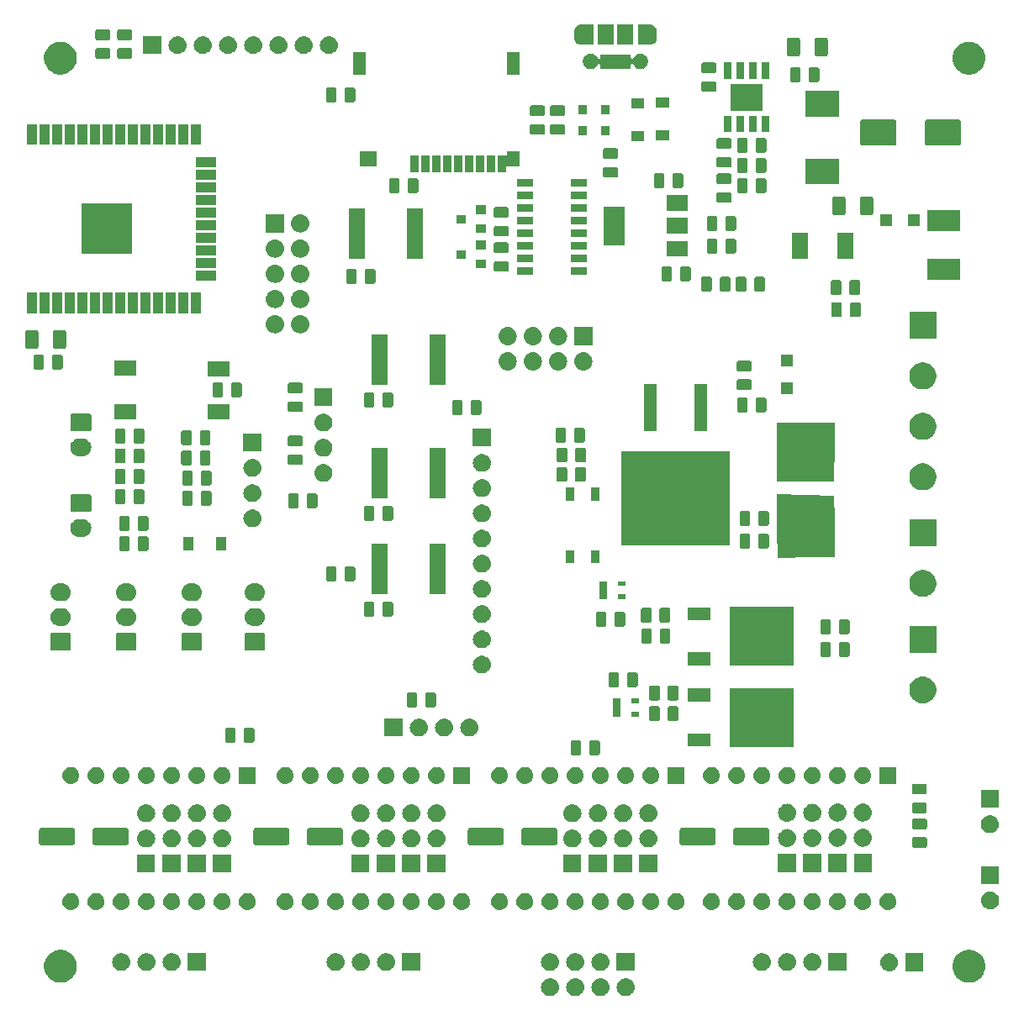
<source format=gts>
G04 #@! TF.GenerationSoftware,KiCad,Pcbnew,5.0.2-bee76a0~70~ubuntu18.04.1*
G04 #@! TF.CreationDate,2019-07-02T21:44:17+09:00*
G04 #@! TF.ProjectId,MRR_ESPE,4d52525f-4553-4504-952e-6b696361645f,v0.3*
G04 #@! TF.SameCoordinates,Original*
G04 #@! TF.FileFunction,Soldermask,Top*
G04 #@! TF.FilePolarity,Negative*
%FSLAX46Y46*%
G04 Gerber Fmt 4.6, Leading zero omitted, Abs format (unit mm)*
G04 Created by KiCad (PCBNEW 5.0.2-bee76a0~70~ubuntu18.04.1) date Tue 02 Jul 2019 09:44:17 PM JST*
%MOMM*%
%LPD*%
G01*
G04 APERTURE LIST*
%ADD10C,0.100000*%
G04 APERTURE END LIST*
D10*
G36*
X106028443Y-133725519D02*
X106094627Y-133732037D01*
X106207853Y-133766384D01*
X106264467Y-133783557D01*
X106403087Y-133857652D01*
X106420991Y-133867222D01*
X106456729Y-133896552D01*
X106558186Y-133979814D01*
X106641448Y-134081271D01*
X106670778Y-134117009D01*
X106670779Y-134117011D01*
X106754443Y-134273533D01*
X106754443Y-134273534D01*
X106805963Y-134443373D01*
X106823359Y-134620000D01*
X106805963Y-134796627D01*
X106771616Y-134909853D01*
X106754443Y-134966467D01*
X106680348Y-135105087D01*
X106670778Y-135122991D01*
X106641448Y-135158729D01*
X106558186Y-135260186D01*
X106456729Y-135343448D01*
X106420991Y-135372778D01*
X106420989Y-135372779D01*
X106264467Y-135456443D01*
X106207853Y-135473616D01*
X106094627Y-135507963D01*
X106028443Y-135514481D01*
X105962260Y-135521000D01*
X105873740Y-135521000D01*
X105807557Y-135514481D01*
X105741373Y-135507963D01*
X105628147Y-135473616D01*
X105571533Y-135456443D01*
X105415011Y-135372779D01*
X105415009Y-135372778D01*
X105379271Y-135343448D01*
X105277814Y-135260186D01*
X105194552Y-135158729D01*
X105165222Y-135122991D01*
X105155652Y-135105087D01*
X105081557Y-134966467D01*
X105064384Y-134909853D01*
X105030037Y-134796627D01*
X105012641Y-134620000D01*
X105030037Y-134443373D01*
X105081557Y-134273534D01*
X105081557Y-134273533D01*
X105165221Y-134117011D01*
X105165222Y-134117009D01*
X105194552Y-134081271D01*
X105277814Y-133979814D01*
X105379271Y-133896552D01*
X105415009Y-133867222D01*
X105432913Y-133857652D01*
X105571533Y-133783557D01*
X105628147Y-133766384D01*
X105741373Y-133732037D01*
X105807557Y-133725519D01*
X105873740Y-133719000D01*
X105962260Y-133719000D01*
X106028443Y-133725519D01*
X106028443Y-133725519D01*
G37*
G36*
X103488443Y-133725519D02*
X103554627Y-133732037D01*
X103667853Y-133766384D01*
X103724467Y-133783557D01*
X103863087Y-133857652D01*
X103880991Y-133867222D01*
X103916729Y-133896552D01*
X104018186Y-133979814D01*
X104101448Y-134081271D01*
X104130778Y-134117009D01*
X104130779Y-134117011D01*
X104214443Y-134273533D01*
X104214443Y-134273534D01*
X104265963Y-134443373D01*
X104283359Y-134620000D01*
X104265963Y-134796627D01*
X104231616Y-134909853D01*
X104214443Y-134966467D01*
X104140348Y-135105087D01*
X104130778Y-135122991D01*
X104101448Y-135158729D01*
X104018186Y-135260186D01*
X103916729Y-135343448D01*
X103880991Y-135372778D01*
X103880989Y-135372779D01*
X103724467Y-135456443D01*
X103667853Y-135473616D01*
X103554627Y-135507963D01*
X103488443Y-135514481D01*
X103422260Y-135521000D01*
X103333740Y-135521000D01*
X103267557Y-135514481D01*
X103201373Y-135507963D01*
X103088147Y-135473616D01*
X103031533Y-135456443D01*
X102875011Y-135372779D01*
X102875009Y-135372778D01*
X102839271Y-135343448D01*
X102737814Y-135260186D01*
X102654552Y-135158729D01*
X102625222Y-135122991D01*
X102615652Y-135105087D01*
X102541557Y-134966467D01*
X102524384Y-134909853D01*
X102490037Y-134796627D01*
X102472641Y-134620000D01*
X102490037Y-134443373D01*
X102541557Y-134273534D01*
X102541557Y-134273533D01*
X102625221Y-134117011D01*
X102625222Y-134117009D01*
X102654552Y-134081271D01*
X102737814Y-133979814D01*
X102839271Y-133896552D01*
X102875009Y-133867222D01*
X102892913Y-133857652D01*
X103031533Y-133783557D01*
X103088147Y-133766384D01*
X103201373Y-133732037D01*
X103267557Y-133725519D01*
X103333740Y-133719000D01*
X103422260Y-133719000D01*
X103488443Y-133725519D01*
X103488443Y-133725519D01*
G37*
G36*
X100948443Y-133725519D02*
X101014627Y-133732037D01*
X101127853Y-133766384D01*
X101184467Y-133783557D01*
X101323087Y-133857652D01*
X101340991Y-133867222D01*
X101376729Y-133896552D01*
X101478186Y-133979814D01*
X101561448Y-134081271D01*
X101590778Y-134117009D01*
X101590779Y-134117011D01*
X101674443Y-134273533D01*
X101674443Y-134273534D01*
X101725963Y-134443373D01*
X101743359Y-134620000D01*
X101725963Y-134796627D01*
X101691616Y-134909853D01*
X101674443Y-134966467D01*
X101600348Y-135105087D01*
X101590778Y-135122991D01*
X101561448Y-135158729D01*
X101478186Y-135260186D01*
X101376729Y-135343448D01*
X101340991Y-135372778D01*
X101340989Y-135372779D01*
X101184467Y-135456443D01*
X101127853Y-135473616D01*
X101014627Y-135507963D01*
X100948443Y-135514481D01*
X100882260Y-135521000D01*
X100793740Y-135521000D01*
X100727557Y-135514481D01*
X100661373Y-135507963D01*
X100548147Y-135473616D01*
X100491533Y-135456443D01*
X100335011Y-135372779D01*
X100335009Y-135372778D01*
X100299271Y-135343448D01*
X100197814Y-135260186D01*
X100114552Y-135158729D01*
X100085222Y-135122991D01*
X100075652Y-135105087D01*
X100001557Y-134966467D01*
X99984384Y-134909853D01*
X99950037Y-134796627D01*
X99932641Y-134620000D01*
X99950037Y-134443373D01*
X100001557Y-134273534D01*
X100001557Y-134273533D01*
X100085221Y-134117011D01*
X100085222Y-134117009D01*
X100114552Y-134081271D01*
X100197814Y-133979814D01*
X100299271Y-133896552D01*
X100335009Y-133867222D01*
X100352913Y-133857652D01*
X100491533Y-133783557D01*
X100548147Y-133766384D01*
X100661373Y-133732037D01*
X100727557Y-133725519D01*
X100793740Y-133719000D01*
X100882260Y-133719000D01*
X100948443Y-133725519D01*
X100948443Y-133725519D01*
G37*
G36*
X98408443Y-133725519D02*
X98474627Y-133732037D01*
X98587853Y-133766384D01*
X98644467Y-133783557D01*
X98783087Y-133857652D01*
X98800991Y-133867222D01*
X98836729Y-133896552D01*
X98938186Y-133979814D01*
X99021448Y-134081271D01*
X99050778Y-134117009D01*
X99050779Y-134117011D01*
X99134443Y-134273533D01*
X99134443Y-134273534D01*
X99185963Y-134443373D01*
X99203359Y-134620000D01*
X99185963Y-134796627D01*
X99151616Y-134909853D01*
X99134443Y-134966467D01*
X99060348Y-135105087D01*
X99050778Y-135122991D01*
X99021448Y-135158729D01*
X98938186Y-135260186D01*
X98836729Y-135343448D01*
X98800991Y-135372778D01*
X98800989Y-135372779D01*
X98644467Y-135456443D01*
X98587853Y-135473616D01*
X98474627Y-135507963D01*
X98408443Y-135514481D01*
X98342260Y-135521000D01*
X98253740Y-135521000D01*
X98187557Y-135514481D01*
X98121373Y-135507963D01*
X98008147Y-135473616D01*
X97951533Y-135456443D01*
X97795011Y-135372779D01*
X97795009Y-135372778D01*
X97759271Y-135343448D01*
X97657814Y-135260186D01*
X97574552Y-135158729D01*
X97545222Y-135122991D01*
X97535652Y-135105087D01*
X97461557Y-134966467D01*
X97444384Y-134909853D01*
X97410037Y-134796627D01*
X97392641Y-134620000D01*
X97410037Y-134443373D01*
X97461557Y-134273534D01*
X97461557Y-134273533D01*
X97545221Y-134117011D01*
X97545222Y-134117009D01*
X97574552Y-134081271D01*
X97657814Y-133979814D01*
X97759271Y-133896552D01*
X97795009Y-133867222D01*
X97812913Y-133857652D01*
X97951533Y-133783557D01*
X98008147Y-133766384D01*
X98121373Y-133732037D01*
X98187557Y-133725519D01*
X98253740Y-133719000D01*
X98342260Y-133719000D01*
X98408443Y-133725519D01*
X98408443Y-133725519D01*
G37*
G36*
X140875256Y-130891298D02*
X140981579Y-130912447D01*
X141282042Y-131036903D01*
X141494705Y-131179000D01*
X141552454Y-131217587D01*
X141782413Y-131447546D01*
X141782415Y-131447549D01*
X141882283Y-131597011D01*
X141963098Y-131717960D01*
X141969549Y-131733534D01*
X142048184Y-131923375D01*
X142087553Y-132018422D01*
X142151000Y-132337389D01*
X142151000Y-132662611D01*
X142135569Y-132740185D01*
X142087553Y-132981579D01*
X141999550Y-133194037D01*
X141963098Y-133282040D01*
X141782413Y-133552454D01*
X141552454Y-133782413D01*
X141552451Y-133782415D01*
X141282042Y-133963097D01*
X140981579Y-134087553D01*
X140875256Y-134108702D01*
X140662611Y-134151000D01*
X140337389Y-134151000D01*
X140124744Y-134108702D01*
X140018421Y-134087553D01*
X139717958Y-133963097D01*
X139447549Y-133782415D01*
X139447546Y-133782413D01*
X139217587Y-133552454D01*
X139036902Y-133282040D01*
X139000450Y-133194037D01*
X138912447Y-132981579D01*
X138864431Y-132740185D01*
X138849000Y-132662611D01*
X138849000Y-132337389D01*
X138912447Y-132018422D01*
X138951817Y-131923375D01*
X139030451Y-131733534D01*
X139036902Y-131717960D01*
X139117718Y-131597011D01*
X139217585Y-131447549D01*
X139217587Y-131447546D01*
X139447546Y-131217587D01*
X139505295Y-131179000D01*
X139717958Y-131036903D01*
X140018421Y-130912447D01*
X140124744Y-130891298D01*
X140337389Y-130849000D01*
X140662611Y-130849000D01*
X140875256Y-130891298D01*
X140875256Y-130891298D01*
G37*
G36*
X49375256Y-130891298D02*
X49481579Y-130912447D01*
X49782042Y-131036903D01*
X49994705Y-131179000D01*
X50052454Y-131217587D01*
X50282413Y-131447546D01*
X50282415Y-131447549D01*
X50382283Y-131597011D01*
X50463098Y-131717960D01*
X50469549Y-131733534D01*
X50548184Y-131923375D01*
X50587553Y-132018422D01*
X50651000Y-132337389D01*
X50651000Y-132662611D01*
X50635569Y-132740185D01*
X50587553Y-132981579D01*
X50499550Y-133194037D01*
X50463098Y-133282040D01*
X50282413Y-133552454D01*
X50052454Y-133782413D01*
X50052451Y-133782415D01*
X49782042Y-133963097D01*
X49481579Y-134087553D01*
X49375256Y-134108702D01*
X49162611Y-134151000D01*
X48837389Y-134151000D01*
X48624744Y-134108702D01*
X48518421Y-134087553D01*
X48217958Y-133963097D01*
X47947549Y-133782415D01*
X47947546Y-133782413D01*
X47717587Y-133552454D01*
X47536902Y-133282040D01*
X47500450Y-133194037D01*
X47412447Y-132981579D01*
X47364431Y-132740185D01*
X47349000Y-132662611D01*
X47349000Y-132337389D01*
X47412447Y-132018422D01*
X47451817Y-131923375D01*
X47530451Y-131733534D01*
X47536902Y-131717960D01*
X47617718Y-131597011D01*
X47717585Y-131447549D01*
X47717587Y-131447546D01*
X47947546Y-131217587D01*
X48005295Y-131179000D01*
X48217958Y-131036903D01*
X48518421Y-130912447D01*
X48624744Y-130891298D01*
X48837389Y-130849000D01*
X49162611Y-130849000D01*
X49375256Y-130891298D01*
X49375256Y-130891298D01*
G37*
G36*
X132570443Y-131205519D02*
X132636627Y-131212037D01*
X132740535Y-131243557D01*
X132806467Y-131263557D01*
X132925572Y-131327221D01*
X132962991Y-131347222D01*
X132998729Y-131376552D01*
X133100186Y-131459814D01*
X133183448Y-131561271D01*
X133212778Y-131597009D01*
X133212779Y-131597011D01*
X133296443Y-131753533D01*
X133296443Y-131753534D01*
X133347963Y-131923373D01*
X133365359Y-132100000D01*
X133347963Y-132276627D01*
X133329531Y-132337389D01*
X133296443Y-132446467D01*
X133223469Y-132582989D01*
X133212778Y-132602991D01*
X133183448Y-132638729D01*
X133100186Y-132740186D01*
X132998729Y-132823448D01*
X132962991Y-132852778D01*
X132962989Y-132852779D01*
X132806467Y-132936443D01*
X132749853Y-132953616D01*
X132636627Y-132987963D01*
X132570443Y-132994481D01*
X132504260Y-133001000D01*
X132415740Y-133001000D01*
X132349557Y-132994481D01*
X132283373Y-132987963D01*
X132170147Y-132953616D01*
X132113533Y-132936443D01*
X131957011Y-132852779D01*
X131957009Y-132852778D01*
X131921271Y-132823448D01*
X131819814Y-132740186D01*
X131736552Y-132638729D01*
X131707222Y-132602991D01*
X131696531Y-132582989D01*
X131623557Y-132446467D01*
X131590469Y-132337389D01*
X131572037Y-132276627D01*
X131554641Y-132100000D01*
X131572037Y-131923373D01*
X131623557Y-131753534D01*
X131623557Y-131753533D01*
X131707221Y-131597011D01*
X131707222Y-131597009D01*
X131736552Y-131561271D01*
X131819814Y-131459814D01*
X131921271Y-131376552D01*
X131957009Y-131347222D01*
X131994428Y-131327221D01*
X132113533Y-131263557D01*
X132179465Y-131243557D01*
X132283373Y-131212037D01*
X132349557Y-131205519D01*
X132415740Y-131199000D01*
X132504260Y-131199000D01*
X132570443Y-131205519D01*
X132570443Y-131205519D01*
G37*
G36*
X135901000Y-133001000D02*
X134099000Y-133001000D01*
X134099000Y-131199000D01*
X135901000Y-131199000D01*
X135901000Y-133001000D01*
X135901000Y-133001000D01*
G37*
G36*
X79358442Y-131185518D02*
X79424627Y-131192037D01*
X79508854Y-131217587D01*
X79594467Y-131243557D01*
X79733087Y-131317652D01*
X79750991Y-131327222D01*
X79775361Y-131347222D01*
X79888186Y-131439814D01*
X79971448Y-131541271D01*
X80000778Y-131577009D01*
X80000779Y-131577011D01*
X80084443Y-131733533D01*
X80084443Y-131733534D01*
X80135963Y-131903373D01*
X80153359Y-132080000D01*
X80135963Y-132256627D01*
X80101616Y-132369853D01*
X80084443Y-132426467D01*
X80010348Y-132565087D01*
X80000778Y-132582991D01*
X79984366Y-132602989D01*
X79888186Y-132720186D01*
X79786729Y-132803448D01*
X79750991Y-132832778D01*
X79750989Y-132832779D01*
X79594467Y-132916443D01*
X79537853Y-132933616D01*
X79424627Y-132967963D01*
X79358443Y-132974481D01*
X79292260Y-132981000D01*
X79203740Y-132981000D01*
X79137557Y-132974481D01*
X79071373Y-132967963D01*
X78958147Y-132933616D01*
X78901533Y-132916443D01*
X78745011Y-132832779D01*
X78745009Y-132832778D01*
X78709271Y-132803448D01*
X78607814Y-132720186D01*
X78511634Y-132602989D01*
X78495222Y-132582991D01*
X78485652Y-132565087D01*
X78411557Y-132426467D01*
X78394384Y-132369853D01*
X78360037Y-132256627D01*
X78342641Y-132080000D01*
X78360037Y-131903373D01*
X78411557Y-131733534D01*
X78411557Y-131733533D01*
X78495221Y-131577011D01*
X78495222Y-131577009D01*
X78524552Y-131541271D01*
X78607814Y-131439814D01*
X78720639Y-131347222D01*
X78745009Y-131327222D01*
X78762913Y-131317652D01*
X78901533Y-131243557D01*
X78987146Y-131217587D01*
X79071373Y-131192037D01*
X79137558Y-131185518D01*
X79203740Y-131179000D01*
X79292260Y-131179000D01*
X79358442Y-131185518D01*
X79358442Y-131185518D01*
G37*
G36*
X81898442Y-131185518D02*
X81964627Y-131192037D01*
X82048854Y-131217587D01*
X82134467Y-131243557D01*
X82273087Y-131317652D01*
X82290991Y-131327222D01*
X82315361Y-131347222D01*
X82428186Y-131439814D01*
X82511448Y-131541271D01*
X82540778Y-131577009D01*
X82540779Y-131577011D01*
X82624443Y-131733533D01*
X82624443Y-131733534D01*
X82675963Y-131903373D01*
X82693359Y-132080000D01*
X82675963Y-132256627D01*
X82641616Y-132369853D01*
X82624443Y-132426467D01*
X82550348Y-132565087D01*
X82540778Y-132582991D01*
X82524366Y-132602989D01*
X82428186Y-132720186D01*
X82326729Y-132803448D01*
X82290991Y-132832778D01*
X82290989Y-132832779D01*
X82134467Y-132916443D01*
X82077853Y-132933616D01*
X81964627Y-132967963D01*
X81898443Y-132974481D01*
X81832260Y-132981000D01*
X81743740Y-132981000D01*
X81677557Y-132974481D01*
X81611373Y-132967963D01*
X81498147Y-132933616D01*
X81441533Y-132916443D01*
X81285011Y-132832779D01*
X81285009Y-132832778D01*
X81249271Y-132803448D01*
X81147814Y-132720186D01*
X81051634Y-132602989D01*
X81035222Y-132582991D01*
X81025652Y-132565087D01*
X80951557Y-132426467D01*
X80934384Y-132369853D01*
X80900037Y-132256627D01*
X80882641Y-132080000D01*
X80900037Y-131903373D01*
X80951557Y-131733534D01*
X80951557Y-131733533D01*
X81035221Y-131577011D01*
X81035222Y-131577009D01*
X81064552Y-131541271D01*
X81147814Y-131439814D01*
X81260639Y-131347222D01*
X81285009Y-131327222D01*
X81302913Y-131317652D01*
X81441533Y-131243557D01*
X81527146Y-131217587D01*
X81611373Y-131192037D01*
X81677558Y-131185518D01*
X81743740Y-131179000D01*
X81832260Y-131179000D01*
X81898442Y-131185518D01*
X81898442Y-131185518D01*
G37*
G36*
X76818442Y-131185518D02*
X76884627Y-131192037D01*
X76968854Y-131217587D01*
X77054467Y-131243557D01*
X77193087Y-131317652D01*
X77210991Y-131327222D01*
X77235361Y-131347222D01*
X77348186Y-131439814D01*
X77431448Y-131541271D01*
X77460778Y-131577009D01*
X77460779Y-131577011D01*
X77544443Y-131733533D01*
X77544443Y-131733534D01*
X77595963Y-131903373D01*
X77613359Y-132080000D01*
X77595963Y-132256627D01*
X77561616Y-132369853D01*
X77544443Y-132426467D01*
X77470348Y-132565087D01*
X77460778Y-132582991D01*
X77444366Y-132602989D01*
X77348186Y-132720186D01*
X77246729Y-132803448D01*
X77210991Y-132832778D01*
X77210989Y-132832779D01*
X77054467Y-132916443D01*
X76997853Y-132933616D01*
X76884627Y-132967963D01*
X76818443Y-132974481D01*
X76752260Y-132981000D01*
X76663740Y-132981000D01*
X76597557Y-132974481D01*
X76531373Y-132967963D01*
X76418147Y-132933616D01*
X76361533Y-132916443D01*
X76205011Y-132832779D01*
X76205009Y-132832778D01*
X76169271Y-132803448D01*
X76067814Y-132720186D01*
X75971634Y-132602989D01*
X75955222Y-132582991D01*
X75945652Y-132565087D01*
X75871557Y-132426467D01*
X75854384Y-132369853D01*
X75820037Y-132256627D01*
X75802641Y-132080000D01*
X75820037Y-131903373D01*
X75871557Y-131733534D01*
X75871557Y-131733533D01*
X75955221Y-131577011D01*
X75955222Y-131577009D01*
X75984552Y-131541271D01*
X76067814Y-131439814D01*
X76180639Y-131347222D01*
X76205009Y-131327222D01*
X76222913Y-131317652D01*
X76361533Y-131243557D01*
X76447146Y-131217587D01*
X76531373Y-131192037D01*
X76597558Y-131185518D01*
X76663740Y-131179000D01*
X76752260Y-131179000D01*
X76818442Y-131185518D01*
X76818442Y-131185518D01*
G37*
G36*
X63639000Y-132981000D02*
X61837000Y-132981000D01*
X61837000Y-131179000D01*
X63639000Y-131179000D01*
X63639000Y-132981000D01*
X63639000Y-132981000D01*
G37*
G36*
X60308442Y-131185518D02*
X60374627Y-131192037D01*
X60458854Y-131217587D01*
X60544467Y-131243557D01*
X60683087Y-131317652D01*
X60700991Y-131327222D01*
X60725361Y-131347222D01*
X60838186Y-131439814D01*
X60921448Y-131541271D01*
X60950778Y-131577009D01*
X60950779Y-131577011D01*
X61034443Y-131733533D01*
X61034443Y-131733534D01*
X61085963Y-131903373D01*
X61103359Y-132080000D01*
X61085963Y-132256627D01*
X61051616Y-132369853D01*
X61034443Y-132426467D01*
X60960348Y-132565087D01*
X60950778Y-132582991D01*
X60934366Y-132602989D01*
X60838186Y-132720186D01*
X60736729Y-132803448D01*
X60700991Y-132832778D01*
X60700989Y-132832779D01*
X60544467Y-132916443D01*
X60487853Y-132933616D01*
X60374627Y-132967963D01*
X60308443Y-132974481D01*
X60242260Y-132981000D01*
X60153740Y-132981000D01*
X60087557Y-132974481D01*
X60021373Y-132967963D01*
X59908147Y-132933616D01*
X59851533Y-132916443D01*
X59695011Y-132832779D01*
X59695009Y-132832778D01*
X59659271Y-132803448D01*
X59557814Y-132720186D01*
X59461634Y-132602989D01*
X59445222Y-132582991D01*
X59435652Y-132565087D01*
X59361557Y-132426467D01*
X59344384Y-132369853D01*
X59310037Y-132256627D01*
X59292641Y-132080000D01*
X59310037Y-131903373D01*
X59361557Y-131733534D01*
X59361557Y-131733533D01*
X59445221Y-131577011D01*
X59445222Y-131577009D01*
X59474552Y-131541271D01*
X59557814Y-131439814D01*
X59670639Y-131347222D01*
X59695009Y-131327222D01*
X59712913Y-131317652D01*
X59851533Y-131243557D01*
X59937146Y-131217587D01*
X60021373Y-131192037D01*
X60087558Y-131185518D01*
X60153740Y-131179000D01*
X60242260Y-131179000D01*
X60308442Y-131185518D01*
X60308442Y-131185518D01*
G37*
G36*
X57768442Y-131185518D02*
X57834627Y-131192037D01*
X57918854Y-131217587D01*
X58004467Y-131243557D01*
X58143087Y-131317652D01*
X58160991Y-131327222D01*
X58185361Y-131347222D01*
X58298186Y-131439814D01*
X58381448Y-131541271D01*
X58410778Y-131577009D01*
X58410779Y-131577011D01*
X58494443Y-131733533D01*
X58494443Y-131733534D01*
X58545963Y-131903373D01*
X58563359Y-132080000D01*
X58545963Y-132256627D01*
X58511616Y-132369853D01*
X58494443Y-132426467D01*
X58420348Y-132565087D01*
X58410778Y-132582991D01*
X58394366Y-132602989D01*
X58298186Y-132720186D01*
X58196729Y-132803448D01*
X58160991Y-132832778D01*
X58160989Y-132832779D01*
X58004467Y-132916443D01*
X57947853Y-132933616D01*
X57834627Y-132967963D01*
X57768443Y-132974481D01*
X57702260Y-132981000D01*
X57613740Y-132981000D01*
X57547557Y-132974481D01*
X57481373Y-132967963D01*
X57368147Y-132933616D01*
X57311533Y-132916443D01*
X57155011Y-132832779D01*
X57155009Y-132832778D01*
X57119271Y-132803448D01*
X57017814Y-132720186D01*
X56921634Y-132602989D01*
X56905222Y-132582991D01*
X56895652Y-132565087D01*
X56821557Y-132426467D01*
X56804384Y-132369853D01*
X56770037Y-132256627D01*
X56752641Y-132080000D01*
X56770037Y-131903373D01*
X56821557Y-131733534D01*
X56821557Y-131733533D01*
X56905221Y-131577011D01*
X56905222Y-131577009D01*
X56934552Y-131541271D01*
X57017814Y-131439814D01*
X57130639Y-131347222D01*
X57155009Y-131327222D01*
X57172913Y-131317652D01*
X57311533Y-131243557D01*
X57397146Y-131217587D01*
X57481373Y-131192037D01*
X57547558Y-131185518D01*
X57613740Y-131179000D01*
X57702260Y-131179000D01*
X57768442Y-131185518D01*
X57768442Y-131185518D01*
G37*
G36*
X55228442Y-131185518D02*
X55294627Y-131192037D01*
X55378854Y-131217587D01*
X55464467Y-131243557D01*
X55603087Y-131317652D01*
X55620991Y-131327222D01*
X55645361Y-131347222D01*
X55758186Y-131439814D01*
X55841448Y-131541271D01*
X55870778Y-131577009D01*
X55870779Y-131577011D01*
X55954443Y-131733533D01*
X55954443Y-131733534D01*
X56005963Y-131903373D01*
X56023359Y-132080000D01*
X56005963Y-132256627D01*
X55971616Y-132369853D01*
X55954443Y-132426467D01*
X55880348Y-132565087D01*
X55870778Y-132582991D01*
X55854366Y-132602989D01*
X55758186Y-132720186D01*
X55656729Y-132803448D01*
X55620991Y-132832778D01*
X55620989Y-132832779D01*
X55464467Y-132916443D01*
X55407853Y-132933616D01*
X55294627Y-132967963D01*
X55228443Y-132974481D01*
X55162260Y-132981000D01*
X55073740Y-132981000D01*
X55007557Y-132974481D01*
X54941373Y-132967963D01*
X54828147Y-132933616D01*
X54771533Y-132916443D01*
X54615011Y-132832779D01*
X54615009Y-132832778D01*
X54579271Y-132803448D01*
X54477814Y-132720186D01*
X54381634Y-132602989D01*
X54365222Y-132582991D01*
X54355652Y-132565087D01*
X54281557Y-132426467D01*
X54264384Y-132369853D01*
X54230037Y-132256627D01*
X54212641Y-132080000D01*
X54230037Y-131903373D01*
X54281557Y-131733534D01*
X54281557Y-131733533D01*
X54365221Y-131577011D01*
X54365222Y-131577009D01*
X54394552Y-131541271D01*
X54477814Y-131439814D01*
X54590639Y-131347222D01*
X54615009Y-131327222D01*
X54632913Y-131317652D01*
X54771533Y-131243557D01*
X54857146Y-131217587D01*
X54941373Y-131192037D01*
X55007558Y-131185518D01*
X55073740Y-131179000D01*
X55162260Y-131179000D01*
X55228442Y-131185518D01*
X55228442Y-131185518D01*
G37*
G36*
X119744442Y-131185518D02*
X119810627Y-131192037D01*
X119894854Y-131217587D01*
X119980467Y-131243557D01*
X120119087Y-131317652D01*
X120136991Y-131327222D01*
X120161361Y-131347222D01*
X120274186Y-131439814D01*
X120357448Y-131541271D01*
X120386778Y-131577009D01*
X120386779Y-131577011D01*
X120470443Y-131733533D01*
X120470443Y-131733534D01*
X120521963Y-131903373D01*
X120539359Y-132080000D01*
X120521963Y-132256627D01*
X120487616Y-132369853D01*
X120470443Y-132426467D01*
X120396348Y-132565087D01*
X120386778Y-132582991D01*
X120370366Y-132602989D01*
X120274186Y-132720186D01*
X120172729Y-132803448D01*
X120136991Y-132832778D01*
X120136989Y-132832779D01*
X119980467Y-132916443D01*
X119923853Y-132933616D01*
X119810627Y-132967963D01*
X119744443Y-132974481D01*
X119678260Y-132981000D01*
X119589740Y-132981000D01*
X119523557Y-132974481D01*
X119457373Y-132967963D01*
X119344147Y-132933616D01*
X119287533Y-132916443D01*
X119131011Y-132832779D01*
X119131009Y-132832778D01*
X119095271Y-132803448D01*
X118993814Y-132720186D01*
X118897634Y-132602989D01*
X118881222Y-132582991D01*
X118871652Y-132565087D01*
X118797557Y-132426467D01*
X118780384Y-132369853D01*
X118746037Y-132256627D01*
X118728641Y-132080000D01*
X118746037Y-131903373D01*
X118797557Y-131733534D01*
X118797557Y-131733533D01*
X118881221Y-131577011D01*
X118881222Y-131577009D01*
X118910552Y-131541271D01*
X118993814Y-131439814D01*
X119106639Y-131347222D01*
X119131009Y-131327222D01*
X119148913Y-131317652D01*
X119287533Y-131243557D01*
X119373146Y-131217587D01*
X119457373Y-131192037D01*
X119523558Y-131185518D01*
X119589740Y-131179000D01*
X119678260Y-131179000D01*
X119744442Y-131185518D01*
X119744442Y-131185518D01*
G37*
G36*
X122284442Y-131185518D02*
X122350627Y-131192037D01*
X122434854Y-131217587D01*
X122520467Y-131243557D01*
X122659087Y-131317652D01*
X122676991Y-131327222D01*
X122701361Y-131347222D01*
X122814186Y-131439814D01*
X122897448Y-131541271D01*
X122926778Y-131577009D01*
X122926779Y-131577011D01*
X123010443Y-131733533D01*
X123010443Y-131733534D01*
X123061963Y-131903373D01*
X123079359Y-132080000D01*
X123061963Y-132256627D01*
X123027616Y-132369853D01*
X123010443Y-132426467D01*
X122936348Y-132565087D01*
X122926778Y-132582991D01*
X122910366Y-132602989D01*
X122814186Y-132720186D01*
X122712729Y-132803448D01*
X122676991Y-132832778D01*
X122676989Y-132832779D01*
X122520467Y-132916443D01*
X122463853Y-132933616D01*
X122350627Y-132967963D01*
X122284443Y-132974481D01*
X122218260Y-132981000D01*
X122129740Y-132981000D01*
X122063557Y-132974481D01*
X121997373Y-132967963D01*
X121884147Y-132933616D01*
X121827533Y-132916443D01*
X121671011Y-132832779D01*
X121671009Y-132832778D01*
X121635271Y-132803448D01*
X121533814Y-132720186D01*
X121437634Y-132602989D01*
X121421222Y-132582991D01*
X121411652Y-132565087D01*
X121337557Y-132426467D01*
X121320384Y-132369853D01*
X121286037Y-132256627D01*
X121268641Y-132080000D01*
X121286037Y-131903373D01*
X121337557Y-131733534D01*
X121337557Y-131733533D01*
X121421221Y-131577011D01*
X121421222Y-131577009D01*
X121450552Y-131541271D01*
X121533814Y-131439814D01*
X121646639Y-131347222D01*
X121671009Y-131327222D01*
X121688913Y-131317652D01*
X121827533Y-131243557D01*
X121913146Y-131217587D01*
X121997373Y-131192037D01*
X122063558Y-131185518D01*
X122129740Y-131179000D01*
X122218260Y-131179000D01*
X122284442Y-131185518D01*
X122284442Y-131185518D01*
G37*
G36*
X103488442Y-131185518D02*
X103554627Y-131192037D01*
X103638854Y-131217587D01*
X103724467Y-131243557D01*
X103863087Y-131317652D01*
X103880991Y-131327222D01*
X103905361Y-131347222D01*
X104018186Y-131439814D01*
X104101448Y-131541271D01*
X104130778Y-131577009D01*
X104130779Y-131577011D01*
X104214443Y-131733533D01*
X104214443Y-131733534D01*
X104265963Y-131903373D01*
X104283359Y-132080000D01*
X104265963Y-132256627D01*
X104231616Y-132369853D01*
X104214443Y-132426467D01*
X104140348Y-132565087D01*
X104130778Y-132582991D01*
X104114366Y-132602989D01*
X104018186Y-132720186D01*
X103916729Y-132803448D01*
X103880991Y-132832778D01*
X103880989Y-132832779D01*
X103724467Y-132916443D01*
X103667853Y-132933616D01*
X103554627Y-132967963D01*
X103488443Y-132974481D01*
X103422260Y-132981000D01*
X103333740Y-132981000D01*
X103267557Y-132974481D01*
X103201373Y-132967963D01*
X103088147Y-132933616D01*
X103031533Y-132916443D01*
X102875011Y-132832779D01*
X102875009Y-132832778D01*
X102839271Y-132803448D01*
X102737814Y-132720186D01*
X102641634Y-132602989D01*
X102625222Y-132582991D01*
X102615652Y-132565087D01*
X102541557Y-132426467D01*
X102524384Y-132369853D01*
X102490037Y-132256627D01*
X102472641Y-132080000D01*
X102490037Y-131903373D01*
X102541557Y-131733534D01*
X102541557Y-131733533D01*
X102625221Y-131577011D01*
X102625222Y-131577009D01*
X102654552Y-131541271D01*
X102737814Y-131439814D01*
X102850639Y-131347222D01*
X102875009Y-131327222D01*
X102892913Y-131317652D01*
X103031533Y-131243557D01*
X103117146Y-131217587D01*
X103201373Y-131192037D01*
X103267558Y-131185518D01*
X103333740Y-131179000D01*
X103422260Y-131179000D01*
X103488442Y-131185518D01*
X103488442Y-131185518D01*
G37*
G36*
X124824442Y-131185518D02*
X124890627Y-131192037D01*
X124974854Y-131217587D01*
X125060467Y-131243557D01*
X125199087Y-131317652D01*
X125216991Y-131327222D01*
X125241361Y-131347222D01*
X125354186Y-131439814D01*
X125437448Y-131541271D01*
X125466778Y-131577009D01*
X125466779Y-131577011D01*
X125550443Y-131733533D01*
X125550443Y-131733534D01*
X125601963Y-131903373D01*
X125619359Y-132080000D01*
X125601963Y-132256627D01*
X125567616Y-132369853D01*
X125550443Y-132426467D01*
X125476348Y-132565087D01*
X125466778Y-132582991D01*
X125450366Y-132602989D01*
X125354186Y-132720186D01*
X125252729Y-132803448D01*
X125216991Y-132832778D01*
X125216989Y-132832779D01*
X125060467Y-132916443D01*
X125003853Y-132933616D01*
X124890627Y-132967963D01*
X124824443Y-132974481D01*
X124758260Y-132981000D01*
X124669740Y-132981000D01*
X124603557Y-132974481D01*
X124537373Y-132967963D01*
X124424147Y-132933616D01*
X124367533Y-132916443D01*
X124211011Y-132832779D01*
X124211009Y-132832778D01*
X124175271Y-132803448D01*
X124073814Y-132720186D01*
X123977634Y-132602989D01*
X123961222Y-132582991D01*
X123951652Y-132565087D01*
X123877557Y-132426467D01*
X123860384Y-132369853D01*
X123826037Y-132256627D01*
X123808641Y-132080000D01*
X123826037Y-131903373D01*
X123877557Y-131733534D01*
X123877557Y-131733533D01*
X123961221Y-131577011D01*
X123961222Y-131577009D01*
X123990552Y-131541271D01*
X124073814Y-131439814D01*
X124186639Y-131347222D01*
X124211009Y-131327222D01*
X124228913Y-131317652D01*
X124367533Y-131243557D01*
X124453146Y-131217587D01*
X124537373Y-131192037D01*
X124603558Y-131185518D01*
X124669740Y-131179000D01*
X124758260Y-131179000D01*
X124824442Y-131185518D01*
X124824442Y-131185518D01*
G37*
G36*
X100948442Y-131185518D02*
X101014627Y-131192037D01*
X101098854Y-131217587D01*
X101184467Y-131243557D01*
X101323087Y-131317652D01*
X101340991Y-131327222D01*
X101365361Y-131347222D01*
X101478186Y-131439814D01*
X101561448Y-131541271D01*
X101590778Y-131577009D01*
X101590779Y-131577011D01*
X101674443Y-131733533D01*
X101674443Y-131733534D01*
X101725963Y-131903373D01*
X101743359Y-132080000D01*
X101725963Y-132256627D01*
X101691616Y-132369853D01*
X101674443Y-132426467D01*
X101600348Y-132565087D01*
X101590778Y-132582991D01*
X101574366Y-132602989D01*
X101478186Y-132720186D01*
X101376729Y-132803448D01*
X101340991Y-132832778D01*
X101340989Y-132832779D01*
X101184467Y-132916443D01*
X101127853Y-132933616D01*
X101014627Y-132967963D01*
X100948443Y-132974481D01*
X100882260Y-132981000D01*
X100793740Y-132981000D01*
X100727557Y-132974481D01*
X100661373Y-132967963D01*
X100548147Y-132933616D01*
X100491533Y-132916443D01*
X100335011Y-132832779D01*
X100335009Y-132832778D01*
X100299271Y-132803448D01*
X100197814Y-132720186D01*
X100101634Y-132602989D01*
X100085222Y-132582991D01*
X100075652Y-132565087D01*
X100001557Y-132426467D01*
X99984384Y-132369853D01*
X99950037Y-132256627D01*
X99932641Y-132080000D01*
X99950037Y-131903373D01*
X100001557Y-131733534D01*
X100001557Y-131733533D01*
X100085221Y-131577011D01*
X100085222Y-131577009D01*
X100114552Y-131541271D01*
X100197814Y-131439814D01*
X100310639Y-131347222D01*
X100335009Y-131327222D01*
X100352913Y-131317652D01*
X100491533Y-131243557D01*
X100577146Y-131217587D01*
X100661373Y-131192037D01*
X100727558Y-131185518D01*
X100793740Y-131179000D01*
X100882260Y-131179000D01*
X100948442Y-131185518D01*
X100948442Y-131185518D01*
G37*
G36*
X128155000Y-132981000D02*
X126353000Y-132981000D01*
X126353000Y-131179000D01*
X128155000Y-131179000D01*
X128155000Y-132981000D01*
X128155000Y-132981000D01*
G37*
G36*
X85229000Y-132981000D02*
X83427000Y-132981000D01*
X83427000Y-131179000D01*
X85229000Y-131179000D01*
X85229000Y-132981000D01*
X85229000Y-132981000D01*
G37*
G36*
X98408442Y-131185518D02*
X98474627Y-131192037D01*
X98558854Y-131217587D01*
X98644467Y-131243557D01*
X98783087Y-131317652D01*
X98800991Y-131327222D01*
X98825361Y-131347222D01*
X98938186Y-131439814D01*
X99021448Y-131541271D01*
X99050778Y-131577009D01*
X99050779Y-131577011D01*
X99134443Y-131733533D01*
X99134443Y-131733534D01*
X99185963Y-131903373D01*
X99203359Y-132080000D01*
X99185963Y-132256627D01*
X99151616Y-132369853D01*
X99134443Y-132426467D01*
X99060348Y-132565087D01*
X99050778Y-132582991D01*
X99034366Y-132602989D01*
X98938186Y-132720186D01*
X98836729Y-132803448D01*
X98800991Y-132832778D01*
X98800989Y-132832779D01*
X98644467Y-132916443D01*
X98587853Y-132933616D01*
X98474627Y-132967963D01*
X98408443Y-132974481D01*
X98342260Y-132981000D01*
X98253740Y-132981000D01*
X98187557Y-132974481D01*
X98121373Y-132967963D01*
X98008147Y-132933616D01*
X97951533Y-132916443D01*
X97795011Y-132832779D01*
X97795009Y-132832778D01*
X97759271Y-132803448D01*
X97657814Y-132720186D01*
X97561634Y-132602989D01*
X97545222Y-132582991D01*
X97535652Y-132565087D01*
X97461557Y-132426467D01*
X97444384Y-132369853D01*
X97410037Y-132256627D01*
X97392641Y-132080000D01*
X97410037Y-131903373D01*
X97461557Y-131733534D01*
X97461557Y-131733533D01*
X97545221Y-131577011D01*
X97545222Y-131577009D01*
X97574552Y-131541271D01*
X97657814Y-131439814D01*
X97770639Y-131347222D01*
X97795009Y-131327222D01*
X97812913Y-131317652D01*
X97951533Y-131243557D01*
X98037146Y-131217587D01*
X98121373Y-131192037D01*
X98187558Y-131185518D01*
X98253740Y-131179000D01*
X98342260Y-131179000D01*
X98408442Y-131185518D01*
X98408442Y-131185518D01*
G37*
G36*
X106819000Y-132981000D02*
X105017000Y-132981000D01*
X105017000Y-131179000D01*
X106819000Y-131179000D01*
X106819000Y-132981000D01*
X106819000Y-132981000D01*
G37*
G36*
X65444821Y-125145313D02*
X65444824Y-125145314D01*
X65444825Y-125145314D01*
X65605239Y-125193975D01*
X65605241Y-125193976D01*
X65605244Y-125193977D01*
X65753078Y-125272995D01*
X65882659Y-125379341D01*
X65989005Y-125508922D01*
X66068023Y-125656756D01*
X66116687Y-125817179D01*
X66133117Y-125984000D01*
X66116687Y-126150821D01*
X66116686Y-126150824D01*
X66116686Y-126150825D01*
X66098291Y-126211466D01*
X66068023Y-126311244D01*
X65989005Y-126459078D01*
X65882659Y-126588659D01*
X65753078Y-126695005D01*
X65605244Y-126774023D01*
X65605241Y-126774024D01*
X65605239Y-126774025D01*
X65444825Y-126822686D01*
X65444824Y-126822686D01*
X65444821Y-126822687D01*
X65319804Y-126835000D01*
X65236196Y-126835000D01*
X65111179Y-126822687D01*
X65111176Y-126822686D01*
X65111175Y-126822686D01*
X64950761Y-126774025D01*
X64950759Y-126774024D01*
X64950756Y-126774023D01*
X64802922Y-126695005D01*
X64673341Y-126588659D01*
X64566995Y-126459078D01*
X64487977Y-126311244D01*
X64457710Y-126211466D01*
X64439314Y-126150825D01*
X64439314Y-126150824D01*
X64439313Y-126150821D01*
X64422883Y-125984000D01*
X64439313Y-125817179D01*
X64487977Y-125656756D01*
X64566995Y-125508922D01*
X64673341Y-125379341D01*
X64802922Y-125272995D01*
X64950756Y-125193977D01*
X64950759Y-125193976D01*
X64950761Y-125193975D01*
X65111175Y-125145314D01*
X65111176Y-125145314D01*
X65111179Y-125145313D01*
X65236196Y-125133000D01*
X65319804Y-125133000D01*
X65444821Y-125145313D01*
X65444821Y-125145313D01*
G37*
G36*
X67984821Y-125145313D02*
X67984824Y-125145314D01*
X67984825Y-125145314D01*
X68145239Y-125193975D01*
X68145241Y-125193976D01*
X68145244Y-125193977D01*
X68293078Y-125272995D01*
X68422659Y-125379341D01*
X68529005Y-125508922D01*
X68608023Y-125656756D01*
X68656687Y-125817179D01*
X68673117Y-125984000D01*
X68656687Y-126150821D01*
X68656686Y-126150824D01*
X68656686Y-126150825D01*
X68638291Y-126211466D01*
X68608023Y-126311244D01*
X68529005Y-126459078D01*
X68422659Y-126588659D01*
X68293078Y-126695005D01*
X68145244Y-126774023D01*
X68145241Y-126774024D01*
X68145239Y-126774025D01*
X67984825Y-126822686D01*
X67984824Y-126822686D01*
X67984821Y-126822687D01*
X67859804Y-126835000D01*
X67776196Y-126835000D01*
X67651179Y-126822687D01*
X67651176Y-126822686D01*
X67651175Y-126822686D01*
X67490761Y-126774025D01*
X67490759Y-126774024D01*
X67490756Y-126774023D01*
X67342922Y-126695005D01*
X67213341Y-126588659D01*
X67106995Y-126459078D01*
X67027977Y-126311244D01*
X66997710Y-126211466D01*
X66979314Y-126150825D01*
X66979314Y-126150824D01*
X66979313Y-126150821D01*
X66962883Y-125984000D01*
X66979313Y-125817179D01*
X67027977Y-125656756D01*
X67106995Y-125508922D01*
X67213341Y-125379341D01*
X67342922Y-125272995D01*
X67490756Y-125193977D01*
X67490759Y-125193976D01*
X67490761Y-125193975D01*
X67651175Y-125145314D01*
X67651176Y-125145314D01*
X67651179Y-125145313D01*
X67776196Y-125133000D01*
X67859804Y-125133000D01*
X67984821Y-125145313D01*
X67984821Y-125145313D01*
G37*
G36*
X114720821Y-125145313D02*
X114720824Y-125145314D01*
X114720825Y-125145314D01*
X114881239Y-125193975D01*
X114881241Y-125193976D01*
X114881244Y-125193977D01*
X115029078Y-125272995D01*
X115158659Y-125379341D01*
X115265005Y-125508922D01*
X115344023Y-125656756D01*
X115392687Y-125817179D01*
X115409117Y-125984000D01*
X115392687Y-126150821D01*
X115392686Y-126150824D01*
X115392686Y-126150825D01*
X115374291Y-126211466D01*
X115344023Y-126311244D01*
X115265005Y-126459078D01*
X115158659Y-126588659D01*
X115029078Y-126695005D01*
X114881244Y-126774023D01*
X114881241Y-126774024D01*
X114881239Y-126774025D01*
X114720825Y-126822686D01*
X114720824Y-126822686D01*
X114720821Y-126822687D01*
X114595804Y-126835000D01*
X114512196Y-126835000D01*
X114387179Y-126822687D01*
X114387176Y-126822686D01*
X114387175Y-126822686D01*
X114226761Y-126774025D01*
X114226759Y-126774024D01*
X114226756Y-126774023D01*
X114078922Y-126695005D01*
X113949341Y-126588659D01*
X113842995Y-126459078D01*
X113763977Y-126311244D01*
X113733710Y-126211466D01*
X113715314Y-126150825D01*
X113715314Y-126150824D01*
X113715313Y-126150821D01*
X113698883Y-125984000D01*
X113715313Y-125817179D01*
X113763977Y-125656756D01*
X113842995Y-125508922D01*
X113949341Y-125379341D01*
X114078922Y-125272995D01*
X114226756Y-125193977D01*
X114226759Y-125193976D01*
X114226761Y-125193975D01*
X114387175Y-125145314D01*
X114387176Y-125145314D01*
X114387179Y-125145313D01*
X114512196Y-125133000D01*
X114595804Y-125133000D01*
X114720821Y-125145313D01*
X114720821Y-125145313D01*
G37*
G36*
X117260821Y-125145313D02*
X117260824Y-125145314D01*
X117260825Y-125145314D01*
X117421239Y-125193975D01*
X117421241Y-125193976D01*
X117421244Y-125193977D01*
X117569078Y-125272995D01*
X117698659Y-125379341D01*
X117805005Y-125508922D01*
X117884023Y-125656756D01*
X117932687Y-125817179D01*
X117949117Y-125984000D01*
X117932687Y-126150821D01*
X117932686Y-126150824D01*
X117932686Y-126150825D01*
X117914291Y-126211466D01*
X117884023Y-126311244D01*
X117805005Y-126459078D01*
X117698659Y-126588659D01*
X117569078Y-126695005D01*
X117421244Y-126774023D01*
X117421241Y-126774024D01*
X117421239Y-126774025D01*
X117260825Y-126822686D01*
X117260824Y-126822686D01*
X117260821Y-126822687D01*
X117135804Y-126835000D01*
X117052196Y-126835000D01*
X116927179Y-126822687D01*
X116927176Y-126822686D01*
X116927175Y-126822686D01*
X116766761Y-126774025D01*
X116766759Y-126774024D01*
X116766756Y-126774023D01*
X116618922Y-126695005D01*
X116489341Y-126588659D01*
X116382995Y-126459078D01*
X116303977Y-126311244D01*
X116273710Y-126211466D01*
X116255314Y-126150825D01*
X116255314Y-126150824D01*
X116255313Y-126150821D01*
X116238883Y-125984000D01*
X116255313Y-125817179D01*
X116303977Y-125656756D01*
X116382995Y-125508922D01*
X116489341Y-125379341D01*
X116618922Y-125272995D01*
X116766756Y-125193977D01*
X116766759Y-125193976D01*
X116766761Y-125193975D01*
X116927175Y-125145314D01*
X116927176Y-125145314D01*
X116927179Y-125145313D01*
X117052196Y-125133000D01*
X117135804Y-125133000D01*
X117260821Y-125145313D01*
X117260821Y-125145313D01*
G37*
G36*
X119800821Y-125145313D02*
X119800824Y-125145314D01*
X119800825Y-125145314D01*
X119961239Y-125193975D01*
X119961241Y-125193976D01*
X119961244Y-125193977D01*
X120109078Y-125272995D01*
X120238659Y-125379341D01*
X120345005Y-125508922D01*
X120424023Y-125656756D01*
X120472687Y-125817179D01*
X120489117Y-125984000D01*
X120472687Y-126150821D01*
X120472686Y-126150824D01*
X120472686Y-126150825D01*
X120454291Y-126211466D01*
X120424023Y-126311244D01*
X120345005Y-126459078D01*
X120238659Y-126588659D01*
X120109078Y-126695005D01*
X119961244Y-126774023D01*
X119961241Y-126774024D01*
X119961239Y-126774025D01*
X119800825Y-126822686D01*
X119800824Y-126822686D01*
X119800821Y-126822687D01*
X119675804Y-126835000D01*
X119592196Y-126835000D01*
X119467179Y-126822687D01*
X119467176Y-126822686D01*
X119467175Y-126822686D01*
X119306761Y-126774025D01*
X119306759Y-126774024D01*
X119306756Y-126774023D01*
X119158922Y-126695005D01*
X119029341Y-126588659D01*
X118922995Y-126459078D01*
X118843977Y-126311244D01*
X118813710Y-126211466D01*
X118795314Y-126150825D01*
X118795314Y-126150824D01*
X118795313Y-126150821D01*
X118778883Y-125984000D01*
X118795313Y-125817179D01*
X118843977Y-125656756D01*
X118922995Y-125508922D01*
X119029341Y-125379341D01*
X119158922Y-125272995D01*
X119306756Y-125193977D01*
X119306759Y-125193976D01*
X119306761Y-125193975D01*
X119467175Y-125145314D01*
X119467176Y-125145314D01*
X119467179Y-125145313D01*
X119592196Y-125133000D01*
X119675804Y-125133000D01*
X119800821Y-125145313D01*
X119800821Y-125145313D01*
G37*
G36*
X122340821Y-125145313D02*
X122340824Y-125145314D01*
X122340825Y-125145314D01*
X122501239Y-125193975D01*
X122501241Y-125193976D01*
X122501244Y-125193977D01*
X122649078Y-125272995D01*
X122778659Y-125379341D01*
X122885005Y-125508922D01*
X122964023Y-125656756D01*
X123012687Y-125817179D01*
X123029117Y-125984000D01*
X123012687Y-126150821D01*
X123012686Y-126150824D01*
X123012686Y-126150825D01*
X122994291Y-126211466D01*
X122964023Y-126311244D01*
X122885005Y-126459078D01*
X122778659Y-126588659D01*
X122649078Y-126695005D01*
X122501244Y-126774023D01*
X122501241Y-126774024D01*
X122501239Y-126774025D01*
X122340825Y-126822686D01*
X122340824Y-126822686D01*
X122340821Y-126822687D01*
X122215804Y-126835000D01*
X122132196Y-126835000D01*
X122007179Y-126822687D01*
X122007176Y-126822686D01*
X122007175Y-126822686D01*
X121846761Y-126774025D01*
X121846759Y-126774024D01*
X121846756Y-126774023D01*
X121698922Y-126695005D01*
X121569341Y-126588659D01*
X121462995Y-126459078D01*
X121383977Y-126311244D01*
X121353710Y-126211466D01*
X121335314Y-126150825D01*
X121335314Y-126150824D01*
X121335313Y-126150821D01*
X121318883Y-125984000D01*
X121335313Y-125817179D01*
X121383977Y-125656756D01*
X121462995Y-125508922D01*
X121569341Y-125379341D01*
X121698922Y-125272995D01*
X121846756Y-125193977D01*
X121846759Y-125193976D01*
X121846761Y-125193975D01*
X122007175Y-125145314D01*
X122007176Y-125145314D01*
X122007179Y-125145313D01*
X122132196Y-125133000D01*
X122215804Y-125133000D01*
X122340821Y-125145313D01*
X122340821Y-125145313D01*
G37*
G36*
X124880821Y-125145313D02*
X124880824Y-125145314D01*
X124880825Y-125145314D01*
X125041239Y-125193975D01*
X125041241Y-125193976D01*
X125041244Y-125193977D01*
X125189078Y-125272995D01*
X125318659Y-125379341D01*
X125425005Y-125508922D01*
X125504023Y-125656756D01*
X125552687Y-125817179D01*
X125569117Y-125984000D01*
X125552687Y-126150821D01*
X125552686Y-126150824D01*
X125552686Y-126150825D01*
X125534291Y-126211466D01*
X125504023Y-126311244D01*
X125425005Y-126459078D01*
X125318659Y-126588659D01*
X125189078Y-126695005D01*
X125041244Y-126774023D01*
X125041241Y-126774024D01*
X125041239Y-126774025D01*
X124880825Y-126822686D01*
X124880824Y-126822686D01*
X124880821Y-126822687D01*
X124755804Y-126835000D01*
X124672196Y-126835000D01*
X124547179Y-126822687D01*
X124547176Y-126822686D01*
X124547175Y-126822686D01*
X124386761Y-126774025D01*
X124386759Y-126774024D01*
X124386756Y-126774023D01*
X124238922Y-126695005D01*
X124109341Y-126588659D01*
X124002995Y-126459078D01*
X123923977Y-126311244D01*
X123893710Y-126211466D01*
X123875314Y-126150825D01*
X123875314Y-126150824D01*
X123875313Y-126150821D01*
X123858883Y-125984000D01*
X123875313Y-125817179D01*
X123923977Y-125656756D01*
X124002995Y-125508922D01*
X124109341Y-125379341D01*
X124238922Y-125272995D01*
X124386756Y-125193977D01*
X124386759Y-125193976D01*
X124386761Y-125193975D01*
X124547175Y-125145314D01*
X124547176Y-125145314D01*
X124547179Y-125145313D01*
X124672196Y-125133000D01*
X124755804Y-125133000D01*
X124880821Y-125145313D01*
X124880821Y-125145313D01*
G37*
G36*
X127420821Y-125145313D02*
X127420824Y-125145314D01*
X127420825Y-125145314D01*
X127581239Y-125193975D01*
X127581241Y-125193976D01*
X127581244Y-125193977D01*
X127729078Y-125272995D01*
X127858659Y-125379341D01*
X127965005Y-125508922D01*
X128044023Y-125656756D01*
X128092687Y-125817179D01*
X128109117Y-125984000D01*
X128092687Y-126150821D01*
X128092686Y-126150824D01*
X128092686Y-126150825D01*
X128074291Y-126211466D01*
X128044023Y-126311244D01*
X127965005Y-126459078D01*
X127858659Y-126588659D01*
X127729078Y-126695005D01*
X127581244Y-126774023D01*
X127581241Y-126774024D01*
X127581239Y-126774025D01*
X127420825Y-126822686D01*
X127420824Y-126822686D01*
X127420821Y-126822687D01*
X127295804Y-126835000D01*
X127212196Y-126835000D01*
X127087179Y-126822687D01*
X127087176Y-126822686D01*
X127087175Y-126822686D01*
X126926761Y-126774025D01*
X126926759Y-126774024D01*
X126926756Y-126774023D01*
X126778922Y-126695005D01*
X126649341Y-126588659D01*
X126542995Y-126459078D01*
X126463977Y-126311244D01*
X126433710Y-126211466D01*
X126415314Y-126150825D01*
X126415314Y-126150824D01*
X126415313Y-126150821D01*
X126398883Y-125984000D01*
X126415313Y-125817179D01*
X126463977Y-125656756D01*
X126542995Y-125508922D01*
X126649341Y-125379341D01*
X126778922Y-125272995D01*
X126926756Y-125193977D01*
X126926759Y-125193976D01*
X126926761Y-125193975D01*
X127087175Y-125145314D01*
X127087176Y-125145314D01*
X127087179Y-125145313D01*
X127212196Y-125133000D01*
X127295804Y-125133000D01*
X127420821Y-125145313D01*
X127420821Y-125145313D01*
G37*
G36*
X129960821Y-125145313D02*
X129960824Y-125145314D01*
X129960825Y-125145314D01*
X130121239Y-125193975D01*
X130121241Y-125193976D01*
X130121244Y-125193977D01*
X130269078Y-125272995D01*
X130398659Y-125379341D01*
X130505005Y-125508922D01*
X130584023Y-125656756D01*
X130632687Y-125817179D01*
X130649117Y-125984000D01*
X130632687Y-126150821D01*
X130632686Y-126150824D01*
X130632686Y-126150825D01*
X130614291Y-126211466D01*
X130584023Y-126311244D01*
X130505005Y-126459078D01*
X130398659Y-126588659D01*
X130269078Y-126695005D01*
X130121244Y-126774023D01*
X130121241Y-126774024D01*
X130121239Y-126774025D01*
X129960825Y-126822686D01*
X129960824Y-126822686D01*
X129960821Y-126822687D01*
X129835804Y-126835000D01*
X129752196Y-126835000D01*
X129627179Y-126822687D01*
X129627176Y-126822686D01*
X129627175Y-126822686D01*
X129466761Y-126774025D01*
X129466759Y-126774024D01*
X129466756Y-126774023D01*
X129318922Y-126695005D01*
X129189341Y-126588659D01*
X129082995Y-126459078D01*
X129003977Y-126311244D01*
X128973710Y-126211466D01*
X128955314Y-126150825D01*
X128955314Y-126150824D01*
X128955313Y-126150821D01*
X128938883Y-125984000D01*
X128955313Y-125817179D01*
X129003977Y-125656756D01*
X129082995Y-125508922D01*
X129189341Y-125379341D01*
X129318922Y-125272995D01*
X129466756Y-125193977D01*
X129466759Y-125193976D01*
X129466761Y-125193975D01*
X129627175Y-125145314D01*
X129627176Y-125145314D01*
X129627179Y-125145313D01*
X129752196Y-125133000D01*
X129835804Y-125133000D01*
X129960821Y-125145313D01*
X129960821Y-125145313D01*
G37*
G36*
X132500821Y-125145313D02*
X132500824Y-125145314D01*
X132500825Y-125145314D01*
X132661239Y-125193975D01*
X132661241Y-125193976D01*
X132661244Y-125193977D01*
X132809078Y-125272995D01*
X132938659Y-125379341D01*
X133045005Y-125508922D01*
X133124023Y-125656756D01*
X133172687Y-125817179D01*
X133189117Y-125984000D01*
X133172687Y-126150821D01*
X133172686Y-126150824D01*
X133172686Y-126150825D01*
X133154291Y-126211466D01*
X133124023Y-126311244D01*
X133045005Y-126459078D01*
X132938659Y-126588659D01*
X132809078Y-126695005D01*
X132661244Y-126774023D01*
X132661241Y-126774024D01*
X132661239Y-126774025D01*
X132500825Y-126822686D01*
X132500824Y-126822686D01*
X132500821Y-126822687D01*
X132375804Y-126835000D01*
X132292196Y-126835000D01*
X132167179Y-126822687D01*
X132167176Y-126822686D01*
X132167175Y-126822686D01*
X132006761Y-126774025D01*
X132006759Y-126774024D01*
X132006756Y-126774023D01*
X131858922Y-126695005D01*
X131729341Y-126588659D01*
X131622995Y-126459078D01*
X131543977Y-126311244D01*
X131513710Y-126211466D01*
X131495314Y-126150825D01*
X131495314Y-126150824D01*
X131495313Y-126150821D01*
X131478883Y-125984000D01*
X131495313Y-125817179D01*
X131543977Y-125656756D01*
X131622995Y-125508922D01*
X131729341Y-125379341D01*
X131858922Y-125272995D01*
X132006756Y-125193977D01*
X132006759Y-125193976D01*
X132006761Y-125193975D01*
X132167175Y-125145314D01*
X132167176Y-125145314D01*
X132167179Y-125145313D01*
X132292196Y-125133000D01*
X132375804Y-125133000D01*
X132500821Y-125145313D01*
X132500821Y-125145313D01*
G37*
G36*
X79414821Y-125145313D02*
X79414824Y-125145314D01*
X79414825Y-125145314D01*
X79575239Y-125193975D01*
X79575241Y-125193976D01*
X79575244Y-125193977D01*
X79723078Y-125272995D01*
X79852659Y-125379341D01*
X79959005Y-125508922D01*
X80038023Y-125656756D01*
X80086687Y-125817179D01*
X80103117Y-125984000D01*
X80086687Y-126150821D01*
X80086686Y-126150824D01*
X80086686Y-126150825D01*
X80068291Y-126211466D01*
X80038023Y-126311244D01*
X79959005Y-126459078D01*
X79852659Y-126588659D01*
X79723078Y-126695005D01*
X79575244Y-126774023D01*
X79575241Y-126774024D01*
X79575239Y-126774025D01*
X79414825Y-126822686D01*
X79414824Y-126822686D01*
X79414821Y-126822687D01*
X79289804Y-126835000D01*
X79206196Y-126835000D01*
X79081179Y-126822687D01*
X79081176Y-126822686D01*
X79081175Y-126822686D01*
X78920761Y-126774025D01*
X78920759Y-126774024D01*
X78920756Y-126774023D01*
X78772922Y-126695005D01*
X78643341Y-126588659D01*
X78536995Y-126459078D01*
X78457977Y-126311244D01*
X78427710Y-126211466D01*
X78409314Y-126150825D01*
X78409314Y-126150824D01*
X78409313Y-126150821D01*
X78392883Y-125984000D01*
X78409313Y-125817179D01*
X78457977Y-125656756D01*
X78536995Y-125508922D01*
X78643341Y-125379341D01*
X78772922Y-125272995D01*
X78920756Y-125193977D01*
X78920759Y-125193976D01*
X78920761Y-125193975D01*
X79081175Y-125145314D01*
X79081176Y-125145314D01*
X79081179Y-125145313D01*
X79206196Y-125133000D01*
X79289804Y-125133000D01*
X79414821Y-125145313D01*
X79414821Y-125145313D01*
G37*
G36*
X71794821Y-125145313D02*
X71794824Y-125145314D01*
X71794825Y-125145314D01*
X71955239Y-125193975D01*
X71955241Y-125193976D01*
X71955244Y-125193977D01*
X72103078Y-125272995D01*
X72232659Y-125379341D01*
X72339005Y-125508922D01*
X72418023Y-125656756D01*
X72466687Y-125817179D01*
X72483117Y-125984000D01*
X72466687Y-126150821D01*
X72466686Y-126150824D01*
X72466686Y-126150825D01*
X72448291Y-126211466D01*
X72418023Y-126311244D01*
X72339005Y-126459078D01*
X72232659Y-126588659D01*
X72103078Y-126695005D01*
X71955244Y-126774023D01*
X71955241Y-126774024D01*
X71955239Y-126774025D01*
X71794825Y-126822686D01*
X71794824Y-126822686D01*
X71794821Y-126822687D01*
X71669804Y-126835000D01*
X71586196Y-126835000D01*
X71461179Y-126822687D01*
X71461176Y-126822686D01*
X71461175Y-126822686D01*
X71300761Y-126774025D01*
X71300759Y-126774024D01*
X71300756Y-126774023D01*
X71152922Y-126695005D01*
X71023341Y-126588659D01*
X70916995Y-126459078D01*
X70837977Y-126311244D01*
X70807710Y-126211466D01*
X70789314Y-126150825D01*
X70789314Y-126150824D01*
X70789313Y-126150821D01*
X70772883Y-125984000D01*
X70789313Y-125817179D01*
X70837977Y-125656756D01*
X70916995Y-125508922D01*
X71023341Y-125379341D01*
X71152922Y-125272995D01*
X71300756Y-125193977D01*
X71300759Y-125193976D01*
X71300761Y-125193975D01*
X71461175Y-125145314D01*
X71461176Y-125145314D01*
X71461179Y-125145313D01*
X71586196Y-125133000D01*
X71669804Y-125133000D01*
X71794821Y-125145313D01*
X71794821Y-125145313D01*
G37*
G36*
X74334821Y-125145313D02*
X74334824Y-125145314D01*
X74334825Y-125145314D01*
X74495239Y-125193975D01*
X74495241Y-125193976D01*
X74495244Y-125193977D01*
X74643078Y-125272995D01*
X74772659Y-125379341D01*
X74879005Y-125508922D01*
X74958023Y-125656756D01*
X75006687Y-125817179D01*
X75023117Y-125984000D01*
X75006687Y-126150821D01*
X75006686Y-126150824D01*
X75006686Y-126150825D01*
X74988291Y-126211466D01*
X74958023Y-126311244D01*
X74879005Y-126459078D01*
X74772659Y-126588659D01*
X74643078Y-126695005D01*
X74495244Y-126774023D01*
X74495241Y-126774024D01*
X74495239Y-126774025D01*
X74334825Y-126822686D01*
X74334824Y-126822686D01*
X74334821Y-126822687D01*
X74209804Y-126835000D01*
X74126196Y-126835000D01*
X74001179Y-126822687D01*
X74001176Y-126822686D01*
X74001175Y-126822686D01*
X73840761Y-126774025D01*
X73840759Y-126774024D01*
X73840756Y-126774023D01*
X73692922Y-126695005D01*
X73563341Y-126588659D01*
X73456995Y-126459078D01*
X73377977Y-126311244D01*
X73347710Y-126211466D01*
X73329314Y-126150825D01*
X73329314Y-126150824D01*
X73329313Y-126150821D01*
X73312883Y-125984000D01*
X73329313Y-125817179D01*
X73377977Y-125656756D01*
X73456995Y-125508922D01*
X73563341Y-125379341D01*
X73692922Y-125272995D01*
X73840756Y-125193977D01*
X73840759Y-125193976D01*
X73840761Y-125193975D01*
X74001175Y-125145314D01*
X74001176Y-125145314D01*
X74001179Y-125145313D01*
X74126196Y-125133000D01*
X74209804Y-125133000D01*
X74334821Y-125145313D01*
X74334821Y-125145313D01*
G37*
G36*
X76874821Y-125145313D02*
X76874824Y-125145314D01*
X76874825Y-125145314D01*
X77035239Y-125193975D01*
X77035241Y-125193976D01*
X77035244Y-125193977D01*
X77183078Y-125272995D01*
X77312659Y-125379341D01*
X77419005Y-125508922D01*
X77498023Y-125656756D01*
X77546687Y-125817179D01*
X77563117Y-125984000D01*
X77546687Y-126150821D01*
X77546686Y-126150824D01*
X77546686Y-126150825D01*
X77528291Y-126211466D01*
X77498023Y-126311244D01*
X77419005Y-126459078D01*
X77312659Y-126588659D01*
X77183078Y-126695005D01*
X77035244Y-126774023D01*
X77035241Y-126774024D01*
X77035239Y-126774025D01*
X76874825Y-126822686D01*
X76874824Y-126822686D01*
X76874821Y-126822687D01*
X76749804Y-126835000D01*
X76666196Y-126835000D01*
X76541179Y-126822687D01*
X76541176Y-126822686D01*
X76541175Y-126822686D01*
X76380761Y-126774025D01*
X76380759Y-126774024D01*
X76380756Y-126774023D01*
X76232922Y-126695005D01*
X76103341Y-126588659D01*
X75996995Y-126459078D01*
X75917977Y-126311244D01*
X75887710Y-126211466D01*
X75869314Y-126150825D01*
X75869314Y-126150824D01*
X75869313Y-126150821D01*
X75852883Y-125984000D01*
X75869313Y-125817179D01*
X75917977Y-125656756D01*
X75996995Y-125508922D01*
X76103341Y-125379341D01*
X76232922Y-125272995D01*
X76380756Y-125193977D01*
X76380759Y-125193976D01*
X76380761Y-125193975D01*
X76541175Y-125145314D01*
X76541176Y-125145314D01*
X76541179Y-125145313D01*
X76666196Y-125133000D01*
X76749804Y-125133000D01*
X76874821Y-125145313D01*
X76874821Y-125145313D01*
G37*
G36*
X81954821Y-125145313D02*
X81954824Y-125145314D01*
X81954825Y-125145314D01*
X82115239Y-125193975D01*
X82115241Y-125193976D01*
X82115244Y-125193977D01*
X82263078Y-125272995D01*
X82392659Y-125379341D01*
X82499005Y-125508922D01*
X82578023Y-125656756D01*
X82626687Y-125817179D01*
X82643117Y-125984000D01*
X82626687Y-126150821D01*
X82626686Y-126150824D01*
X82626686Y-126150825D01*
X82608291Y-126211466D01*
X82578023Y-126311244D01*
X82499005Y-126459078D01*
X82392659Y-126588659D01*
X82263078Y-126695005D01*
X82115244Y-126774023D01*
X82115241Y-126774024D01*
X82115239Y-126774025D01*
X81954825Y-126822686D01*
X81954824Y-126822686D01*
X81954821Y-126822687D01*
X81829804Y-126835000D01*
X81746196Y-126835000D01*
X81621179Y-126822687D01*
X81621176Y-126822686D01*
X81621175Y-126822686D01*
X81460761Y-126774025D01*
X81460759Y-126774024D01*
X81460756Y-126774023D01*
X81312922Y-126695005D01*
X81183341Y-126588659D01*
X81076995Y-126459078D01*
X80997977Y-126311244D01*
X80967710Y-126211466D01*
X80949314Y-126150825D01*
X80949314Y-126150824D01*
X80949313Y-126150821D01*
X80932883Y-125984000D01*
X80949313Y-125817179D01*
X80997977Y-125656756D01*
X81076995Y-125508922D01*
X81183341Y-125379341D01*
X81312922Y-125272995D01*
X81460756Y-125193977D01*
X81460759Y-125193976D01*
X81460761Y-125193975D01*
X81621175Y-125145314D01*
X81621176Y-125145314D01*
X81621179Y-125145313D01*
X81746196Y-125133000D01*
X81829804Y-125133000D01*
X81954821Y-125145313D01*
X81954821Y-125145313D01*
G37*
G36*
X87034821Y-125145313D02*
X87034824Y-125145314D01*
X87034825Y-125145314D01*
X87195239Y-125193975D01*
X87195241Y-125193976D01*
X87195244Y-125193977D01*
X87343078Y-125272995D01*
X87472659Y-125379341D01*
X87579005Y-125508922D01*
X87658023Y-125656756D01*
X87706687Y-125817179D01*
X87723117Y-125984000D01*
X87706687Y-126150821D01*
X87706686Y-126150824D01*
X87706686Y-126150825D01*
X87688291Y-126211466D01*
X87658023Y-126311244D01*
X87579005Y-126459078D01*
X87472659Y-126588659D01*
X87343078Y-126695005D01*
X87195244Y-126774023D01*
X87195241Y-126774024D01*
X87195239Y-126774025D01*
X87034825Y-126822686D01*
X87034824Y-126822686D01*
X87034821Y-126822687D01*
X86909804Y-126835000D01*
X86826196Y-126835000D01*
X86701179Y-126822687D01*
X86701176Y-126822686D01*
X86701175Y-126822686D01*
X86540761Y-126774025D01*
X86540759Y-126774024D01*
X86540756Y-126774023D01*
X86392922Y-126695005D01*
X86263341Y-126588659D01*
X86156995Y-126459078D01*
X86077977Y-126311244D01*
X86047710Y-126211466D01*
X86029314Y-126150825D01*
X86029314Y-126150824D01*
X86029313Y-126150821D01*
X86012883Y-125984000D01*
X86029313Y-125817179D01*
X86077977Y-125656756D01*
X86156995Y-125508922D01*
X86263341Y-125379341D01*
X86392922Y-125272995D01*
X86540756Y-125193977D01*
X86540759Y-125193976D01*
X86540761Y-125193975D01*
X86701175Y-125145314D01*
X86701176Y-125145314D01*
X86701179Y-125145313D01*
X86826196Y-125133000D01*
X86909804Y-125133000D01*
X87034821Y-125145313D01*
X87034821Y-125145313D01*
G37*
G36*
X60364821Y-125145313D02*
X60364824Y-125145314D01*
X60364825Y-125145314D01*
X60525239Y-125193975D01*
X60525241Y-125193976D01*
X60525244Y-125193977D01*
X60673078Y-125272995D01*
X60802659Y-125379341D01*
X60909005Y-125508922D01*
X60988023Y-125656756D01*
X61036687Y-125817179D01*
X61053117Y-125984000D01*
X61036687Y-126150821D01*
X61036686Y-126150824D01*
X61036686Y-126150825D01*
X61018291Y-126211466D01*
X60988023Y-126311244D01*
X60909005Y-126459078D01*
X60802659Y-126588659D01*
X60673078Y-126695005D01*
X60525244Y-126774023D01*
X60525241Y-126774024D01*
X60525239Y-126774025D01*
X60364825Y-126822686D01*
X60364824Y-126822686D01*
X60364821Y-126822687D01*
X60239804Y-126835000D01*
X60156196Y-126835000D01*
X60031179Y-126822687D01*
X60031176Y-126822686D01*
X60031175Y-126822686D01*
X59870761Y-126774025D01*
X59870759Y-126774024D01*
X59870756Y-126774023D01*
X59722922Y-126695005D01*
X59593341Y-126588659D01*
X59486995Y-126459078D01*
X59407977Y-126311244D01*
X59377710Y-126211466D01*
X59359314Y-126150825D01*
X59359314Y-126150824D01*
X59359313Y-126150821D01*
X59342883Y-125984000D01*
X59359313Y-125817179D01*
X59407977Y-125656756D01*
X59486995Y-125508922D01*
X59593341Y-125379341D01*
X59722922Y-125272995D01*
X59870756Y-125193977D01*
X59870759Y-125193976D01*
X59870761Y-125193975D01*
X60031175Y-125145314D01*
X60031176Y-125145314D01*
X60031179Y-125145313D01*
X60156196Y-125133000D01*
X60239804Y-125133000D01*
X60364821Y-125145313D01*
X60364821Y-125145313D01*
G37*
G36*
X55284821Y-125145313D02*
X55284824Y-125145314D01*
X55284825Y-125145314D01*
X55445239Y-125193975D01*
X55445241Y-125193976D01*
X55445244Y-125193977D01*
X55593078Y-125272995D01*
X55722659Y-125379341D01*
X55829005Y-125508922D01*
X55908023Y-125656756D01*
X55956687Y-125817179D01*
X55973117Y-125984000D01*
X55956687Y-126150821D01*
X55956686Y-126150824D01*
X55956686Y-126150825D01*
X55938291Y-126211466D01*
X55908023Y-126311244D01*
X55829005Y-126459078D01*
X55722659Y-126588659D01*
X55593078Y-126695005D01*
X55445244Y-126774023D01*
X55445241Y-126774024D01*
X55445239Y-126774025D01*
X55284825Y-126822686D01*
X55284824Y-126822686D01*
X55284821Y-126822687D01*
X55159804Y-126835000D01*
X55076196Y-126835000D01*
X54951179Y-126822687D01*
X54951176Y-126822686D01*
X54951175Y-126822686D01*
X54790761Y-126774025D01*
X54790759Y-126774024D01*
X54790756Y-126774023D01*
X54642922Y-126695005D01*
X54513341Y-126588659D01*
X54406995Y-126459078D01*
X54327977Y-126311244D01*
X54297710Y-126211466D01*
X54279314Y-126150825D01*
X54279314Y-126150824D01*
X54279313Y-126150821D01*
X54262883Y-125984000D01*
X54279313Y-125817179D01*
X54327977Y-125656756D01*
X54406995Y-125508922D01*
X54513341Y-125379341D01*
X54642922Y-125272995D01*
X54790756Y-125193977D01*
X54790759Y-125193976D01*
X54790761Y-125193975D01*
X54951175Y-125145314D01*
X54951176Y-125145314D01*
X54951179Y-125145313D01*
X55076196Y-125133000D01*
X55159804Y-125133000D01*
X55284821Y-125145313D01*
X55284821Y-125145313D01*
G37*
G36*
X84494821Y-125145313D02*
X84494824Y-125145314D01*
X84494825Y-125145314D01*
X84655239Y-125193975D01*
X84655241Y-125193976D01*
X84655244Y-125193977D01*
X84803078Y-125272995D01*
X84932659Y-125379341D01*
X85039005Y-125508922D01*
X85118023Y-125656756D01*
X85166687Y-125817179D01*
X85183117Y-125984000D01*
X85166687Y-126150821D01*
X85166686Y-126150824D01*
X85166686Y-126150825D01*
X85148291Y-126211466D01*
X85118023Y-126311244D01*
X85039005Y-126459078D01*
X84932659Y-126588659D01*
X84803078Y-126695005D01*
X84655244Y-126774023D01*
X84655241Y-126774024D01*
X84655239Y-126774025D01*
X84494825Y-126822686D01*
X84494824Y-126822686D01*
X84494821Y-126822687D01*
X84369804Y-126835000D01*
X84286196Y-126835000D01*
X84161179Y-126822687D01*
X84161176Y-126822686D01*
X84161175Y-126822686D01*
X84000761Y-126774025D01*
X84000759Y-126774024D01*
X84000756Y-126774023D01*
X83852922Y-126695005D01*
X83723341Y-126588659D01*
X83616995Y-126459078D01*
X83537977Y-126311244D01*
X83507710Y-126211466D01*
X83489314Y-126150825D01*
X83489314Y-126150824D01*
X83489313Y-126150821D01*
X83472883Y-125984000D01*
X83489313Y-125817179D01*
X83537977Y-125656756D01*
X83616995Y-125508922D01*
X83723341Y-125379341D01*
X83852922Y-125272995D01*
X84000756Y-125193977D01*
X84000759Y-125193976D01*
X84000761Y-125193975D01*
X84161175Y-125145314D01*
X84161176Y-125145314D01*
X84161179Y-125145313D01*
X84286196Y-125133000D01*
X84369804Y-125133000D01*
X84494821Y-125145313D01*
X84494821Y-125145313D01*
G37*
G36*
X52744821Y-125145313D02*
X52744824Y-125145314D01*
X52744825Y-125145314D01*
X52905239Y-125193975D01*
X52905241Y-125193976D01*
X52905244Y-125193977D01*
X53053078Y-125272995D01*
X53182659Y-125379341D01*
X53289005Y-125508922D01*
X53368023Y-125656756D01*
X53416687Y-125817179D01*
X53433117Y-125984000D01*
X53416687Y-126150821D01*
X53416686Y-126150824D01*
X53416686Y-126150825D01*
X53398291Y-126211466D01*
X53368023Y-126311244D01*
X53289005Y-126459078D01*
X53182659Y-126588659D01*
X53053078Y-126695005D01*
X52905244Y-126774023D01*
X52905241Y-126774024D01*
X52905239Y-126774025D01*
X52744825Y-126822686D01*
X52744824Y-126822686D01*
X52744821Y-126822687D01*
X52619804Y-126835000D01*
X52536196Y-126835000D01*
X52411179Y-126822687D01*
X52411176Y-126822686D01*
X52411175Y-126822686D01*
X52250761Y-126774025D01*
X52250759Y-126774024D01*
X52250756Y-126774023D01*
X52102922Y-126695005D01*
X51973341Y-126588659D01*
X51866995Y-126459078D01*
X51787977Y-126311244D01*
X51757710Y-126211466D01*
X51739314Y-126150825D01*
X51739314Y-126150824D01*
X51739313Y-126150821D01*
X51722883Y-125984000D01*
X51739313Y-125817179D01*
X51787977Y-125656756D01*
X51866995Y-125508922D01*
X51973341Y-125379341D01*
X52102922Y-125272995D01*
X52250756Y-125193977D01*
X52250759Y-125193976D01*
X52250761Y-125193975D01*
X52411175Y-125145314D01*
X52411176Y-125145314D01*
X52411179Y-125145313D01*
X52536196Y-125133000D01*
X52619804Y-125133000D01*
X52744821Y-125145313D01*
X52744821Y-125145313D01*
G37*
G36*
X50204821Y-125145313D02*
X50204824Y-125145314D01*
X50204825Y-125145314D01*
X50365239Y-125193975D01*
X50365241Y-125193976D01*
X50365244Y-125193977D01*
X50513078Y-125272995D01*
X50642659Y-125379341D01*
X50749005Y-125508922D01*
X50828023Y-125656756D01*
X50876687Y-125817179D01*
X50893117Y-125984000D01*
X50876687Y-126150821D01*
X50876686Y-126150824D01*
X50876686Y-126150825D01*
X50858291Y-126211466D01*
X50828023Y-126311244D01*
X50749005Y-126459078D01*
X50642659Y-126588659D01*
X50513078Y-126695005D01*
X50365244Y-126774023D01*
X50365241Y-126774024D01*
X50365239Y-126774025D01*
X50204825Y-126822686D01*
X50204824Y-126822686D01*
X50204821Y-126822687D01*
X50079804Y-126835000D01*
X49996196Y-126835000D01*
X49871179Y-126822687D01*
X49871176Y-126822686D01*
X49871175Y-126822686D01*
X49710761Y-126774025D01*
X49710759Y-126774024D01*
X49710756Y-126774023D01*
X49562922Y-126695005D01*
X49433341Y-126588659D01*
X49326995Y-126459078D01*
X49247977Y-126311244D01*
X49217710Y-126211466D01*
X49199314Y-126150825D01*
X49199314Y-126150824D01*
X49199313Y-126150821D01*
X49182883Y-125984000D01*
X49199313Y-125817179D01*
X49247977Y-125656756D01*
X49326995Y-125508922D01*
X49433341Y-125379341D01*
X49562922Y-125272995D01*
X49710756Y-125193977D01*
X49710759Y-125193976D01*
X49710761Y-125193975D01*
X49871175Y-125145314D01*
X49871176Y-125145314D01*
X49871179Y-125145313D01*
X49996196Y-125133000D01*
X50079804Y-125133000D01*
X50204821Y-125145313D01*
X50204821Y-125145313D01*
G37*
G36*
X111164821Y-125145313D02*
X111164824Y-125145314D01*
X111164825Y-125145314D01*
X111325239Y-125193975D01*
X111325241Y-125193976D01*
X111325244Y-125193977D01*
X111473078Y-125272995D01*
X111602659Y-125379341D01*
X111709005Y-125508922D01*
X111788023Y-125656756D01*
X111836687Y-125817179D01*
X111853117Y-125984000D01*
X111836687Y-126150821D01*
X111836686Y-126150824D01*
X111836686Y-126150825D01*
X111818291Y-126211466D01*
X111788023Y-126311244D01*
X111709005Y-126459078D01*
X111602659Y-126588659D01*
X111473078Y-126695005D01*
X111325244Y-126774023D01*
X111325241Y-126774024D01*
X111325239Y-126774025D01*
X111164825Y-126822686D01*
X111164824Y-126822686D01*
X111164821Y-126822687D01*
X111039804Y-126835000D01*
X110956196Y-126835000D01*
X110831179Y-126822687D01*
X110831176Y-126822686D01*
X110831175Y-126822686D01*
X110670761Y-126774025D01*
X110670759Y-126774024D01*
X110670756Y-126774023D01*
X110522922Y-126695005D01*
X110393341Y-126588659D01*
X110286995Y-126459078D01*
X110207977Y-126311244D01*
X110177710Y-126211466D01*
X110159314Y-126150825D01*
X110159314Y-126150824D01*
X110159313Y-126150821D01*
X110142883Y-125984000D01*
X110159313Y-125817179D01*
X110207977Y-125656756D01*
X110286995Y-125508922D01*
X110393341Y-125379341D01*
X110522922Y-125272995D01*
X110670756Y-125193977D01*
X110670759Y-125193976D01*
X110670761Y-125193975D01*
X110831175Y-125145314D01*
X110831176Y-125145314D01*
X110831179Y-125145313D01*
X110956196Y-125133000D01*
X111039804Y-125133000D01*
X111164821Y-125145313D01*
X111164821Y-125145313D01*
G37*
G36*
X108624821Y-125145313D02*
X108624824Y-125145314D01*
X108624825Y-125145314D01*
X108785239Y-125193975D01*
X108785241Y-125193976D01*
X108785244Y-125193977D01*
X108933078Y-125272995D01*
X109062659Y-125379341D01*
X109169005Y-125508922D01*
X109248023Y-125656756D01*
X109296687Y-125817179D01*
X109313117Y-125984000D01*
X109296687Y-126150821D01*
X109296686Y-126150824D01*
X109296686Y-126150825D01*
X109278291Y-126211466D01*
X109248023Y-126311244D01*
X109169005Y-126459078D01*
X109062659Y-126588659D01*
X108933078Y-126695005D01*
X108785244Y-126774023D01*
X108785241Y-126774024D01*
X108785239Y-126774025D01*
X108624825Y-126822686D01*
X108624824Y-126822686D01*
X108624821Y-126822687D01*
X108499804Y-126835000D01*
X108416196Y-126835000D01*
X108291179Y-126822687D01*
X108291176Y-126822686D01*
X108291175Y-126822686D01*
X108130761Y-126774025D01*
X108130759Y-126774024D01*
X108130756Y-126774023D01*
X107982922Y-126695005D01*
X107853341Y-126588659D01*
X107746995Y-126459078D01*
X107667977Y-126311244D01*
X107637710Y-126211466D01*
X107619314Y-126150825D01*
X107619314Y-126150824D01*
X107619313Y-126150821D01*
X107602883Y-125984000D01*
X107619313Y-125817179D01*
X107667977Y-125656756D01*
X107746995Y-125508922D01*
X107853341Y-125379341D01*
X107982922Y-125272995D01*
X108130756Y-125193977D01*
X108130759Y-125193976D01*
X108130761Y-125193975D01*
X108291175Y-125145314D01*
X108291176Y-125145314D01*
X108291179Y-125145313D01*
X108416196Y-125133000D01*
X108499804Y-125133000D01*
X108624821Y-125145313D01*
X108624821Y-125145313D01*
G37*
G36*
X106084821Y-125145313D02*
X106084824Y-125145314D01*
X106084825Y-125145314D01*
X106245239Y-125193975D01*
X106245241Y-125193976D01*
X106245244Y-125193977D01*
X106393078Y-125272995D01*
X106522659Y-125379341D01*
X106629005Y-125508922D01*
X106708023Y-125656756D01*
X106756687Y-125817179D01*
X106773117Y-125984000D01*
X106756687Y-126150821D01*
X106756686Y-126150824D01*
X106756686Y-126150825D01*
X106738291Y-126211466D01*
X106708023Y-126311244D01*
X106629005Y-126459078D01*
X106522659Y-126588659D01*
X106393078Y-126695005D01*
X106245244Y-126774023D01*
X106245241Y-126774024D01*
X106245239Y-126774025D01*
X106084825Y-126822686D01*
X106084824Y-126822686D01*
X106084821Y-126822687D01*
X105959804Y-126835000D01*
X105876196Y-126835000D01*
X105751179Y-126822687D01*
X105751176Y-126822686D01*
X105751175Y-126822686D01*
X105590761Y-126774025D01*
X105590759Y-126774024D01*
X105590756Y-126774023D01*
X105442922Y-126695005D01*
X105313341Y-126588659D01*
X105206995Y-126459078D01*
X105127977Y-126311244D01*
X105097710Y-126211466D01*
X105079314Y-126150825D01*
X105079314Y-126150824D01*
X105079313Y-126150821D01*
X105062883Y-125984000D01*
X105079313Y-125817179D01*
X105127977Y-125656756D01*
X105206995Y-125508922D01*
X105313341Y-125379341D01*
X105442922Y-125272995D01*
X105590756Y-125193977D01*
X105590759Y-125193976D01*
X105590761Y-125193975D01*
X105751175Y-125145314D01*
X105751176Y-125145314D01*
X105751179Y-125145313D01*
X105876196Y-125133000D01*
X105959804Y-125133000D01*
X106084821Y-125145313D01*
X106084821Y-125145313D01*
G37*
G36*
X101004821Y-125145313D02*
X101004824Y-125145314D01*
X101004825Y-125145314D01*
X101165239Y-125193975D01*
X101165241Y-125193976D01*
X101165244Y-125193977D01*
X101313078Y-125272995D01*
X101442659Y-125379341D01*
X101549005Y-125508922D01*
X101628023Y-125656756D01*
X101676687Y-125817179D01*
X101693117Y-125984000D01*
X101676687Y-126150821D01*
X101676686Y-126150824D01*
X101676686Y-126150825D01*
X101658291Y-126211466D01*
X101628023Y-126311244D01*
X101549005Y-126459078D01*
X101442659Y-126588659D01*
X101313078Y-126695005D01*
X101165244Y-126774023D01*
X101165241Y-126774024D01*
X101165239Y-126774025D01*
X101004825Y-126822686D01*
X101004824Y-126822686D01*
X101004821Y-126822687D01*
X100879804Y-126835000D01*
X100796196Y-126835000D01*
X100671179Y-126822687D01*
X100671176Y-126822686D01*
X100671175Y-126822686D01*
X100510761Y-126774025D01*
X100510759Y-126774024D01*
X100510756Y-126774023D01*
X100362922Y-126695005D01*
X100233341Y-126588659D01*
X100126995Y-126459078D01*
X100047977Y-126311244D01*
X100017710Y-126211466D01*
X99999314Y-126150825D01*
X99999314Y-126150824D01*
X99999313Y-126150821D01*
X99982883Y-125984000D01*
X99999313Y-125817179D01*
X100047977Y-125656756D01*
X100126995Y-125508922D01*
X100233341Y-125379341D01*
X100362922Y-125272995D01*
X100510756Y-125193977D01*
X100510759Y-125193976D01*
X100510761Y-125193975D01*
X100671175Y-125145314D01*
X100671176Y-125145314D01*
X100671179Y-125145313D01*
X100796196Y-125133000D01*
X100879804Y-125133000D01*
X101004821Y-125145313D01*
X101004821Y-125145313D01*
G37*
G36*
X98464821Y-125145313D02*
X98464824Y-125145314D01*
X98464825Y-125145314D01*
X98625239Y-125193975D01*
X98625241Y-125193976D01*
X98625244Y-125193977D01*
X98773078Y-125272995D01*
X98902659Y-125379341D01*
X99009005Y-125508922D01*
X99088023Y-125656756D01*
X99136687Y-125817179D01*
X99153117Y-125984000D01*
X99136687Y-126150821D01*
X99136686Y-126150824D01*
X99136686Y-126150825D01*
X99118291Y-126211466D01*
X99088023Y-126311244D01*
X99009005Y-126459078D01*
X98902659Y-126588659D01*
X98773078Y-126695005D01*
X98625244Y-126774023D01*
X98625241Y-126774024D01*
X98625239Y-126774025D01*
X98464825Y-126822686D01*
X98464824Y-126822686D01*
X98464821Y-126822687D01*
X98339804Y-126835000D01*
X98256196Y-126835000D01*
X98131179Y-126822687D01*
X98131176Y-126822686D01*
X98131175Y-126822686D01*
X97970761Y-126774025D01*
X97970759Y-126774024D01*
X97970756Y-126774023D01*
X97822922Y-126695005D01*
X97693341Y-126588659D01*
X97586995Y-126459078D01*
X97507977Y-126311244D01*
X97477710Y-126211466D01*
X97459314Y-126150825D01*
X97459314Y-126150824D01*
X97459313Y-126150821D01*
X97442883Y-125984000D01*
X97459313Y-125817179D01*
X97507977Y-125656756D01*
X97586995Y-125508922D01*
X97693341Y-125379341D01*
X97822922Y-125272995D01*
X97970756Y-125193977D01*
X97970759Y-125193976D01*
X97970761Y-125193975D01*
X98131175Y-125145314D01*
X98131176Y-125145314D01*
X98131179Y-125145313D01*
X98256196Y-125133000D01*
X98339804Y-125133000D01*
X98464821Y-125145313D01*
X98464821Y-125145313D01*
G37*
G36*
X95924821Y-125145313D02*
X95924824Y-125145314D01*
X95924825Y-125145314D01*
X96085239Y-125193975D01*
X96085241Y-125193976D01*
X96085244Y-125193977D01*
X96233078Y-125272995D01*
X96362659Y-125379341D01*
X96469005Y-125508922D01*
X96548023Y-125656756D01*
X96596687Y-125817179D01*
X96613117Y-125984000D01*
X96596687Y-126150821D01*
X96596686Y-126150824D01*
X96596686Y-126150825D01*
X96578291Y-126211466D01*
X96548023Y-126311244D01*
X96469005Y-126459078D01*
X96362659Y-126588659D01*
X96233078Y-126695005D01*
X96085244Y-126774023D01*
X96085241Y-126774024D01*
X96085239Y-126774025D01*
X95924825Y-126822686D01*
X95924824Y-126822686D01*
X95924821Y-126822687D01*
X95799804Y-126835000D01*
X95716196Y-126835000D01*
X95591179Y-126822687D01*
X95591176Y-126822686D01*
X95591175Y-126822686D01*
X95430761Y-126774025D01*
X95430759Y-126774024D01*
X95430756Y-126774023D01*
X95282922Y-126695005D01*
X95153341Y-126588659D01*
X95046995Y-126459078D01*
X94967977Y-126311244D01*
X94937710Y-126211466D01*
X94919314Y-126150825D01*
X94919314Y-126150824D01*
X94919313Y-126150821D01*
X94902883Y-125984000D01*
X94919313Y-125817179D01*
X94967977Y-125656756D01*
X95046995Y-125508922D01*
X95153341Y-125379341D01*
X95282922Y-125272995D01*
X95430756Y-125193977D01*
X95430759Y-125193976D01*
X95430761Y-125193975D01*
X95591175Y-125145314D01*
X95591176Y-125145314D01*
X95591179Y-125145313D01*
X95716196Y-125133000D01*
X95799804Y-125133000D01*
X95924821Y-125145313D01*
X95924821Y-125145313D01*
G37*
G36*
X93384821Y-125145313D02*
X93384824Y-125145314D01*
X93384825Y-125145314D01*
X93545239Y-125193975D01*
X93545241Y-125193976D01*
X93545244Y-125193977D01*
X93693078Y-125272995D01*
X93822659Y-125379341D01*
X93929005Y-125508922D01*
X94008023Y-125656756D01*
X94056687Y-125817179D01*
X94073117Y-125984000D01*
X94056687Y-126150821D01*
X94056686Y-126150824D01*
X94056686Y-126150825D01*
X94038291Y-126211466D01*
X94008023Y-126311244D01*
X93929005Y-126459078D01*
X93822659Y-126588659D01*
X93693078Y-126695005D01*
X93545244Y-126774023D01*
X93545241Y-126774024D01*
X93545239Y-126774025D01*
X93384825Y-126822686D01*
X93384824Y-126822686D01*
X93384821Y-126822687D01*
X93259804Y-126835000D01*
X93176196Y-126835000D01*
X93051179Y-126822687D01*
X93051176Y-126822686D01*
X93051175Y-126822686D01*
X92890761Y-126774025D01*
X92890759Y-126774024D01*
X92890756Y-126774023D01*
X92742922Y-126695005D01*
X92613341Y-126588659D01*
X92506995Y-126459078D01*
X92427977Y-126311244D01*
X92397710Y-126211466D01*
X92379314Y-126150825D01*
X92379314Y-126150824D01*
X92379313Y-126150821D01*
X92362883Y-125984000D01*
X92379313Y-125817179D01*
X92427977Y-125656756D01*
X92506995Y-125508922D01*
X92613341Y-125379341D01*
X92742922Y-125272995D01*
X92890756Y-125193977D01*
X92890759Y-125193976D01*
X92890761Y-125193975D01*
X93051175Y-125145314D01*
X93051176Y-125145314D01*
X93051179Y-125145313D01*
X93176196Y-125133000D01*
X93259804Y-125133000D01*
X93384821Y-125145313D01*
X93384821Y-125145313D01*
G37*
G36*
X89574821Y-125145313D02*
X89574824Y-125145314D01*
X89574825Y-125145314D01*
X89735239Y-125193975D01*
X89735241Y-125193976D01*
X89735244Y-125193977D01*
X89883078Y-125272995D01*
X90012659Y-125379341D01*
X90119005Y-125508922D01*
X90198023Y-125656756D01*
X90246687Y-125817179D01*
X90263117Y-125984000D01*
X90246687Y-126150821D01*
X90246686Y-126150824D01*
X90246686Y-126150825D01*
X90228291Y-126211466D01*
X90198023Y-126311244D01*
X90119005Y-126459078D01*
X90012659Y-126588659D01*
X89883078Y-126695005D01*
X89735244Y-126774023D01*
X89735241Y-126774024D01*
X89735239Y-126774025D01*
X89574825Y-126822686D01*
X89574824Y-126822686D01*
X89574821Y-126822687D01*
X89449804Y-126835000D01*
X89366196Y-126835000D01*
X89241179Y-126822687D01*
X89241176Y-126822686D01*
X89241175Y-126822686D01*
X89080761Y-126774025D01*
X89080759Y-126774024D01*
X89080756Y-126774023D01*
X88932922Y-126695005D01*
X88803341Y-126588659D01*
X88696995Y-126459078D01*
X88617977Y-126311244D01*
X88587710Y-126211466D01*
X88569314Y-126150825D01*
X88569314Y-126150824D01*
X88569313Y-126150821D01*
X88552883Y-125984000D01*
X88569313Y-125817179D01*
X88617977Y-125656756D01*
X88696995Y-125508922D01*
X88803341Y-125379341D01*
X88932922Y-125272995D01*
X89080756Y-125193977D01*
X89080759Y-125193976D01*
X89080761Y-125193975D01*
X89241175Y-125145314D01*
X89241176Y-125145314D01*
X89241179Y-125145313D01*
X89366196Y-125133000D01*
X89449804Y-125133000D01*
X89574821Y-125145313D01*
X89574821Y-125145313D01*
G37*
G36*
X57824821Y-125145313D02*
X57824824Y-125145314D01*
X57824825Y-125145314D01*
X57985239Y-125193975D01*
X57985241Y-125193976D01*
X57985244Y-125193977D01*
X58133078Y-125272995D01*
X58262659Y-125379341D01*
X58369005Y-125508922D01*
X58448023Y-125656756D01*
X58496687Y-125817179D01*
X58513117Y-125984000D01*
X58496687Y-126150821D01*
X58496686Y-126150824D01*
X58496686Y-126150825D01*
X58478291Y-126211466D01*
X58448023Y-126311244D01*
X58369005Y-126459078D01*
X58262659Y-126588659D01*
X58133078Y-126695005D01*
X57985244Y-126774023D01*
X57985241Y-126774024D01*
X57985239Y-126774025D01*
X57824825Y-126822686D01*
X57824824Y-126822686D01*
X57824821Y-126822687D01*
X57699804Y-126835000D01*
X57616196Y-126835000D01*
X57491179Y-126822687D01*
X57491176Y-126822686D01*
X57491175Y-126822686D01*
X57330761Y-126774025D01*
X57330759Y-126774024D01*
X57330756Y-126774023D01*
X57182922Y-126695005D01*
X57053341Y-126588659D01*
X56946995Y-126459078D01*
X56867977Y-126311244D01*
X56837710Y-126211466D01*
X56819314Y-126150825D01*
X56819314Y-126150824D01*
X56819313Y-126150821D01*
X56802883Y-125984000D01*
X56819313Y-125817179D01*
X56867977Y-125656756D01*
X56946995Y-125508922D01*
X57053341Y-125379341D01*
X57182922Y-125272995D01*
X57330756Y-125193977D01*
X57330759Y-125193976D01*
X57330761Y-125193975D01*
X57491175Y-125145314D01*
X57491176Y-125145314D01*
X57491179Y-125145313D01*
X57616196Y-125133000D01*
X57699804Y-125133000D01*
X57824821Y-125145313D01*
X57824821Y-125145313D01*
G37*
G36*
X62904821Y-125145313D02*
X62904824Y-125145314D01*
X62904825Y-125145314D01*
X63065239Y-125193975D01*
X63065241Y-125193976D01*
X63065244Y-125193977D01*
X63213078Y-125272995D01*
X63342659Y-125379341D01*
X63449005Y-125508922D01*
X63528023Y-125656756D01*
X63576687Y-125817179D01*
X63593117Y-125984000D01*
X63576687Y-126150821D01*
X63576686Y-126150824D01*
X63576686Y-126150825D01*
X63558291Y-126211466D01*
X63528023Y-126311244D01*
X63449005Y-126459078D01*
X63342659Y-126588659D01*
X63213078Y-126695005D01*
X63065244Y-126774023D01*
X63065241Y-126774024D01*
X63065239Y-126774025D01*
X62904825Y-126822686D01*
X62904824Y-126822686D01*
X62904821Y-126822687D01*
X62779804Y-126835000D01*
X62696196Y-126835000D01*
X62571179Y-126822687D01*
X62571176Y-126822686D01*
X62571175Y-126822686D01*
X62410761Y-126774025D01*
X62410759Y-126774024D01*
X62410756Y-126774023D01*
X62262922Y-126695005D01*
X62133341Y-126588659D01*
X62026995Y-126459078D01*
X61947977Y-126311244D01*
X61917710Y-126211466D01*
X61899314Y-126150825D01*
X61899314Y-126150824D01*
X61899313Y-126150821D01*
X61882883Y-125984000D01*
X61899313Y-125817179D01*
X61947977Y-125656756D01*
X62026995Y-125508922D01*
X62133341Y-125379341D01*
X62262922Y-125272995D01*
X62410756Y-125193977D01*
X62410759Y-125193976D01*
X62410761Y-125193975D01*
X62571175Y-125145314D01*
X62571176Y-125145314D01*
X62571179Y-125145313D01*
X62696196Y-125133000D01*
X62779804Y-125133000D01*
X62904821Y-125145313D01*
X62904821Y-125145313D01*
G37*
G36*
X103544821Y-125145313D02*
X103544824Y-125145314D01*
X103544825Y-125145314D01*
X103705239Y-125193975D01*
X103705241Y-125193976D01*
X103705244Y-125193977D01*
X103853078Y-125272995D01*
X103982659Y-125379341D01*
X104089005Y-125508922D01*
X104168023Y-125656756D01*
X104216687Y-125817179D01*
X104233117Y-125984000D01*
X104216687Y-126150821D01*
X104216686Y-126150824D01*
X104216686Y-126150825D01*
X104198291Y-126211466D01*
X104168023Y-126311244D01*
X104089005Y-126459078D01*
X103982659Y-126588659D01*
X103853078Y-126695005D01*
X103705244Y-126774023D01*
X103705241Y-126774024D01*
X103705239Y-126774025D01*
X103544825Y-126822686D01*
X103544824Y-126822686D01*
X103544821Y-126822687D01*
X103419804Y-126835000D01*
X103336196Y-126835000D01*
X103211179Y-126822687D01*
X103211176Y-126822686D01*
X103211175Y-126822686D01*
X103050761Y-126774025D01*
X103050759Y-126774024D01*
X103050756Y-126774023D01*
X102902922Y-126695005D01*
X102773341Y-126588659D01*
X102666995Y-126459078D01*
X102587977Y-126311244D01*
X102557710Y-126211466D01*
X102539314Y-126150825D01*
X102539314Y-126150824D01*
X102539313Y-126150821D01*
X102522883Y-125984000D01*
X102539313Y-125817179D01*
X102587977Y-125656756D01*
X102666995Y-125508922D01*
X102773341Y-125379341D01*
X102902922Y-125272995D01*
X103050756Y-125193977D01*
X103050759Y-125193976D01*
X103050761Y-125193975D01*
X103211175Y-125145314D01*
X103211176Y-125145314D01*
X103211179Y-125145313D01*
X103336196Y-125133000D01*
X103419804Y-125133000D01*
X103544821Y-125145313D01*
X103544821Y-125145313D01*
G37*
G36*
X142735443Y-124970519D02*
X142801627Y-124977037D01*
X142914853Y-125011384D01*
X142971467Y-125028557D01*
X143110087Y-125102652D01*
X143127991Y-125112222D01*
X143153309Y-125133000D01*
X143265186Y-125224814D01*
X143348448Y-125326271D01*
X143377778Y-125362009D01*
X143377779Y-125362011D01*
X143461443Y-125518533D01*
X143461443Y-125518534D01*
X143512963Y-125688373D01*
X143530359Y-125865000D01*
X143512963Y-126041627D01*
X143479839Y-126150821D01*
X143461443Y-126211467D01*
X143408113Y-126311239D01*
X143377778Y-126367991D01*
X143348448Y-126403729D01*
X143265186Y-126505186D01*
X143163729Y-126588448D01*
X143127991Y-126617778D01*
X143127989Y-126617779D01*
X142971467Y-126701443D01*
X142914853Y-126718616D01*
X142801627Y-126752963D01*
X142735443Y-126759481D01*
X142669260Y-126766000D01*
X142580740Y-126766000D01*
X142514557Y-126759481D01*
X142448373Y-126752963D01*
X142335147Y-126718616D01*
X142278533Y-126701443D01*
X142122011Y-126617779D01*
X142122009Y-126617778D01*
X142086271Y-126588448D01*
X141984814Y-126505186D01*
X141901552Y-126403729D01*
X141872222Y-126367991D01*
X141841887Y-126311239D01*
X141788557Y-126211467D01*
X141770161Y-126150821D01*
X141737037Y-126041627D01*
X141719641Y-125865000D01*
X141737037Y-125688373D01*
X141788557Y-125518534D01*
X141788557Y-125518533D01*
X141872221Y-125362011D01*
X141872222Y-125362009D01*
X141901552Y-125326271D01*
X141984814Y-125224814D01*
X142096691Y-125133000D01*
X142122009Y-125112222D01*
X142139913Y-125102652D01*
X142278533Y-125028557D01*
X142335147Y-125011384D01*
X142448373Y-124977037D01*
X142514557Y-124970519D01*
X142580740Y-124964000D01*
X142669260Y-124964000D01*
X142735443Y-124970519D01*
X142735443Y-124970519D01*
G37*
G36*
X143526000Y-124226000D02*
X141724000Y-124226000D01*
X141724000Y-122424000D01*
X143526000Y-122424000D01*
X143526000Y-124226000D01*
X143526000Y-124226000D01*
G37*
G36*
X61099000Y-123075000D02*
X59297000Y-123075000D01*
X59297000Y-121273000D01*
X61099000Y-121273000D01*
X61099000Y-123075000D01*
X61099000Y-123075000D01*
G37*
G36*
X87769000Y-123075000D02*
X85967000Y-123075000D01*
X85967000Y-121273000D01*
X87769000Y-121273000D01*
X87769000Y-123075000D01*
X87769000Y-123075000D01*
G37*
G36*
X85229000Y-123075000D02*
X83427000Y-123075000D01*
X83427000Y-121273000D01*
X85229000Y-121273000D01*
X85229000Y-123075000D01*
X85229000Y-123075000D01*
G37*
G36*
X66179000Y-123075000D02*
X64377000Y-123075000D01*
X64377000Y-121273000D01*
X66179000Y-121273000D01*
X66179000Y-123075000D01*
X66179000Y-123075000D01*
G37*
G36*
X63639000Y-123075000D02*
X61837000Y-123075000D01*
X61837000Y-121273000D01*
X63639000Y-121273000D01*
X63639000Y-123075000D01*
X63639000Y-123075000D01*
G37*
G36*
X106565000Y-123075000D02*
X104763000Y-123075000D01*
X104763000Y-121273000D01*
X106565000Y-121273000D01*
X106565000Y-123075000D01*
X106565000Y-123075000D01*
G37*
G36*
X109105000Y-123075000D02*
X107303000Y-123075000D01*
X107303000Y-121273000D01*
X109105000Y-121273000D01*
X109105000Y-123075000D01*
X109105000Y-123075000D01*
G37*
G36*
X101460000Y-123075000D02*
X99658000Y-123075000D01*
X99658000Y-121273000D01*
X101460000Y-121273000D01*
X101460000Y-123075000D01*
X101460000Y-123075000D01*
G37*
G36*
X80124000Y-123075000D02*
X78322000Y-123075000D01*
X78322000Y-121273000D01*
X80124000Y-121273000D01*
X80124000Y-123075000D01*
X80124000Y-123075000D01*
G37*
G36*
X82689000Y-123075000D02*
X80887000Y-123075000D01*
X80887000Y-121273000D01*
X82689000Y-121273000D01*
X82689000Y-123075000D01*
X82689000Y-123075000D01*
G37*
G36*
X104025000Y-123075000D02*
X102223000Y-123075000D01*
X102223000Y-121273000D01*
X104025000Y-121273000D01*
X104025000Y-123075000D01*
X104025000Y-123075000D01*
G37*
G36*
X58534000Y-123067000D02*
X56732000Y-123067000D01*
X56732000Y-121265000D01*
X58534000Y-121265000D01*
X58534000Y-123067000D01*
X58534000Y-123067000D01*
G37*
G36*
X123075000Y-123013000D02*
X121273000Y-123013000D01*
X121273000Y-121211000D01*
X123075000Y-121211000D01*
X123075000Y-123013000D01*
X123075000Y-123013000D01*
G37*
G36*
X125615000Y-123013000D02*
X123813000Y-123013000D01*
X123813000Y-121211000D01*
X125615000Y-121211000D01*
X125615000Y-123013000D01*
X125615000Y-123013000D01*
G37*
G36*
X128155000Y-123001000D02*
X126353000Y-123001000D01*
X126353000Y-121199000D01*
X128155000Y-121199000D01*
X128155000Y-123001000D01*
X128155000Y-123001000D01*
G37*
G36*
X130701000Y-123001000D02*
X128899000Y-123001000D01*
X128899000Y-121199000D01*
X130701000Y-121199000D01*
X130701000Y-123001000D01*
X130701000Y-123001000D01*
G37*
G36*
X136109466Y-119503565D02*
X136148137Y-119515296D01*
X136183779Y-119534348D01*
X136215017Y-119559983D01*
X136240652Y-119591221D01*
X136259704Y-119626863D01*
X136271435Y-119665534D01*
X136276000Y-119711888D01*
X136276000Y-120363112D01*
X136271435Y-120409466D01*
X136259704Y-120448137D01*
X136240652Y-120483779D01*
X136215017Y-120515017D01*
X136183779Y-120540652D01*
X136148137Y-120559704D01*
X136109466Y-120571435D01*
X136063112Y-120576000D01*
X134986888Y-120576000D01*
X134940534Y-120571435D01*
X134901863Y-120559704D01*
X134866221Y-120540652D01*
X134834983Y-120515017D01*
X134809348Y-120483779D01*
X134790296Y-120448137D01*
X134778565Y-120409466D01*
X134774000Y-120363112D01*
X134774000Y-119711888D01*
X134778565Y-119665534D01*
X134790296Y-119626863D01*
X134809348Y-119591221D01*
X134834983Y-119559983D01*
X134866221Y-119534348D01*
X134901863Y-119515296D01*
X134940534Y-119503565D01*
X134986888Y-119499000D01*
X136063112Y-119499000D01*
X136109466Y-119503565D01*
X136109466Y-119503565D01*
G37*
G36*
X108314442Y-118739518D02*
X108380627Y-118746037D01*
X108493853Y-118780384D01*
X108550467Y-118797557D01*
X108689087Y-118871652D01*
X108706991Y-118881222D01*
X108742729Y-118910552D01*
X108844186Y-118993814D01*
X108913244Y-119077963D01*
X108956778Y-119131009D01*
X108956779Y-119131011D01*
X109040443Y-119287533D01*
X109040443Y-119287534D01*
X109091963Y-119457373D01*
X109109359Y-119634000D01*
X109091963Y-119810627D01*
X109062891Y-119906466D01*
X109040443Y-119980467D01*
X108996333Y-120062989D01*
X108956778Y-120136991D01*
X108932306Y-120166810D01*
X108844186Y-120274186D01*
X108742729Y-120357448D01*
X108706991Y-120386778D01*
X108706989Y-120386779D01*
X108550467Y-120470443D01*
X108506503Y-120483779D01*
X108380627Y-120521963D01*
X108314443Y-120528481D01*
X108248260Y-120535000D01*
X108159740Y-120535000D01*
X108093557Y-120528481D01*
X108027373Y-120521963D01*
X107901497Y-120483779D01*
X107857533Y-120470443D01*
X107701011Y-120386779D01*
X107701009Y-120386778D01*
X107665271Y-120357448D01*
X107563814Y-120274186D01*
X107475694Y-120166810D01*
X107451222Y-120136991D01*
X107411667Y-120062989D01*
X107367557Y-119980467D01*
X107345109Y-119906466D01*
X107316037Y-119810627D01*
X107298641Y-119634000D01*
X107316037Y-119457373D01*
X107367557Y-119287534D01*
X107367557Y-119287533D01*
X107451221Y-119131011D01*
X107451222Y-119131009D01*
X107494756Y-119077963D01*
X107563814Y-118993814D01*
X107665271Y-118910552D01*
X107701009Y-118881222D01*
X107718913Y-118871652D01*
X107857533Y-118797557D01*
X107914147Y-118780384D01*
X108027373Y-118746037D01*
X108093558Y-118739518D01*
X108159740Y-118733000D01*
X108248260Y-118733000D01*
X108314442Y-118739518D01*
X108314442Y-118739518D01*
G37*
G36*
X86978442Y-118739518D02*
X87044627Y-118746037D01*
X87157853Y-118780384D01*
X87214467Y-118797557D01*
X87353087Y-118871652D01*
X87370991Y-118881222D01*
X87406729Y-118910552D01*
X87508186Y-118993814D01*
X87577244Y-119077963D01*
X87620778Y-119131009D01*
X87620779Y-119131011D01*
X87704443Y-119287533D01*
X87704443Y-119287534D01*
X87755963Y-119457373D01*
X87773359Y-119634000D01*
X87755963Y-119810627D01*
X87726891Y-119906466D01*
X87704443Y-119980467D01*
X87660333Y-120062989D01*
X87620778Y-120136991D01*
X87596306Y-120166810D01*
X87508186Y-120274186D01*
X87406729Y-120357448D01*
X87370991Y-120386778D01*
X87370989Y-120386779D01*
X87214467Y-120470443D01*
X87170503Y-120483779D01*
X87044627Y-120521963D01*
X86978443Y-120528481D01*
X86912260Y-120535000D01*
X86823740Y-120535000D01*
X86757557Y-120528481D01*
X86691373Y-120521963D01*
X86565497Y-120483779D01*
X86521533Y-120470443D01*
X86365011Y-120386779D01*
X86365009Y-120386778D01*
X86329271Y-120357448D01*
X86227814Y-120274186D01*
X86139694Y-120166810D01*
X86115222Y-120136991D01*
X86075667Y-120062989D01*
X86031557Y-119980467D01*
X86009109Y-119906466D01*
X85980037Y-119810627D01*
X85962641Y-119634000D01*
X85980037Y-119457373D01*
X86031557Y-119287534D01*
X86031557Y-119287533D01*
X86115221Y-119131011D01*
X86115222Y-119131009D01*
X86158756Y-119077963D01*
X86227814Y-118993814D01*
X86329271Y-118910552D01*
X86365009Y-118881222D01*
X86382913Y-118871652D01*
X86521533Y-118797557D01*
X86578147Y-118780384D01*
X86691373Y-118746037D01*
X86757558Y-118739518D01*
X86823740Y-118733000D01*
X86912260Y-118733000D01*
X86978442Y-118739518D01*
X86978442Y-118739518D01*
G37*
G36*
X65388442Y-118739518D02*
X65454627Y-118746037D01*
X65567853Y-118780384D01*
X65624467Y-118797557D01*
X65763087Y-118871652D01*
X65780991Y-118881222D01*
X65816729Y-118910552D01*
X65918186Y-118993814D01*
X65987244Y-119077963D01*
X66030778Y-119131009D01*
X66030779Y-119131011D01*
X66114443Y-119287533D01*
X66114443Y-119287534D01*
X66165963Y-119457373D01*
X66183359Y-119634000D01*
X66165963Y-119810627D01*
X66136891Y-119906466D01*
X66114443Y-119980467D01*
X66070333Y-120062989D01*
X66030778Y-120136991D01*
X66006306Y-120166810D01*
X65918186Y-120274186D01*
X65816729Y-120357448D01*
X65780991Y-120386778D01*
X65780989Y-120386779D01*
X65624467Y-120470443D01*
X65580503Y-120483779D01*
X65454627Y-120521963D01*
X65388443Y-120528481D01*
X65322260Y-120535000D01*
X65233740Y-120535000D01*
X65167557Y-120528481D01*
X65101373Y-120521963D01*
X64975497Y-120483779D01*
X64931533Y-120470443D01*
X64775011Y-120386779D01*
X64775009Y-120386778D01*
X64739271Y-120357448D01*
X64637814Y-120274186D01*
X64549694Y-120166810D01*
X64525222Y-120136991D01*
X64485667Y-120062989D01*
X64441557Y-119980467D01*
X64419109Y-119906466D01*
X64390037Y-119810627D01*
X64372641Y-119634000D01*
X64390037Y-119457373D01*
X64441557Y-119287534D01*
X64441557Y-119287533D01*
X64525221Y-119131011D01*
X64525222Y-119131009D01*
X64568756Y-119077963D01*
X64637814Y-118993814D01*
X64739271Y-118910552D01*
X64775009Y-118881222D01*
X64792913Y-118871652D01*
X64931533Y-118797557D01*
X64988147Y-118780384D01*
X65101373Y-118746037D01*
X65167558Y-118739518D01*
X65233740Y-118733000D01*
X65322260Y-118733000D01*
X65388442Y-118739518D01*
X65388442Y-118739518D01*
G37*
G36*
X60308442Y-118739518D02*
X60374627Y-118746037D01*
X60487853Y-118780384D01*
X60544467Y-118797557D01*
X60683087Y-118871652D01*
X60700991Y-118881222D01*
X60736729Y-118910552D01*
X60838186Y-118993814D01*
X60907244Y-119077963D01*
X60950778Y-119131009D01*
X60950779Y-119131011D01*
X61034443Y-119287533D01*
X61034443Y-119287534D01*
X61085963Y-119457373D01*
X61103359Y-119634000D01*
X61085963Y-119810627D01*
X61056891Y-119906466D01*
X61034443Y-119980467D01*
X60990333Y-120062989D01*
X60950778Y-120136991D01*
X60926306Y-120166810D01*
X60838186Y-120274186D01*
X60736729Y-120357448D01*
X60700991Y-120386778D01*
X60700989Y-120386779D01*
X60544467Y-120470443D01*
X60500503Y-120483779D01*
X60374627Y-120521963D01*
X60308443Y-120528481D01*
X60242260Y-120535000D01*
X60153740Y-120535000D01*
X60087557Y-120528481D01*
X60021373Y-120521963D01*
X59895497Y-120483779D01*
X59851533Y-120470443D01*
X59695011Y-120386779D01*
X59695009Y-120386778D01*
X59659271Y-120357448D01*
X59557814Y-120274186D01*
X59469694Y-120166810D01*
X59445222Y-120136991D01*
X59405667Y-120062989D01*
X59361557Y-119980467D01*
X59339109Y-119906466D01*
X59310037Y-119810627D01*
X59292641Y-119634000D01*
X59310037Y-119457373D01*
X59361557Y-119287534D01*
X59361557Y-119287533D01*
X59445221Y-119131011D01*
X59445222Y-119131009D01*
X59488756Y-119077963D01*
X59557814Y-118993814D01*
X59659271Y-118910552D01*
X59695009Y-118881222D01*
X59712913Y-118871652D01*
X59851533Y-118797557D01*
X59908147Y-118780384D01*
X60021373Y-118746037D01*
X60087558Y-118739518D01*
X60153740Y-118733000D01*
X60242260Y-118733000D01*
X60308442Y-118739518D01*
X60308442Y-118739518D01*
G37*
G36*
X105774442Y-118739518D02*
X105840627Y-118746037D01*
X105953853Y-118780384D01*
X106010467Y-118797557D01*
X106149087Y-118871652D01*
X106166991Y-118881222D01*
X106202729Y-118910552D01*
X106304186Y-118993814D01*
X106373244Y-119077963D01*
X106416778Y-119131009D01*
X106416779Y-119131011D01*
X106500443Y-119287533D01*
X106500443Y-119287534D01*
X106551963Y-119457373D01*
X106569359Y-119634000D01*
X106551963Y-119810627D01*
X106522891Y-119906466D01*
X106500443Y-119980467D01*
X106456333Y-120062989D01*
X106416778Y-120136991D01*
X106392306Y-120166810D01*
X106304186Y-120274186D01*
X106202729Y-120357448D01*
X106166991Y-120386778D01*
X106166989Y-120386779D01*
X106010467Y-120470443D01*
X105966503Y-120483779D01*
X105840627Y-120521963D01*
X105774443Y-120528481D01*
X105708260Y-120535000D01*
X105619740Y-120535000D01*
X105553557Y-120528481D01*
X105487373Y-120521963D01*
X105361497Y-120483779D01*
X105317533Y-120470443D01*
X105161011Y-120386779D01*
X105161009Y-120386778D01*
X105125271Y-120357448D01*
X105023814Y-120274186D01*
X104935694Y-120166810D01*
X104911222Y-120136991D01*
X104871667Y-120062989D01*
X104827557Y-119980467D01*
X104805109Y-119906466D01*
X104776037Y-119810627D01*
X104758641Y-119634000D01*
X104776037Y-119457373D01*
X104827557Y-119287534D01*
X104827557Y-119287533D01*
X104911221Y-119131011D01*
X104911222Y-119131009D01*
X104954756Y-119077963D01*
X105023814Y-118993814D01*
X105125271Y-118910552D01*
X105161009Y-118881222D01*
X105178913Y-118871652D01*
X105317533Y-118797557D01*
X105374147Y-118780384D01*
X105487373Y-118746037D01*
X105553558Y-118739518D01*
X105619740Y-118733000D01*
X105708260Y-118733000D01*
X105774442Y-118739518D01*
X105774442Y-118739518D01*
G37*
G36*
X103234442Y-118739518D02*
X103300627Y-118746037D01*
X103413853Y-118780384D01*
X103470467Y-118797557D01*
X103609087Y-118871652D01*
X103626991Y-118881222D01*
X103662729Y-118910552D01*
X103764186Y-118993814D01*
X103833244Y-119077963D01*
X103876778Y-119131009D01*
X103876779Y-119131011D01*
X103960443Y-119287533D01*
X103960443Y-119287534D01*
X104011963Y-119457373D01*
X104029359Y-119634000D01*
X104011963Y-119810627D01*
X103982891Y-119906466D01*
X103960443Y-119980467D01*
X103916333Y-120062989D01*
X103876778Y-120136991D01*
X103852306Y-120166810D01*
X103764186Y-120274186D01*
X103662729Y-120357448D01*
X103626991Y-120386778D01*
X103626989Y-120386779D01*
X103470467Y-120470443D01*
X103426503Y-120483779D01*
X103300627Y-120521963D01*
X103234443Y-120528481D01*
X103168260Y-120535000D01*
X103079740Y-120535000D01*
X103013557Y-120528481D01*
X102947373Y-120521963D01*
X102821497Y-120483779D01*
X102777533Y-120470443D01*
X102621011Y-120386779D01*
X102621009Y-120386778D01*
X102585271Y-120357448D01*
X102483814Y-120274186D01*
X102395694Y-120166810D01*
X102371222Y-120136991D01*
X102331667Y-120062989D01*
X102287557Y-119980467D01*
X102265109Y-119906466D01*
X102236037Y-119810627D01*
X102218641Y-119634000D01*
X102236037Y-119457373D01*
X102287557Y-119287534D01*
X102287557Y-119287533D01*
X102371221Y-119131011D01*
X102371222Y-119131009D01*
X102414756Y-119077963D01*
X102483814Y-118993814D01*
X102585271Y-118910552D01*
X102621009Y-118881222D01*
X102638913Y-118871652D01*
X102777533Y-118797557D01*
X102834147Y-118780384D01*
X102947373Y-118746037D01*
X103013558Y-118739518D01*
X103079740Y-118733000D01*
X103168260Y-118733000D01*
X103234442Y-118739518D01*
X103234442Y-118739518D01*
G37*
G36*
X100669442Y-118739518D02*
X100735627Y-118746037D01*
X100848853Y-118780384D01*
X100905467Y-118797557D01*
X101044087Y-118871652D01*
X101061991Y-118881222D01*
X101097729Y-118910552D01*
X101199186Y-118993814D01*
X101268244Y-119077963D01*
X101311778Y-119131009D01*
X101311779Y-119131011D01*
X101395443Y-119287533D01*
X101395443Y-119287534D01*
X101446963Y-119457373D01*
X101464359Y-119634000D01*
X101446963Y-119810627D01*
X101417891Y-119906466D01*
X101395443Y-119980467D01*
X101351333Y-120062989D01*
X101311778Y-120136991D01*
X101287306Y-120166810D01*
X101199186Y-120274186D01*
X101097729Y-120357448D01*
X101061991Y-120386778D01*
X101061989Y-120386779D01*
X100905467Y-120470443D01*
X100861503Y-120483779D01*
X100735627Y-120521963D01*
X100669443Y-120528481D01*
X100603260Y-120535000D01*
X100514740Y-120535000D01*
X100448557Y-120528481D01*
X100382373Y-120521963D01*
X100256497Y-120483779D01*
X100212533Y-120470443D01*
X100056011Y-120386779D01*
X100056009Y-120386778D01*
X100020271Y-120357448D01*
X99918814Y-120274186D01*
X99830694Y-120166810D01*
X99806222Y-120136991D01*
X99766667Y-120062989D01*
X99722557Y-119980467D01*
X99700109Y-119906466D01*
X99671037Y-119810627D01*
X99653641Y-119634000D01*
X99671037Y-119457373D01*
X99722557Y-119287534D01*
X99722557Y-119287533D01*
X99806221Y-119131011D01*
X99806222Y-119131009D01*
X99849756Y-119077963D01*
X99918814Y-118993814D01*
X100020271Y-118910552D01*
X100056009Y-118881222D01*
X100073913Y-118871652D01*
X100212533Y-118797557D01*
X100269147Y-118780384D01*
X100382373Y-118746037D01*
X100448558Y-118739518D01*
X100514740Y-118733000D01*
X100603260Y-118733000D01*
X100669442Y-118739518D01*
X100669442Y-118739518D01*
G37*
G36*
X84438442Y-118739518D02*
X84504627Y-118746037D01*
X84617853Y-118780384D01*
X84674467Y-118797557D01*
X84813087Y-118871652D01*
X84830991Y-118881222D01*
X84866729Y-118910552D01*
X84968186Y-118993814D01*
X85037244Y-119077963D01*
X85080778Y-119131009D01*
X85080779Y-119131011D01*
X85164443Y-119287533D01*
X85164443Y-119287534D01*
X85215963Y-119457373D01*
X85233359Y-119634000D01*
X85215963Y-119810627D01*
X85186891Y-119906466D01*
X85164443Y-119980467D01*
X85120333Y-120062989D01*
X85080778Y-120136991D01*
X85056306Y-120166810D01*
X84968186Y-120274186D01*
X84866729Y-120357448D01*
X84830991Y-120386778D01*
X84830989Y-120386779D01*
X84674467Y-120470443D01*
X84630503Y-120483779D01*
X84504627Y-120521963D01*
X84438443Y-120528481D01*
X84372260Y-120535000D01*
X84283740Y-120535000D01*
X84217557Y-120528481D01*
X84151373Y-120521963D01*
X84025497Y-120483779D01*
X83981533Y-120470443D01*
X83825011Y-120386779D01*
X83825009Y-120386778D01*
X83789271Y-120357448D01*
X83687814Y-120274186D01*
X83599694Y-120166810D01*
X83575222Y-120136991D01*
X83535667Y-120062989D01*
X83491557Y-119980467D01*
X83469109Y-119906466D01*
X83440037Y-119810627D01*
X83422641Y-119634000D01*
X83440037Y-119457373D01*
X83491557Y-119287534D01*
X83491557Y-119287533D01*
X83575221Y-119131011D01*
X83575222Y-119131009D01*
X83618756Y-119077963D01*
X83687814Y-118993814D01*
X83789271Y-118910552D01*
X83825009Y-118881222D01*
X83842913Y-118871652D01*
X83981533Y-118797557D01*
X84038147Y-118780384D01*
X84151373Y-118746037D01*
X84217558Y-118739518D01*
X84283740Y-118733000D01*
X84372260Y-118733000D01*
X84438442Y-118739518D01*
X84438442Y-118739518D01*
G37*
G36*
X81898442Y-118739518D02*
X81964627Y-118746037D01*
X82077853Y-118780384D01*
X82134467Y-118797557D01*
X82273087Y-118871652D01*
X82290991Y-118881222D01*
X82326729Y-118910552D01*
X82428186Y-118993814D01*
X82497244Y-119077963D01*
X82540778Y-119131009D01*
X82540779Y-119131011D01*
X82624443Y-119287533D01*
X82624443Y-119287534D01*
X82675963Y-119457373D01*
X82693359Y-119634000D01*
X82675963Y-119810627D01*
X82646891Y-119906466D01*
X82624443Y-119980467D01*
X82580333Y-120062989D01*
X82540778Y-120136991D01*
X82516306Y-120166810D01*
X82428186Y-120274186D01*
X82326729Y-120357448D01*
X82290991Y-120386778D01*
X82290989Y-120386779D01*
X82134467Y-120470443D01*
X82090503Y-120483779D01*
X81964627Y-120521963D01*
X81898443Y-120528481D01*
X81832260Y-120535000D01*
X81743740Y-120535000D01*
X81677557Y-120528481D01*
X81611373Y-120521963D01*
X81485497Y-120483779D01*
X81441533Y-120470443D01*
X81285011Y-120386779D01*
X81285009Y-120386778D01*
X81249271Y-120357448D01*
X81147814Y-120274186D01*
X81059694Y-120166810D01*
X81035222Y-120136991D01*
X80995667Y-120062989D01*
X80951557Y-119980467D01*
X80929109Y-119906466D01*
X80900037Y-119810627D01*
X80882641Y-119634000D01*
X80900037Y-119457373D01*
X80951557Y-119287534D01*
X80951557Y-119287533D01*
X81035221Y-119131011D01*
X81035222Y-119131009D01*
X81078756Y-119077963D01*
X81147814Y-118993814D01*
X81249271Y-118910552D01*
X81285009Y-118881222D01*
X81302913Y-118871652D01*
X81441533Y-118797557D01*
X81498147Y-118780384D01*
X81611373Y-118746037D01*
X81677558Y-118739518D01*
X81743740Y-118733000D01*
X81832260Y-118733000D01*
X81898442Y-118739518D01*
X81898442Y-118739518D01*
G37*
G36*
X79333442Y-118739518D02*
X79399627Y-118746037D01*
X79512853Y-118780384D01*
X79569467Y-118797557D01*
X79708087Y-118871652D01*
X79725991Y-118881222D01*
X79761729Y-118910552D01*
X79863186Y-118993814D01*
X79932244Y-119077963D01*
X79975778Y-119131009D01*
X79975779Y-119131011D01*
X80059443Y-119287533D01*
X80059443Y-119287534D01*
X80110963Y-119457373D01*
X80128359Y-119634000D01*
X80110963Y-119810627D01*
X80081891Y-119906466D01*
X80059443Y-119980467D01*
X80015333Y-120062989D01*
X79975778Y-120136991D01*
X79951306Y-120166810D01*
X79863186Y-120274186D01*
X79761729Y-120357448D01*
X79725991Y-120386778D01*
X79725989Y-120386779D01*
X79569467Y-120470443D01*
X79525503Y-120483779D01*
X79399627Y-120521963D01*
X79333443Y-120528481D01*
X79267260Y-120535000D01*
X79178740Y-120535000D01*
X79112557Y-120528481D01*
X79046373Y-120521963D01*
X78920497Y-120483779D01*
X78876533Y-120470443D01*
X78720011Y-120386779D01*
X78720009Y-120386778D01*
X78684271Y-120357448D01*
X78582814Y-120274186D01*
X78494694Y-120166810D01*
X78470222Y-120136991D01*
X78430667Y-120062989D01*
X78386557Y-119980467D01*
X78364109Y-119906466D01*
X78335037Y-119810627D01*
X78317641Y-119634000D01*
X78335037Y-119457373D01*
X78386557Y-119287534D01*
X78386557Y-119287533D01*
X78470221Y-119131011D01*
X78470222Y-119131009D01*
X78513756Y-119077963D01*
X78582814Y-118993814D01*
X78684271Y-118910552D01*
X78720009Y-118881222D01*
X78737913Y-118871652D01*
X78876533Y-118797557D01*
X78933147Y-118780384D01*
X79046373Y-118746037D01*
X79112558Y-118739518D01*
X79178740Y-118733000D01*
X79267260Y-118733000D01*
X79333442Y-118739518D01*
X79333442Y-118739518D01*
G37*
G36*
X62848442Y-118739518D02*
X62914627Y-118746037D01*
X63027853Y-118780384D01*
X63084467Y-118797557D01*
X63223087Y-118871652D01*
X63240991Y-118881222D01*
X63276729Y-118910552D01*
X63378186Y-118993814D01*
X63447244Y-119077963D01*
X63490778Y-119131009D01*
X63490779Y-119131011D01*
X63574443Y-119287533D01*
X63574443Y-119287534D01*
X63625963Y-119457373D01*
X63643359Y-119634000D01*
X63625963Y-119810627D01*
X63596891Y-119906466D01*
X63574443Y-119980467D01*
X63530333Y-120062989D01*
X63490778Y-120136991D01*
X63466306Y-120166810D01*
X63378186Y-120274186D01*
X63276729Y-120357448D01*
X63240991Y-120386778D01*
X63240989Y-120386779D01*
X63084467Y-120470443D01*
X63040503Y-120483779D01*
X62914627Y-120521963D01*
X62848443Y-120528481D01*
X62782260Y-120535000D01*
X62693740Y-120535000D01*
X62627557Y-120528481D01*
X62561373Y-120521963D01*
X62435497Y-120483779D01*
X62391533Y-120470443D01*
X62235011Y-120386779D01*
X62235009Y-120386778D01*
X62199271Y-120357448D01*
X62097814Y-120274186D01*
X62009694Y-120166810D01*
X61985222Y-120136991D01*
X61945667Y-120062989D01*
X61901557Y-119980467D01*
X61879109Y-119906466D01*
X61850037Y-119810627D01*
X61832641Y-119634000D01*
X61850037Y-119457373D01*
X61901557Y-119287534D01*
X61901557Y-119287533D01*
X61985221Y-119131011D01*
X61985222Y-119131009D01*
X62028756Y-119077963D01*
X62097814Y-118993814D01*
X62199271Y-118910552D01*
X62235009Y-118881222D01*
X62252913Y-118871652D01*
X62391533Y-118797557D01*
X62448147Y-118780384D01*
X62561373Y-118746037D01*
X62627558Y-118739518D01*
X62693740Y-118733000D01*
X62782260Y-118733000D01*
X62848442Y-118739518D01*
X62848442Y-118739518D01*
G37*
G36*
X57743442Y-118731518D02*
X57809627Y-118738037D01*
X57912153Y-118769138D01*
X57979467Y-118789557D01*
X58118087Y-118863652D01*
X58135991Y-118873222D01*
X58171729Y-118902552D01*
X58273186Y-118985814D01*
X58356448Y-119087271D01*
X58385778Y-119123009D01*
X58385779Y-119123011D01*
X58469443Y-119279533D01*
X58471870Y-119287534D01*
X58520963Y-119449373D01*
X58538359Y-119626000D01*
X58520963Y-119802627D01*
X58486616Y-119915853D01*
X58469443Y-119972467D01*
X58414643Y-120074989D01*
X58385778Y-120128991D01*
X58376746Y-120139996D01*
X58273186Y-120266186D01*
X58201790Y-120324778D01*
X58135991Y-120378778D01*
X58135989Y-120378779D01*
X57979467Y-120462443D01*
X57922853Y-120479616D01*
X57809627Y-120513963D01*
X57743443Y-120520481D01*
X57677260Y-120527000D01*
X57588740Y-120527000D01*
X57522557Y-120520481D01*
X57456373Y-120513963D01*
X57343147Y-120479616D01*
X57286533Y-120462443D01*
X57130011Y-120378779D01*
X57130009Y-120378778D01*
X57064210Y-120324778D01*
X56992814Y-120266186D01*
X56889254Y-120139996D01*
X56880222Y-120128991D01*
X56851357Y-120074989D01*
X56796557Y-119972467D01*
X56779384Y-119915853D01*
X56745037Y-119802627D01*
X56727641Y-119626000D01*
X56745037Y-119449373D01*
X56794130Y-119287534D01*
X56796557Y-119279533D01*
X56880221Y-119123011D01*
X56880222Y-119123009D01*
X56909552Y-119087271D01*
X56992814Y-118985814D01*
X57094271Y-118902552D01*
X57130009Y-118873222D01*
X57147913Y-118863652D01*
X57286533Y-118789557D01*
X57353847Y-118769138D01*
X57456373Y-118738037D01*
X57522558Y-118731518D01*
X57588740Y-118725000D01*
X57677260Y-118725000D01*
X57743442Y-118731518D01*
X57743442Y-118731518D01*
G37*
G36*
X124824443Y-118677519D02*
X124890627Y-118684037D01*
X125003853Y-118718384D01*
X125060467Y-118735557D01*
X125161492Y-118789557D01*
X125216991Y-118819222D01*
X125252729Y-118848552D01*
X125354186Y-118931814D01*
X125431845Y-119026443D01*
X125466778Y-119069009D01*
X125466779Y-119069011D01*
X125550443Y-119225533D01*
X125550443Y-119225534D01*
X125601963Y-119395373D01*
X125619359Y-119572000D01*
X125601963Y-119748627D01*
X125567616Y-119861853D01*
X125550443Y-119918467D01*
X125476348Y-120057087D01*
X125466778Y-120074991D01*
X125447187Y-120098862D01*
X125354186Y-120212186D01*
X125252729Y-120295448D01*
X125216991Y-120324778D01*
X125216989Y-120324779D01*
X125060467Y-120408443D01*
X125003853Y-120425616D01*
X124890627Y-120459963D01*
X124824443Y-120466481D01*
X124758260Y-120473000D01*
X124669740Y-120473000D01*
X124603557Y-120466481D01*
X124537373Y-120459963D01*
X124424147Y-120425616D01*
X124367533Y-120408443D01*
X124211011Y-120324779D01*
X124211009Y-120324778D01*
X124175271Y-120295448D01*
X124073814Y-120212186D01*
X123980813Y-120098862D01*
X123961222Y-120074991D01*
X123951652Y-120057087D01*
X123877557Y-119918467D01*
X123860384Y-119861853D01*
X123826037Y-119748627D01*
X123808641Y-119572000D01*
X123826037Y-119395373D01*
X123877557Y-119225534D01*
X123877557Y-119225533D01*
X123961221Y-119069011D01*
X123961222Y-119069009D01*
X123996155Y-119026443D01*
X124073814Y-118931814D01*
X124175271Y-118848552D01*
X124211009Y-118819222D01*
X124266508Y-118789557D01*
X124367533Y-118735557D01*
X124424147Y-118718384D01*
X124537373Y-118684037D01*
X124603557Y-118677519D01*
X124669740Y-118671000D01*
X124758260Y-118671000D01*
X124824443Y-118677519D01*
X124824443Y-118677519D01*
G37*
G36*
X122284443Y-118677519D02*
X122350627Y-118684037D01*
X122463853Y-118718384D01*
X122520467Y-118735557D01*
X122621492Y-118789557D01*
X122676991Y-118819222D01*
X122712729Y-118848552D01*
X122814186Y-118931814D01*
X122891845Y-119026443D01*
X122926778Y-119069009D01*
X122926779Y-119069011D01*
X123010443Y-119225533D01*
X123010443Y-119225534D01*
X123061963Y-119395373D01*
X123079359Y-119572000D01*
X123061963Y-119748627D01*
X123027616Y-119861853D01*
X123010443Y-119918467D01*
X122936348Y-120057087D01*
X122926778Y-120074991D01*
X122907187Y-120098862D01*
X122814186Y-120212186D01*
X122712729Y-120295448D01*
X122676991Y-120324778D01*
X122676989Y-120324779D01*
X122520467Y-120408443D01*
X122463853Y-120425616D01*
X122350627Y-120459963D01*
X122284443Y-120466481D01*
X122218260Y-120473000D01*
X122129740Y-120473000D01*
X122063557Y-120466481D01*
X121997373Y-120459963D01*
X121884147Y-120425616D01*
X121827533Y-120408443D01*
X121671011Y-120324779D01*
X121671009Y-120324778D01*
X121635271Y-120295448D01*
X121533814Y-120212186D01*
X121440813Y-120098862D01*
X121421222Y-120074991D01*
X121411652Y-120057087D01*
X121337557Y-119918467D01*
X121320384Y-119861853D01*
X121286037Y-119748627D01*
X121268641Y-119572000D01*
X121286037Y-119395373D01*
X121337557Y-119225534D01*
X121337557Y-119225533D01*
X121421221Y-119069011D01*
X121421222Y-119069009D01*
X121456155Y-119026443D01*
X121533814Y-118931814D01*
X121635271Y-118848552D01*
X121671009Y-118819222D01*
X121726508Y-118789557D01*
X121827533Y-118735557D01*
X121884147Y-118718384D01*
X121997373Y-118684037D01*
X122063557Y-118677519D01*
X122129740Y-118671000D01*
X122218260Y-118671000D01*
X122284443Y-118677519D01*
X122284443Y-118677519D01*
G37*
G36*
X127364442Y-118665518D02*
X127430627Y-118672037D01*
X127543853Y-118706384D01*
X127600467Y-118723557D01*
X127723942Y-118789557D01*
X127756991Y-118807222D01*
X127792729Y-118836552D01*
X127894186Y-118919814D01*
X127954915Y-118993814D01*
X128006778Y-119057009D01*
X128006779Y-119057011D01*
X128090443Y-119213533D01*
X128090443Y-119213534D01*
X128141963Y-119383373D01*
X128159359Y-119560000D01*
X128141963Y-119736627D01*
X128132370Y-119768250D01*
X128090443Y-119906467D01*
X128030258Y-120019063D01*
X128006778Y-120062991D01*
X127977448Y-120098729D01*
X127894186Y-120200186D01*
X127792729Y-120283448D01*
X127756991Y-120312778D01*
X127756989Y-120312779D01*
X127600467Y-120396443D01*
X127543853Y-120413616D01*
X127430627Y-120447963D01*
X127364442Y-120454482D01*
X127298260Y-120461000D01*
X127209740Y-120461000D01*
X127143558Y-120454482D01*
X127077373Y-120447963D01*
X126964147Y-120413616D01*
X126907533Y-120396443D01*
X126751011Y-120312779D01*
X126751009Y-120312778D01*
X126715271Y-120283448D01*
X126613814Y-120200186D01*
X126530552Y-120098729D01*
X126501222Y-120062991D01*
X126477742Y-120019063D01*
X126417557Y-119906467D01*
X126375630Y-119768250D01*
X126366037Y-119736627D01*
X126348641Y-119560000D01*
X126366037Y-119383373D01*
X126417557Y-119213534D01*
X126417557Y-119213533D01*
X126501221Y-119057011D01*
X126501222Y-119057009D01*
X126553085Y-118993814D01*
X126613814Y-118919814D01*
X126715271Y-118836552D01*
X126751009Y-118807222D01*
X126784058Y-118789557D01*
X126907533Y-118723557D01*
X126964147Y-118706384D01*
X127077373Y-118672037D01*
X127143558Y-118665518D01*
X127209740Y-118659000D01*
X127298260Y-118659000D01*
X127364442Y-118665518D01*
X127364442Y-118665518D01*
G37*
G36*
X129910442Y-118665518D02*
X129976627Y-118672037D01*
X130089853Y-118706384D01*
X130146467Y-118723557D01*
X130269942Y-118789557D01*
X130302991Y-118807222D01*
X130338729Y-118836552D01*
X130440186Y-118919814D01*
X130500915Y-118993814D01*
X130552778Y-119057009D01*
X130552779Y-119057011D01*
X130636443Y-119213533D01*
X130636443Y-119213534D01*
X130687963Y-119383373D01*
X130705359Y-119560000D01*
X130687963Y-119736627D01*
X130678370Y-119768250D01*
X130636443Y-119906467D01*
X130576258Y-120019063D01*
X130552778Y-120062991D01*
X130523448Y-120098729D01*
X130440186Y-120200186D01*
X130338729Y-120283448D01*
X130302991Y-120312778D01*
X130302989Y-120312779D01*
X130146467Y-120396443D01*
X130089853Y-120413616D01*
X129976627Y-120447963D01*
X129910442Y-120454482D01*
X129844260Y-120461000D01*
X129755740Y-120461000D01*
X129689558Y-120454482D01*
X129623373Y-120447963D01*
X129510147Y-120413616D01*
X129453533Y-120396443D01*
X129297011Y-120312779D01*
X129297009Y-120312778D01*
X129261271Y-120283448D01*
X129159814Y-120200186D01*
X129076552Y-120098729D01*
X129047222Y-120062991D01*
X129023742Y-120019063D01*
X128963557Y-119906467D01*
X128921630Y-119768250D01*
X128912037Y-119736627D01*
X128894641Y-119560000D01*
X128912037Y-119383373D01*
X128963557Y-119213534D01*
X128963557Y-119213533D01*
X129047221Y-119057011D01*
X129047222Y-119057009D01*
X129099085Y-118993814D01*
X129159814Y-118919814D01*
X129261271Y-118836552D01*
X129297009Y-118807222D01*
X129330058Y-118789557D01*
X129453533Y-118723557D01*
X129510147Y-118706384D01*
X129623373Y-118672037D01*
X129689558Y-118665518D01*
X129755740Y-118659000D01*
X129844260Y-118659000D01*
X129910442Y-118665518D01*
X129910442Y-118665518D01*
G37*
G36*
X120225996Y-118587051D02*
X120259653Y-118597261D01*
X120290667Y-118613838D01*
X120317852Y-118636148D01*
X120340162Y-118663333D01*
X120356739Y-118694347D01*
X120366949Y-118728004D01*
X120371000Y-118769138D01*
X120371000Y-120098862D01*
X120366949Y-120139996D01*
X120356739Y-120173653D01*
X120340162Y-120204667D01*
X120317852Y-120231852D01*
X120290667Y-120254162D01*
X120259653Y-120270739D01*
X120225996Y-120280949D01*
X120184862Y-120285000D01*
X116955138Y-120285000D01*
X116914004Y-120280949D01*
X116880347Y-120270739D01*
X116849333Y-120254162D01*
X116822148Y-120231852D01*
X116799838Y-120204667D01*
X116783261Y-120173653D01*
X116773051Y-120139996D01*
X116769000Y-120098862D01*
X116769000Y-118769138D01*
X116773051Y-118728004D01*
X116783261Y-118694347D01*
X116799838Y-118663333D01*
X116822148Y-118636148D01*
X116849333Y-118613838D01*
X116880347Y-118597261D01*
X116914004Y-118587051D01*
X116955138Y-118583000D01*
X120184862Y-118583000D01*
X120225996Y-118587051D01*
X120225996Y-118587051D01*
G37*
G36*
X114825996Y-118587051D02*
X114859653Y-118597261D01*
X114890667Y-118613838D01*
X114917852Y-118636148D01*
X114940162Y-118663333D01*
X114956739Y-118694347D01*
X114966949Y-118728004D01*
X114971000Y-118769138D01*
X114971000Y-120098862D01*
X114966949Y-120139996D01*
X114956739Y-120173653D01*
X114940162Y-120204667D01*
X114917852Y-120231852D01*
X114890667Y-120254162D01*
X114859653Y-120270739D01*
X114825996Y-120280949D01*
X114784862Y-120285000D01*
X111555138Y-120285000D01*
X111514004Y-120280949D01*
X111480347Y-120270739D01*
X111449333Y-120254162D01*
X111422148Y-120231852D01*
X111399838Y-120204667D01*
X111383261Y-120173653D01*
X111373051Y-120139996D01*
X111369000Y-120098862D01*
X111369000Y-118769138D01*
X111373051Y-118728004D01*
X111383261Y-118694347D01*
X111399838Y-118663333D01*
X111422148Y-118636148D01*
X111449333Y-118613838D01*
X111480347Y-118597261D01*
X111514004Y-118587051D01*
X111555138Y-118583000D01*
X114784862Y-118583000D01*
X114825996Y-118587051D01*
X114825996Y-118587051D01*
G37*
G36*
X71899996Y-118587051D02*
X71933653Y-118597261D01*
X71964667Y-118613838D01*
X71991852Y-118636148D01*
X72014162Y-118663333D01*
X72030739Y-118694347D01*
X72040949Y-118728004D01*
X72045000Y-118769138D01*
X72045000Y-120098862D01*
X72040949Y-120139996D01*
X72030739Y-120173653D01*
X72014162Y-120204667D01*
X71991852Y-120231852D01*
X71964667Y-120254162D01*
X71933653Y-120270739D01*
X71899996Y-120280949D01*
X71858862Y-120285000D01*
X68629138Y-120285000D01*
X68588004Y-120280949D01*
X68554347Y-120270739D01*
X68523333Y-120254162D01*
X68496148Y-120231852D01*
X68473838Y-120204667D01*
X68457261Y-120173653D01*
X68447051Y-120139996D01*
X68443000Y-120098862D01*
X68443000Y-118769138D01*
X68447051Y-118728004D01*
X68457261Y-118694347D01*
X68473838Y-118663333D01*
X68496148Y-118636148D01*
X68523333Y-118613838D01*
X68554347Y-118597261D01*
X68588004Y-118587051D01*
X68629138Y-118583000D01*
X71858862Y-118583000D01*
X71899996Y-118587051D01*
X71899996Y-118587051D01*
G37*
G36*
X77299996Y-118587051D02*
X77333653Y-118597261D01*
X77364667Y-118613838D01*
X77391852Y-118636148D01*
X77414162Y-118663333D01*
X77430739Y-118694347D01*
X77440949Y-118728004D01*
X77445000Y-118769138D01*
X77445000Y-120098862D01*
X77440949Y-120139996D01*
X77430739Y-120173653D01*
X77414162Y-120204667D01*
X77391852Y-120231852D01*
X77364667Y-120254162D01*
X77333653Y-120270739D01*
X77299996Y-120280949D01*
X77258862Y-120285000D01*
X74029138Y-120285000D01*
X73988004Y-120280949D01*
X73954347Y-120270739D01*
X73923333Y-120254162D01*
X73896148Y-120231852D01*
X73873838Y-120204667D01*
X73857261Y-120173653D01*
X73847051Y-120139996D01*
X73843000Y-120098862D01*
X73843000Y-118769138D01*
X73847051Y-118728004D01*
X73857261Y-118694347D01*
X73873838Y-118663333D01*
X73896148Y-118636148D01*
X73923333Y-118613838D01*
X73954347Y-118597261D01*
X73988004Y-118587051D01*
X74029138Y-118583000D01*
X77258862Y-118583000D01*
X77299996Y-118587051D01*
X77299996Y-118587051D01*
G37*
G36*
X93489996Y-118587051D02*
X93523653Y-118597261D01*
X93554667Y-118613838D01*
X93581852Y-118636148D01*
X93604162Y-118663333D01*
X93620739Y-118694347D01*
X93630949Y-118728004D01*
X93635000Y-118769138D01*
X93635000Y-120098862D01*
X93630949Y-120139996D01*
X93620739Y-120173653D01*
X93604162Y-120204667D01*
X93581852Y-120231852D01*
X93554667Y-120254162D01*
X93523653Y-120270739D01*
X93489996Y-120280949D01*
X93448862Y-120285000D01*
X90219138Y-120285000D01*
X90178004Y-120280949D01*
X90144347Y-120270739D01*
X90113333Y-120254162D01*
X90086148Y-120231852D01*
X90063838Y-120204667D01*
X90047261Y-120173653D01*
X90037051Y-120139996D01*
X90033000Y-120098862D01*
X90033000Y-118769138D01*
X90037051Y-118728004D01*
X90047261Y-118694347D01*
X90063838Y-118663333D01*
X90086148Y-118636148D01*
X90113333Y-118613838D01*
X90144347Y-118597261D01*
X90178004Y-118587051D01*
X90219138Y-118583000D01*
X93448862Y-118583000D01*
X93489996Y-118587051D01*
X93489996Y-118587051D01*
G37*
G36*
X50309996Y-118587051D02*
X50343653Y-118597261D01*
X50374667Y-118613838D01*
X50401852Y-118636148D01*
X50424162Y-118663333D01*
X50440739Y-118694347D01*
X50450949Y-118728004D01*
X50455000Y-118769138D01*
X50455000Y-120098862D01*
X50450949Y-120139996D01*
X50440739Y-120173653D01*
X50424162Y-120204667D01*
X50401852Y-120231852D01*
X50374667Y-120254162D01*
X50343653Y-120270739D01*
X50309996Y-120280949D01*
X50268862Y-120285000D01*
X47039138Y-120285000D01*
X46998004Y-120280949D01*
X46964347Y-120270739D01*
X46933333Y-120254162D01*
X46906148Y-120231852D01*
X46883838Y-120204667D01*
X46867261Y-120173653D01*
X46857051Y-120139996D01*
X46853000Y-120098862D01*
X46853000Y-118769138D01*
X46857051Y-118728004D01*
X46867261Y-118694347D01*
X46883838Y-118663333D01*
X46906148Y-118636148D01*
X46933333Y-118613838D01*
X46964347Y-118597261D01*
X46998004Y-118587051D01*
X47039138Y-118583000D01*
X50268862Y-118583000D01*
X50309996Y-118587051D01*
X50309996Y-118587051D01*
G37*
G36*
X98889996Y-118587051D02*
X98923653Y-118597261D01*
X98954667Y-118613838D01*
X98981852Y-118636148D01*
X99004162Y-118663333D01*
X99020739Y-118694347D01*
X99030949Y-118728004D01*
X99035000Y-118769138D01*
X99035000Y-120098862D01*
X99030949Y-120139996D01*
X99020739Y-120173653D01*
X99004162Y-120204667D01*
X98981852Y-120231852D01*
X98954667Y-120254162D01*
X98923653Y-120270739D01*
X98889996Y-120280949D01*
X98848862Y-120285000D01*
X95619138Y-120285000D01*
X95578004Y-120280949D01*
X95544347Y-120270739D01*
X95513333Y-120254162D01*
X95486148Y-120231852D01*
X95463838Y-120204667D01*
X95447261Y-120173653D01*
X95437051Y-120139996D01*
X95433000Y-120098862D01*
X95433000Y-118769138D01*
X95437051Y-118728004D01*
X95447261Y-118694347D01*
X95463838Y-118663333D01*
X95486148Y-118636148D01*
X95513333Y-118613838D01*
X95544347Y-118597261D01*
X95578004Y-118587051D01*
X95619138Y-118583000D01*
X98848862Y-118583000D01*
X98889996Y-118587051D01*
X98889996Y-118587051D01*
G37*
G36*
X55709996Y-118587051D02*
X55743653Y-118597261D01*
X55774667Y-118613838D01*
X55801852Y-118636148D01*
X55824162Y-118663333D01*
X55840739Y-118694347D01*
X55850949Y-118728004D01*
X55855000Y-118769138D01*
X55855000Y-120098862D01*
X55850949Y-120139996D01*
X55840739Y-120173653D01*
X55824162Y-120204667D01*
X55801852Y-120231852D01*
X55774667Y-120254162D01*
X55743653Y-120270739D01*
X55709996Y-120280949D01*
X55668862Y-120285000D01*
X52439138Y-120285000D01*
X52398004Y-120280949D01*
X52364347Y-120270739D01*
X52333333Y-120254162D01*
X52306148Y-120231852D01*
X52283838Y-120204667D01*
X52267261Y-120173653D01*
X52257051Y-120139996D01*
X52253000Y-120098862D01*
X52253000Y-118769138D01*
X52257051Y-118728004D01*
X52267261Y-118694347D01*
X52283838Y-118663333D01*
X52306148Y-118636148D01*
X52333333Y-118613838D01*
X52364347Y-118597261D01*
X52398004Y-118587051D01*
X52439138Y-118583000D01*
X55668862Y-118583000D01*
X55709996Y-118587051D01*
X55709996Y-118587051D01*
G37*
G36*
X142710442Y-117295518D02*
X142776627Y-117302037D01*
X142889853Y-117336384D01*
X142946467Y-117353557D01*
X143085087Y-117427652D01*
X143102991Y-117437222D01*
X143138729Y-117466552D01*
X143240186Y-117549814D01*
X143323448Y-117651271D01*
X143352778Y-117687009D01*
X143352779Y-117687011D01*
X143436443Y-117843533D01*
X143440359Y-117856443D01*
X143487963Y-118013373D01*
X143505359Y-118190000D01*
X143487963Y-118366627D01*
X143468208Y-118431750D01*
X143436443Y-118536467D01*
X143372752Y-118655623D01*
X143352778Y-118692991D01*
X143346205Y-118701000D01*
X143240186Y-118830186D01*
X143138729Y-118913448D01*
X143102991Y-118942778D01*
X143102989Y-118942779D01*
X142946467Y-119026443D01*
X142889853Y-119043616D01*
X142776627Y-119077963D01*
X142710442Y-119084482D01*
X142644260Y-119091000D01*
X142555740Y-119091000D01*
X142489558Y-119084482D01*
X142423373Y-119077963D01*
X142310147Y-119043616D01*
X142253533Y-119026443D01*
X142097011Y-118942779D01*
X142097009Y-118942778D01*
X142061271Y-118913448D01*
X141959814Y-118830186D01*
X141853795Y-118701000D01*
X141847222Y-118692991D01*
X141827248Y-118655623D01*
X141763557Y-118536467D01*
X141731792Y-118431750D01*
X141712037Y-118366627D01*
X141694641Y-118190000D01*
X141712037Y-118013373D01*
X141759641Y-117856443D01*
X141763557Y-117843533D01*
X141847221Y-117687011D01*
X141847222Y-117687009D01*
X141876552Y-117651271D01*
X141959814Y-117549814D01*
X142061271Y-117466552D01*
X142097009Y-117437222D01*
X142114913Y-117427652D01*
X142253533Y-117353557D01*
X142310147Y-117336384D01*
X142423373Y-117302037D01*
X142489558Y-117295518D01*
X142555740Y-117289000D01*
X142644260Y-117289000D01*
X142710442Y-117295518D01*
X142710442Y-117295518D01*
G37*
G36*
X136109466Y-117628565D02*
X136148137Y-117640296D01*
X136183779Y-117659348D01*
X136215017Y-117684983D01*
X136240652Y-117716221D01*
X136259704Y-117751863D01*
X136271435Y-117790534D01*
X136276000Y-117836888D01*
X136276000Y-118488112D01*
X136271435Y-118534466D01*
X136259704Y-118573137D01*
X136240652Y-118608779D01*
X136215017Y-118640017D01*
X136183779Y-118665652D01*
X136148137Y-118684704D01*
X136109466Y-118696435D01*
X136063112Y-118701000D01*
X134986888Y-118701000D01*
X134940534Y-118696435D01*
X134901863Y-118684704D01*
X134866221Y-118665652D01*
X134834983Y-118640017D01*
X134809348Y-118608779D01*
X134790296Y-118573137D01*
X134778565Y-118534466D01*
X134774000Y-118488112D01*
X134774000Y-117836888D01*
X134778565Y-117790534D01*
X134790296Y-117751863D01*
X134809348Y-117716221D01*
X134834983Y-117684983D01*
X134866221Y-117659348D01*
X134901863Y-117640296D01*
X134940534Y-117628565D01*
X134986888Y-117624000D01*
X136063112Y-117624000D01*
X136109466Y-117628565D01*
X136109466Y-117628565D01*
G37*
G36*
X86978442Y-116199518D02*
X87044627Y-116206037D01*
X87157853Y-116240384D01*
X87214467Y-116257557D01*
X87353087Y-116331652D01*
X87370991Y-116341222D01*
X87406729Y-116370552D01*
X87508186Y-116453814D01*
X87587943Y-116551000D01*
X87620778Y-116591009D01*
X87620779Y-116591011D01*
X87704443Y-116747533D01*
X87704443Y-116747534D01*
X87755963Y-116917373D01*
X87773359Y-117094000D01*
X87755963Y-117270627D01*
X87726891Y-117366466D01*
X87704443Y-117440467D01*
X87660333Y-117522989D01*
X87620778Y-117596991D01*
X87598612Y-117624000D01*
X87508186Y-117734186D01*
X87406729Y-117817448D01*
X87370991Y-117846778D01*
X87370989Y-117846779D01*
X87214467Y-117930443D01*
X87157853Y-117947616D01*
X87044627Y-117981963D01*
X86978442Y-117988482D01*
X86912260Y-117995000D01*
X86823740Y-117995000D01*
X86757558Y-117988482D01*
X86691373Y-117981963D01*
X86578147Y-117947616D01*
X86521533Y-117930443D01*
X86365011Y-117846779D01*
X86365009Y-117846778D01*
X86329271Y-117817448D01*
X86227814Y-117734186D01*
X86137388Y-117624000D01*
X86115222Y-117596991D01*
X86075667Y-117522989D01*
X86031557Y-117440467D01*
X86009109Y-117366466D01*
X85980037Y-117270627D01*
X85962641Y-117094000D01*
X85980037Y-116917373D01*
X86031557Y-116747534D01*
X86031557Y-116747533D01*
X86115221Y-116591011D01*
X86115222Y-116591009D01*
X86148057Y-116551000D01*
X86227814Y-116453814D01*
X86329271Y-116370552D01*
X86365009Y-116341222D01*
X86382913Y-116331652D01*
X86521533Y-116257557D01*
X86578147Y-116240384D01*
X86691373Y-116206037D01*
X86757558Y-116199518D01*
X86823740Y-116193000D01*
X86912260Y-116193000D01*
X86978442Y-116199518D01*
X86978442Y-116199518D01*
G37*
G36*
X100669442Y-116199518D02*
X100735627Y-116206037D01*
X100848853Y-116240384D01*
X100905467Y-116257557D01*
X101044087Y-116331652D01*
X101061991Y-116341222D01*
X101097729Y-116370552D01*
X101199186Y-116453814D01*
X101278943Y-116551000D01*
X101311778Y-116591009D01*
X101311779Y-116591011D01*
X101395443Y-116747533D01*
X101395443Y-116747534D01*
X101446963Y-116917373D01*
X101464359Y-117094000D01*
X101446963Y-117270627D01*
X101417891Y-117366466D01*
X101395443Y-117440467D01*
X101351333Y-117522989D01*
X101311778Y-117596991D01*
X101289612Y-117624000D01*
X101199186Y-117734186D01*
X101097729Y-117817448D01*
X101061991Y-117846778D01*
X101061989Y-117846779D01*
X100905467Y-117930443D01*
X100848853Y-117947616D01*
X100735627Y-117981963D01*
X100669442Y-117988482D01*
X100603260Y-117995000D01*
X100514740Y-117995000D01*
X100448558Y-117988482D01*
X100382373Y-117981963D01*
X100269147Y-117947616D01*
X100212533Y-117930443D01*
X100056011Y-117846779D01*
X100056009Y-117846778D01*
X100020271Y-117817448D01*
X99918814Y-117734186D01*
X99828388Y-117624000D01*
X99806222Y-117596991D01*
X99766667Y-117522989D01*
X99722557Y-117440467D01*
X99700109Y-117366466D01*
X99671037Y-117270627D01*
X99653641Y-117094000D01*
X99671037Y-116917373D01*
X99722557Y-116747534D01*
X99722557Y-116747533D01*
X99806221Y-116591011D01*
X99806222Y-116591009D01*
X99839057Y-116551000D01*
X99918814Y-116453814D01*
X100020271Y-116370552D01*
X100056009Y-116341222D01*
X100073913Y-116331652D01*
X100212533Y-116257557D01*
X100269147Y-116240384D01*
X100382373Y-116206037D01*
X100448558Y-116199518D01*
X100514740Y-116193000D01*
X100603260Y-116193000D01*
X100669442Y-116199518D01*
X100669442Y-116199518D01*
G37*
G36*
X103234442Y-116199518D02*
X103300627Y-116206037D01*
X103413853Y-116240384D01*
X103470467Y-116257557D01*
X103609087Y-116331652D01*
X103626991Y-116341222D01*
X103662729Y-116370552D01*
X103764186Y-116453814D01*
X103843943Y-116551000D01*
X103876778Y-116591009D01*
X103876779Y-116591011D01*
X103960443Y-116747533D01*
X103960443Y-116747534D01*
X104011963Y-116917373D01*
X104029359Y-117094000D01*
X104011963Y-117270627D01*
X103982891Y-117366466D01*
X103960443Y-117440467D01*
X103916333Y-117522989D01*
X103876778Y-117596991D01*
X103854612Y-117624000D01*
X103764186Y-117734186D01*
X103662729Y-117817448D01*
X103626991Y-117846778D01*
X103626989Y-117846779D01*
X103470467Y-117930443D01*
X103413853Y-117947616D01*
X103300627Y-117981963D01*
X103234442Y-117988482D01*
X103168260Y-117995000D01*
X103079740Y-117995000D01*
X103013558Y-117988482D01*
X102947373Y-117981963D01*
X102834147Y-117947616D01*
X102777533Y-117930443D01*
X102621011Y-117846779D01*
X102621009Y-117846778D01*
X102585271Y-117817448D01*
X102483814Y-117734186D01*
X102393388Y-117624000D01*
X102371222Y-117596991D01*
X102331667Y-117522989D01*
X102287557Y-117440467D01*
X102265109Y-117366466D01*
X102236037Y-117270627D01*
X102218641Y-117094000D01*
X102236037Y-116917373D01*
X102287557Y-116747534D01*
X102287557Y-116747533D01*
X102371221Y-116591011D01*
X102371222Y-116591009D01*
X102404057Y-116551000D01*
X102483814Y-116453814D01*
X102585271Y-116370552D01*
X102621009Y-116341222D01*
X102638913Y-116331652D01*
X102777533Y-116257557D01*
X102834147Y-116240384D01*
X102947373Y-116206037D01*
X103013558Y-116199518D01*
X103079740Y-116193000D01*
X103168260Y-116193000D01*
X103234442Y-116199518D01*
X103234442Y-116199518D01*
G37*
G36*
X81898442Y-116199518D02*
X81964627Y-116206037D01*
X82077853Y-116240384D01*
X82134467Y-116257557D01*
X82273087Y-116331652D01*
X82290991Y-116341222D01*
X82326729Y-116370552D01*
X82428186Y-116453814D01*
X82507943Y-116551000D01*
X82540778Y-116591009D01*
X82540779Y-116591011D01*
X82624443Y-116747533D01*
X82624443Y-116747534D01*
X82675963Y-116917373D01*
X82693359Y-117094000D01*
X82675963Y-117270627D01*
X82646891Y-117366466D01*
X82624443Y-117440467D01*
X82580333Y-117522989D01*
X82540778Y-117596991D01*
X82518612Y-117624000D01*
X82428186Y-117734186D01*
X82326729Y-117817448D01*
X82290991Y-117846778D01*
X82290989Y-117846779D01*
X82134467Y-117930443D01*
X82077853Y-117947616D01*
X81964627Y-117981963D01*
X81898442Y-117988482D01*
X81832260Y-117995000D01*
X81743740Y-117995000D01*
X81677558Y-117988482D01*
X81611373Y-117981963D01*
X81498147Y-117947616D01*
X81441533Y-117930443D01*
X81285011Y-117846779D01*
X81285009Y-117846778D01*
X81249271Y-117817448D01*
X81147814Y-117734186D01*
X81057388Y-117624000D01*
X81035222Y-117596991D01*
X80995667Y-117522989D01*
X80951557Y-117440467D01*
X80929109Y-117366466D01*
X80900037Y-117270627D01*
X80882641Y-117094000D01*
X80900037Y-116917373D01*
X80951557Y-116747534D01*
X80951557Y-116747533D01*
X81035221Y-116591011D01*
X81035222Y-116591009D01*
X81068057Y-116551000D01*
X81147814Y-116453814D01*
X81249271Y-116370552D01*
X81285009Y-116341222D01*
X81302913Y-116331652D01*
X81441533Y-116257557D01*
X81498147Y-116240384D01*
X81611373Y-116206037D01*
X81677558Y-116199518D01*
X81743740Y-116193000D01*
X81832260Y-116193000D01*
X81898442Y-116199518D01*
X81898442Y-116199518D01*
G37*
G36*
X60308442Y-116199518D02*
X60374627Y-116206037D01*
X60487853Y-116240384D01*
X60544467Y-116257557D01*
X60683087Y-116331652D01*
X60700991Y-116341222D01*
X60736729Y-116370552D01*
X60838186Y-116453814D01*
X60917943Y-116551000D01*
X60950778Y-116591009D01*
X60950779Y-116591011D01*
X61034443Y-116747533D01*
X61034443Y-116747534D01*
X61085963Y-116917373D01*
X61103359Y-117094000D01*
X61085963Y-117270627D01*
X61056891Y-117366466D01*
X61034443Y-117440467D01*
X60990333Y-117522989D01*
X60950778Y-117596991D01*
X60928612Y-117624000D01*
X60838186Y-117734186D01*
X60736729Y-117817448D01*
X60700991Y-117846778D01*
X60700989Y-117846779D01*
X60544467Y-117930443D01*
X60487853Y-117947616D01*
X60374627Y-117981963D01*
X60308442Y-117988482D01*
X60242260Y-117995000D01*
X60153740Y-117995000D01*
X60087558Y-117988482D01*
X60021373Y-117981963D01*
X59908147Y-117947616D01*
X59851533Y-117930443D01*
X59695011Y-117846779D01*
X59695009Y-117846778D01*
X59659271Y-117817448D01*
X59557814Y-117734186D01*
X59467388Y-117624000D01*
X59445222Y-117596991D01*
X59405667Y-117522989D01*
X59361557Y-117440467D01*
X59339109Y-117366466D01*
X59310037Y-117270627D01*
X59292641Y-117094000D01*
X59310037Y-116917373D01*
X59361557Y-116747534D01*
X59361557Y-116747533D01*
X59445221Y-116591011D01*
X59445222Y-116591009D01*
X59478057Y-116551000D01*
X59557814Y-116453814D01*
X59659271Y-116370552D01*
X59695009Y-116341222D01*
X59712913Y-116331652D01*
X59851533Y-116257557D01*
X59908147Y-116240384D01*
X60021373Y-116206037D01*
X60087558Y-116199518D01*
X60153740Y-116193000D01*
X60242260Y-116193000D01*
X60308442Y-116199518D01*
X60308442Y-116199518D01*
G37*
G36*
X105774442Y-116199518D02*
X105840627Y-116206037D01*
X105953853Y-116240384D01*
X106010467Y-116257557D01*
X106149087Y-116331652D01*
X106166991Y-116341222D01*
X106202729Y-116370552D01*
X106304186Y-116453814D01*
X106383943Y-116551000D01*
X106416778Y-116591009D01*
X106416779Y-116591011D01*
X106500443Y-116747533D01*
X106500443Y-116747534D01*
X106551963Y-116917373D01*
X106569359Y-117094000D01*
X106551963Y-117270627D01*
X106522891Y-117366466D01*
X106500443Y-117440467D01*
X106456333Y-117522989D01*
X106416778Y-117596991D01*
X106394612Y-117624000D01*
X106304186Y-117734186D01*
X106202729Y-117817448D01*
X106166991Y-117846778D01*
X106166989Y-117846779D01*
X106010467Y-117930443D01*
X105953853Y-117947616D01*
X105840627Y-117981963D01*
X105774442Y-117988482D01*
X105708260Y-117995000D01*
X105619740Y-117995000D01*
X105553558Y-117988482D01*
X105487373Y-117981963D01*
X105374147Y-117947616D01*
X105317533Y-117930443D01*
X105161011Y-117846779D01*
X105161009Y-117846778D01*
X105125271Y-117817448D01*
X105023814Y-117734186D01*
X104933388Y-117624000D01*
X104911222Y-117596991D01*
X104871667Y-117522989D01*
X104827557Y-117440467D01*
X104805109Y-117366466D01*
X104776037Y-117270627D01*
X104758641Y-117094000D01*
X104776037Y-116917373D01*
X104827557Y-116747534D01*
X104827557Y-116747533D01*
X104911221Y-116591011D01*
X104911222Y-116591009D01*
X104944057Y-116551000D01*
X105023814Y-116453814D01*
X105125271Y-116370552D01*
X105161009Y-116341222D01*
X105178913Y-116331652D01*
X105317533Y-116257557D01*
X105374147Y-116240384D01*
X105487373Y-116206037D01*
X105553558Y-116199518D01*
X105619740Y-116193000D01*
X105708260Y-116193000D01*
X105774442Y-116199518D01*
X105774442Y-116199518D01*
G37*
G36*
X62848442Y-116199518D02*
X62914627Y-116206037D01*
X63027853Y-116240384D01*
X63084467Y-116257557D01*
X63223087Y-116331652D01*
X63240991Y-116341222D01*
X63276729Y-116370552D01*
X63378186Y-116453814D01*
X63457943Y-116551000D01*
X63490778Y-116591009D01*
X63490779Y-116591011D01*
X63574443Y-116747533D01*
X63574443Y-116747534D01*
X63625963Y-116917373D01*
X63643359Y-117094000D01*
X63625963Y-117270627D01*
X63596891Y-117366466D01*
X63574443Y-117440467D01*
X63530333Y-117522989D01*
X63490778Y-117596991D01*
X63468612Y-117624000D01*
X63378186Y-117734186D01*
X63276729Y-117817448D01*
X63240991Y-117846778D01*
X63240989Y-117846779D01*
X63084467Y-117930443D01*
X63027853Y-117947616D01*
X62914627Y-117981963D01*
X62848442Y-117988482D01*
X62782260Y-117995000D01*
X62693740Y-117995000D01*
X62627558Y-117988482D01*
X62561373Y-117981963D01*
X62448147Y-117947616D01*
X62391533Y-117930443D01*
X62235011Y-117846779D01*
X62235009Y-117846778D01*
X62199271Y-117817448D01*
X62097814Y-117734186D01*
X62007388Y-117624000D01*
X61985222Y-117596991D01*
X61945667Y-117522989D01*
X61901557Y-117440467D01*
X61879109Y-117366466D01*
X61850037Y-117270627D01*
X61832641Y-117094000D01*
X61850037Y-116917373D01*
X61901557Y-116747534D01*
X61901557Y-116747533D01*
X61985221Y-116591011D01*
X61985222Y-116591009D01*
X62018057Y-116551000D01*
X62097814Y-116453814D01*
X62199271Y-116370552D01*
X62235009Y-116341222D01*
X62252913Y-116331652D01*
X62391533Y-116257557D01*
X62448147Y-116240384D01*
X62561373Y-116206037D01*
X62627558Y-116199518D01*
X62693740Y-116193000D01*
X62782260Y-116193000D01*
X62848442Y-116199518D01*
X62848442Y-116199518D01*
G37*
G36*
X108314442Y-116199518D02*
X108380627Y-116206037D01*
X108493853Y-116240384D01*
X108550467Y-116257557D01*
X108689087Y-116331652D01*
X108706991Y-116341222D01*
X108742729Y-116370552D01*
X108844186Y-116453814D01*
X108923943Y-116551000D01*
X108956778Y-116591009D01*
X108956779Y-116591011D01*
X109040443Y-116747533D01*
X109040443Y-116747534D01*
X109091963Y-116917373D01*
X109109359Y-117094000D01*
X109091963Y-117270627D01*
X109062891Y-117366466D01*
X109040443Y-117440467D01*
X108996333Y-117522989D01*
X108956778Y-117596991D01*
X108934612Y-117624000D01*
X108844186Y-117734186D01*
X108742729Y-117817448D01*
X108706991Y-117846778D01*
X108706989Y-117846779D01*
X108550467Y-117930443D01*
X108493853Y-117947616D01*
X108380627Y-117981963D01*
X108314442Y-117988482D01*
X108248260Y-117995000D01*
X108159740Y-117995000D01*
X108093558Y-117988482D01*
X108027373Y-117981963D01*
X107914147Y-117947616D01*
X107857533Y-117930443D01*
X107701011Y-117846779D01*
X107701009Y-117846778D01*
X107665271Y-117817448D01*
X107563814Y-117734186D01*
X107473388Y-117624000D01*
X107451222Y-117596991D01*
X107411667Y-117522989D01*
X107367557Y-117440467D01*
X107345109Y-117366466D01*
X107316037Y-117270627D01*
X107298641Y-117094000D01*
X107316037Y-116917373D01*
X107367557Y-116747534D01*
X107367557Y-116747533D01*
X107451221Y-116591011D01*
X107451222Y-116591009D01*
X107484057Y-116551000D01*
X107563814Y-116453814D01*
X107665271Y-116370552D01*
X107701009Y-116341222D01*
X107718913Y-116331652D01*
X107857533Y-116257557D01*
X107914147Y-116240384D01*
X108027373Y-116206037D01*
X108093558Y-116199518D01*
X108159740Y-116193000D01*
X108248260Y-116193000D01*
X108314442Y-116199518D01*
X108314442Y-116199518D01*
G37*
G36*
X65388442Y-116199518D02*
X65454627Y-116206037D01*
X65567853Y-116240384D01*
X65624467Y-116257557D01*
X65763087Y-116331652D01*
X65780991Y-116341222D01*
X65816729Y-116370552D01*
X65918186Y-116453814D01*
X65997943Y-116551000D01*
X66030778Y-116591009D01*
X66030779Y-116591011D01*
X66114443Y-116747533D01*
X66114443Y-116747534D01*
X66165963Y-116917373D01*
X66183359Y-117094000D01*
X66165963Y-117270627D01*
X66136891Y-117366466D01*
X66114443Y-117440467D01*
X66070333Y-117522989D01*
X66030778Y-117596991D01*
X66008612Y-117624000D01*
X65918186Y-117734186D01*
X65816729Y-117817448D01*
X65780991Y-117846778D01*
X65780989Y-117846779D01*
X65624467Y-117930443D01*
X65567853Y-117947616D01*
X65454627Y-117981963D01*
X65388442Y-117988482D01*
X65322260Y-117995000D01*
X65233740Y-117995000D01*
X65167558Y-117988482D01*
X65101373Y-117981963D01*
X64988147Y-117947616D01*
X64931533Y-117930443D01*
X64775011Y-117846779D01*
X64775009Y-117846778D01*
X64739271Y-117817448D01*
X64637814Y-117734186D01*
X64547388Y-117624000D01*
X64525222Y-117596991D01*
X64485667Y-117522989D01*
X64441557Y-117440467D01*
X64419109Y-117366466D01*
X64390037Y-117270627D01*
X64372641Y-117094000D01*
X64390037Y-116917373D01*
X64441557Y-116747534D01*
X64441557Y-116747533D01*
X64525221Y-116591011D01*
X64525222Y-116591009D01*
X64558057Y-116551000D01*
X64637814Y-116453814D01*
X64739271Y-116370552D01*
X64775009Y-116341222D01*
X64792913Y-116331652D01*
X64931533Y-116257557D01*
X64988147Y-116240384D01*
X65101373Y-116206037D01*
X65167558Y-116199518D01*
X65233740Y-116193000D01*
X65322260Y-116193000D01*
X65388442Y-116199518D01*
X65388442Y-116199518D01*
G37*
G36*
X79333442Y-116199518D02*
X79399627Y-116206037D01*
X79512853Y-116240384D01*
X79569467Y-116257557D01*
X79708087Y-116331652D01*
X79725991Y-116341222D01*
X79761729Y-116370552D01*
X79863186Y-116453814D01*
X79942943Y-116551000D01*
X79975778Y-116591009D01*
X79975779Y-116591011D01*
X80059443Y-116747533D01*
X80059443Y-116747534D01*
X80110963Y-116917373D01*
X80128359Y-117094000D01*
X80110963Y-117270627D01*
X80081891Y-117366466D01*
X80059443Y-117440467D01*
X80015333Y-117522989D01*
X79975778Y-117596991D01*
X79953612Y-117624000D01*
X79863186Y-117734186D01*
X79761729Y-117817448D01*
X79725991Y-117846778D01*
X79725989Y-117846779D01*
X79569467Y-117930443D01*
X79512853Y-117947616D01*
X79399627Y-117981963D01*
X79333442Y-117988482D01*
X79267260Y-117995000D01*
X79178740Y-117995000D01*
X79112558Y-117988482D01*
X79046373Y-117981963D01*
X78933147Y-117947616D01*
X78876533Y-117930443D01*
X78720011Y-117846779D01*
X78720009Y-117846778D01*
X78684271Y-117817448D01*
X78582814Y-117734186D01*
X78492388Y-117624000D01*
X78470222Y-117596991D01*
X78430667Y-117522989D01*
X78386557Y-117440467D01*
X78364109Y-117366466D01*
X78335037Y-117270627D01*
X78317641Y-117094000D01*
X78335037Y-116917373D01*
X78386557Y-116747534D01*
X78386557Y-116747533D01*
X78470221Y-116591011D01*
X78470222Y-116591009D01*
X78503057Y-116551000D01*
X78582814Y-116453814D01*
X78684271Y-116370552D01*
X78720009Y-116341222D01*
X78737913Y-116331652D01*
X78876533Y-116257557D01*
X78933147Y-116240384D01*
X79046373Y-116206037D01*
X79112558Y-116199518D01*
X79178740Y-116193000D01*
X79267260Y-116193000D01*
X79333442Y-116199518D01*
X79333442Y-116199518D01*
G37*
G36*
X84438442Y-116199518D02*
X84504627Y-116206037D01*
X84617853Y-116240384D01*
X84674467Y-116257557D01*
X84813087Y-116331652D01*
X84830991Y-116341222D01*
X84866729Y-116370552D01*
X84968186Y-116453814D01*
X85047943Y-116551000D01*
X85080778Y-116591009D01*
X85080779Y-116591011D01*
X85164443Y-116747533D01*
X85164443Y-116747534D01*
X85215963Y-116917373D01*
X85233359Y-117094000D01*
X85215963Y-117270627D01*
X85186891Y-117366466D01*
X85164443Y-117440467D01*
X85120333Y-117522989D01*
X85080778Y-117596991D01*
X85058612Y-117624000D01*
X84968186Y-117734186D01*
X84866729Y-117817448D01*
X84830991Y-117846778D01*
X84830989Y-117846779D01*
X84674467Y-117930443D01*
X84617853Y-117947616D01*
X84504627Y-117981963D01*
X84438442Y-117988482D01*
X84372260Y-117995000D01*
X84283740Y-117995000D01*
X84217558Y-117988482D01*
X84151373Y-117981963D01*
X84038147Y-117947616D01*
X83981533Y-117930443D01*
X83825011Y-117846779D01*
X83825009Y-117846778D01*
X83789271Y-117817448D01*
X83687814Y-117734186D01*
X83597388Y-117624000D01*
X83575222Y-117596991D01*
X83535667Y-117522989D01*
X83491557Y-117440467D01*
X83469109Y-117366466D01*
X83440037Y-117270627D01*
X83422641Y-117094000D01*
X83440037Y-116917373D01*
X83491557Y-116747534D01*
X83491557Y-116747533D01*
X83575221Y-116591011D01*
X83575222Y-116591009D01*
X83608057Y-116551000D01*
X83687814Y-116453814D01*
X83789271Y-116370552D01*
X83825009Y-116341222D01*
X83842913Y-116331652D01*
X83981533Y-116257557D01*
X84038147Y-116240384D01*
X84151373Y-116206037D01*
X84217558Y-116199518D01*
X84283740Y-116193000D01*
X84372260Y-116193000D01*
X84438442Y-116199518D01*
X84438442Y-116199518D01*
G37*
G36*
X57743442Y-116191518D02*
X57809627Y-116198037D01*
X57922853Y-116232384D01*
X57979467Y-116249557D01*
X58034965Y-116279222D01*
X58135991Y-116333222D01*
X58171729Y-116362552D01*
X58273186Y-116445814D01*
X58341461Y-116529009D01*
X58385778Y-116583009D01*
X58385779Y-116583011D01*
X58469443Y-116739533D01*
X58471870Y-116747534D01*
X58520963Y-116909373D01*
X58538359Y-117086000D01*
X58520963Y-117262627D01*
X58486616Y-117375853D01*
X58469443Y-117432467D01*
X58421057Y-117522989D01*
X58385778Y-117588991D01*
X58357047Y-117624000D01*
X58273186Y-117726186D01*
X58171729Y-117809448D01*
X58135991Y-117838778D01*
X58135989Y-117838779D01*
X57979467Y-117922443D01*
X57922853Y-117939616D01*
X57809627Y-117973963D01*
X57743442Y-117980482D01*
X57677260Y-117987000D01*
X57588740Y-117987000D01*
X57522558Y-117980482D01*
X57456373Y-117973963D01*
X57343147Y-117939616D01*
X57286533Y-117922443D01*
X57130011Y-117838779D01*
X57130009Y-117838778D01*
X57094271Y-117809448D01*
X56992814Y-117726186D01*
X56908953Y-117624000D01*
X56880222Y-117588991D01*
X56844943Y-117522989D01*
X56796557Y-117432467D01*
X56779384Y-117375853D01*
X56745037Y-117262627D01*
X56727641Y-117086000D01*
X56745037Y-116909373D01*
X56794130Y-116747534D01*
X56796557Y-116739533D01*
X56880221Y-116583011D01*
X56880222Y-116583009D01*
X56924539Y-116529009D01*
X56992814Y-116445814D01*
X57094271Y-116362552D01*
X57130009Y-116333222D01*
X57231035Y-116279222D01*
X57286533Y-116249557D01*
X57343147Y-116232384D01*
X57456373Y-116198037D01*
X57522558Y-116191518D01*
X57588740Y-116185000D01*
X57677260Y-116185000D01*
X57743442Y-116191518D01*
X57743442Y-116191518D01*
G37*
G36*
X122284442Y-116137518D02*
X122350627Y-116144037D01*
X122463853Y-116178384D01*
X122520467Y-116195557D01*
X122558192Y-116215722D01*
X122676991Y-116279222D01*
X122712729Y-116308552D01*
X122814186Y-116391814D01*
X122897448Y-116493271D01*
X122926778Y-116529009D01*
X122926779Y-116529011D01*
X123010443Y-116685533D01*
X123010443Y-116685534D01*
X123061963Y-116855373D01*
X123079359Y-117032000D01*
X123061963Y-117208627D01*
X123037582Y-117289000D01*
X123010443Y-117378467D01*
X122981579Y-117432467D01*
X122926778Y-117534991D01*
X122914613Y-117549814D01*
X122814186Y-117672186D01*
X122717098Y-117751863D01*
X122676991Y-117784778D01*
X122676989Y-117784779D01*
X122520467Y-117868443D01*
X122463853Y-117885616D01*
X122350627Y-117919963D01*
X122284443Y-117926481D01*
X122218260Y-117933000D01*
X122129740Y-117933000D01*
X122063557Y-117926481D01*
X121997373Y-117919963D01*
X121884147Y-117885616D01*
X121827533Y-117868443D01*
X121671011Y-117784779D01*
X121671009Y-117784778D01*
X121630902Y-117751863D01*
X121533814Y-117672186D01*
X121433387Y-117549814D01*
X121421222Y-117534991D01*
X121366421Y-117432467D01*
X121337557Y-117378467D01*
X121310418Y-117289000D01*
X121286037Y-117208627D01*
X121268641Y-117032000D01*
X121286037Y-116855373D01*
X121337557Y-116685534D01*
X121337557Y-116685533D01*
X121421221Y-116529011D01*
X121421222Y-116529009D01*
X121450552Y-116493271D01*
X121533814Y-116391814D01*
X121635271Y-116308552D01*
X121671009Y-116279222D01*
X121789808Y-116215722D01*
X121827533Y-116195557D01*
X121884147Y-116178384D01*
X121997373Y-116144037D01*
X122063558Y-116137518D01*
X122129740Y-116131000D01*
X122218260Y-116131000D01*
X122284442Y-116137518D01*
X122284442Y-116137518D01*
G37*
G36*
X124824442Y-116137518D02*
X124890627Y-116144037D01*
X125003853Y-116178384D01*
X125060467Y-116195557D01*
X125098192Y-116215722D01*
X125216991Y-116279222D01*
X125252729Y-116308552D01*
X125354186Y-116391814D01*
X125437448Y-116493271D01*
X125466778Y-116529009D01*
X125466779Y-116529011D01*
X125550443Y-116685533D01*
X125550443Y-116685534D01*
X125601963Y-116855373D01*
X125619359Y-117032000D01*
X125601963Y-117208627D01*
X125577582Y-117289000D01*
X125550443Y-117378467D01*
X125521579Y-117432467D01*
X125466778Y-117534991D01*
X125454613Y-117549814D01*
X125354186Y-117672186D01*
X125257098Y-117751863D01*
X125216991Y-117784778D01*
X125216989Y-117784779D01*
X125060467Y-117868443D01*
X125003853Y-117885616D01*
X124890627Y-117919963D01*
X124824443Y-117926481D01*
X124758260Y-117933000D01*
X124669740Y-117933000D01*
X124603557Y-117926481D01*
X124537373Y-117919963D01*
X124424147Y-117885616D01*
X124367533Y-117868443D01*
X124211011Y-117784779D01*
X124211009Y-117784778D01*
X124170902Y-117751863D01*
X124073814Y-117672186D01*
X123973387Y-117549814D01*
X123961222Y-117534991D01*
X123906421Y-117432467D01*
X123877557Y-117378467D01*
X123850418Y-117289000D01*
X123826037Y-117208627D01*
X123808641Y-117032000D01*
X123826037Y-116855373D01*
X123877557Y-116685534D01*
X123877557Y-116685533D01*
X123961221Y-116529011D01*
X123961222Y-116529009D01*
X123990552Y-116493271D01*
X124073814Y-116391814D01*
X124175271Y-116308552D01*
X124211009Y-116279222D01*
X124329808Y-116215722D01*
X124367533Y-116195557D01*
X124424147Y-116178384D01*
X124537373Y-116144037D01*
X124603558Y-116137518D01*
X124669740Y-116131000D01*
X124758260Y-116131000D01*
X124824442Y-116137518D01*
X124824442Y-116137518D01*
G37*
G36*
X127364442Y-116125518D02*
X127430627Y-116132037D01*
X127541052Y-116165534D01*
X127600467Y-116183557D01*
X127723942Y-116249557D01*
X127756991Y-116267222D01*
X127792729Y-116296552D01*
X127894186Y-116379814D01*
X127954915Y-116453814D01*
X128006778Y-116517009D01*
X128006779Y-116517011D01*
X128090443Y-116673533D01*
X128090443Y-116673534D01*
X128141963Y-116843373D01*
X128159359Y-117020000D01*
X128141963Y-117196627D01*
X128121943Y-117262625D01*
X128090443Y-117366467D01*
X128016348Y-117505087D01*
X128006778Y-117522991D01*
X127984765Y-117549814D01*
X127894186Y-117660186D01*
X127804015Y-117734186D01*
X127756991Y-117772778D01*
X127756989Y-117772779D01*
X127600467Y-117856443D01*
X127543853Y-117873616D01*
X127430627Y-117907963D01*
X127364443Y-117914481D01*
X127298260Y-117921000D01*
X127209740Y-117921000D01*
X127143557Y-117914481D01*
X127077373Y-117907963D01*
X126964147Y-117873616D01*
X126907533Y-117856443D01*
X126751011Y-117772779D01*
X126751009Y-117772778D01*
X126703985Y-117734186D01*
X126613814Y-117660186D01*
X126523235Y-117549814D01*
X126501222Y-117522991D01*
X126491652Y-117505087D01*
X126417557Y-117366467D01*
X126386057Y-117262625D01*
X126366037Y-117196627D01*
X126348641Y-117020000D01*
X126366037Y-116843373D01*
X126417557Y-116673534D01*
X126417557Y-116673533D01*
X126501221Y-116517011D01*
X126501222Y-116517009D01*
X126553085Y-116453814D01*
X126613814Y-116379814D01*
X126715271Y-116296552D01*
X126751009Y-116267222D01*
X126784058Y-116249557D01*
X126907533Y-116183557D01*
X126966948Y-116165534D01*
X127077373Y-116132037D01*
X127143558Y-116125518D01*
X127209740Y-116119000D01*
X127298260Y-116119000D01*
X127364442Y-116125518D01*
X127364442Y-116125518D01*
G37*
G36*
X129910442Y-116125518D02*
X129976627Y-116132037D01*
X130087052Y-116165534D01*
X130146467Y-116183557D01*
X130269942Y-116249557D01*
X130302991Y-116267222D01*
X130338729Y-116296552D01*
X130440186Y-116379814D01*
X130500915Y-116453814D01*
X130552778Y-116517009D01*
X130552779Y-116517011D01*
X130636443Y-116673533D01*
X130636443Y-116673534D01*
X130687963Y-116843373D01*
X130705359Y-117020000D01*
X130687963Y-117196627D01*
X130667943Y-117262625D01*
X130636443Y-117366467D01*
X130562348Y-117505087D01*
X130552778Y-117522991D01*
X130530765Y-117549814D01*
X130440186Y-117660186D01*
X130350015Y-117734186D01*
X130302991Y-117772778D01*
X130302989Y-117772779D01*
X130146467Y-117856443D01*
X130089853Y-117873616D01*
X129976627Y-117907963D01*
X129910443Y-117914481D01*
X129844260Y-117921000D01*
X129755740Y-117921000D01*
X129689557Y-117914481D01*
X129623373Y-117907963D01*
X129510147Y-117873616D01*
X129453533Y-117856443D01*
X129297011Y-117772779D01*
X129297009Y-117772778D01*
X129249985Y-117734186D01*
X129159814Y-117660186D01*
X129069235Y-117549814D01*
X129047222Y-117522991D01*
X129037652Y-117505087D01*
X128963557Y-117366467D01*
X128932057Y-117262625D01*
X128912037Y-117196627D01*
X128894641Y-117020000D01*
X128912037Y-116843373D01*
X128963557Y-116673534D01*
X128963557Y-116673533D01*
X129047221Y-116517011D01*
X129047222Y-116517009D01*
X129099085Y-116453814D01*
X129159814Y-116379814D01*
X129261271Y-116296552D01*
X129297009Y-116267222D01*
X129330058Y-116249557D01*
X129453533Y-116183557D01*
X129512948Y-116165534D01*
X129623373Y-116132037D01*
X129689558Y-116125518D01*
X129755740Y-116119000D01*
X129844260Y-116119000D01*
X129910442Y-116125518D01*
X129910442Y-116125518D01*
G37*
G36*
X136084466Y-116003565D02*
X136123137Y-116015296D01*
X136158779Y-116034348D01*
X136190017Y-116059983D01*
X136215652Y-116091221D01*
X136234704Y-116126863D01*
X136246435Y-116165534D01*
X136251000Y-116211888D01*
X136251000Y-116863112D01*
X136246435Y-116909466D01*
X136234704Y-116948137D01*
X136215652Y-116983779D01*
X136190017Y-117015017D01*
X136158779Y-117040652D01*
X136123137Y-117059704D01*
X136084466Y-117071435D01*
X136038112Y-117076000D01*
X134961888Y-117076000D01*
X134915534Y-117071435D01*
X134876863Y-117059704D01*
X134841221Y-117040652D01*
X134809983Y-117015017D01*
X134784348Y-116983779D01*
X134765296Y-116948137D01*
X134753565Y-116909466D01*
X134749000Y-116863112D01*
X134749000Y-116211888D01*
X134753565Y-116165534D01*
X134765296Y-116126863D01*
X134784348Y-116091221D01*
X134809983Y-116059983D01*
X134841221Y-116034348D01*
X134876863Y-116015296D01*
X134915534Y-116003565D01*
X134961888Y-115999000D01*
X136038112Y-115999000D01*
X136084466Y-116003565D01*
X136084466Y-116003565D01*
G37*
G36*
X143501000Y-116551000D02*
X141699000Y-116551000D01*
X141699000Y-114749000D01*
X143501000Y-114749000D01*
X143501000Y-116551000D01*
X143501000Y-116551000D01*
G37*
G36*
X136084466Y-114128565D02*
X136123137Y-114140296D01*
X136158779Y-114159348D01*
X136190017Y-114184983D01*
X136215652Y-114216221D01*
X136234704Y-114251863D01*
X136246435Y-114290534D01*
X136251000Y-114336888D01*
X136251000Y-114988112D01*
X136246435Y-115034466D01*
X136234704Y-115073137D01*
X136215652Y-115108779D01*
X136190017Y-115140017D01*
X136158779Y-115165652D01*
X136123137Y-115184704D01*
X136084466Y-115196435D01*
X136038112Y-115201000D01*
X134961888Y-115201000D01*
X134915534Y-115196435D01*
X134876863Y-115184704D01*
X134841221Y-115165652D01*
X134809983Y-115140017D01*
X134784348Y-115108779D01*
X134765296Y-115073137D01*
X134753565Y-115034466D01*
X134749000Y-114988112D01*
X134749000Y-114336888D01*
X134753565Y-114290534D01*
X134765296Y-114251863D01*
X134784348Y-114216221D01*
X134809983Y-114184983D01*
X134841221Y-114159348D01*
X134876863Y-114140296D01*
X134915534Y-114128565D01*
X134961888Y-114124000D01*
X136038112Y-114124000D01*
X136084466Y-114128565D01*
X136084466Y-114128565D01*
G37*
G36*
X129960821Y-112445313D02*
X129960824Y-112445314D01*
X129960825Y-112445314D01*
X130121239Y-112493975D01*
X130121241Y-112493976D01*
X130121244Y-112493977D01*
X130269078Y-112572995D01*
X130398659Y-112679341D01*
X130505005Y-112808922D01*
X130584023Y-112956756D01*
X130632687Y-113117179D01*
X130649117Y-113284000D01*
X130632687Y-113450821D01*
X130584023Y-113611244D01*
X130505005Y-113759078D01*
X130398659Y-113888659D01*
X130269078Y-113995005D01*
X130121244Y-114074023D01*
X130121241Y-114074024D01*
X130121239Y-114074025D01*
X129960825Y-114122686D01*
X129960824Y-114122686D01*
X129960821Y-114122687D01*
X129835804Y-114135000D01*
X129752196Y-114135000D01*
X129627179Y-114122687D01*
X129627176Y-114122686D01*
X129627175Y-114122686D01*
X129466761Y-114074025D01*
X129466759Y-114074024D01*
X129466756Y-114074023D01*
X129318922Y-113995005D01*
X129189341Y-113888659D01*
X129082995Y-113759078D01*
X129003977Y-113611244D01*
X128955313Y-113450821D01*
X128938883Y-113284000D01*
X128955313Y-113117179D01*
X129003977Y-112956756D01*
X129082995Y-112808922D01*
X129189341Y-112679341D01*
X129318922Y-112572995D01*
X129466756Y-112493977D01*
X129466759Y-112493976D01*
X129466761Y-112493975D01*
X129627175Y-112445314D01*
X129627176Y-112445314D01*
X129627179Y-112445313D01*
X129752196Y-112433000D01*
X129835804Y-112433000D01*
X129960821Y-112445313D01*
X129960821Y-112445313D01*
G37*
G36*
X133185000Y-114135000D02*
X131483000Y-114135000D01*
X131483000Y-112433000D01*
X133185000Y-112433000D01*
X133185000Y-114135000D01*
X133185000Y-114135000D01*
G37*
G36*
X52744821Y-112445313D02*
X52744824Y-112445314D01*
X52744825Y-112445314D01*
X52905239Y-112493975D01*
X52905241Y-112493976D01*
X52905244Y-112493977D01*
X53053078Y-112572995D01*
X53182659Y-112679341D01*
X53289005Y-112808922D01*
X53368023Y-112956756D01*
X53416687Y-113117179D01*
X53433117Y-113284000D01*
X53416687Y-113450821D01*
X53368023Y-113611244D01*
X53289005Y-113759078D01*
X53182659Y-113888659D01*
X53053078Y-113995005D01*
X52905244Y-114074023D01*
X52905241Y-114074024D01*
X52905239Y-114074025D01*
X52744825Y-114122686D01*
X52744824Y-114122686D01*
X52744821Y-114122687D01*
X52619804Y-114135000D01*
X52536196Y-114135000D01*
X52411179Y-114122687D01*
X52411176Y-114122686D01*
X52411175Y-114122686D01*
X52250761Y-114074025D01*
X52250759Y-114074024D01*
X52250756Y-114074023D01*
X52102922Y-113995005D01*
X51973341Y-113888659D01*
X51866995Y-113759078D01*
X51787977Y-113611244D01*
X51739313Y-113450821D01*
X51722883Y-113284000D01*
X51739313Y-113117179D01*
X51787977Y-112956756D01*
X51866995Y-112808922D01*
X51973341Y-112679341D01*
X52102922Y-112572995D01*
X52250756Y-112493977D01*
X52250759Y-112493976D01*
X52250761Y-112493975D01*
X52411175Y-112445314D01*
X52411176Y-112445314D01*
X52411179Y-112445313D01*
X52536196Y-112433000D01*
X52619804Y-112433000D01*
X52744821Y-112445313D01*
X52744821Y-112445313D01*
G37*
G36*
X68669000Y-114135000D02*
X66967000Y-114135000D01*
X66967000Y-112433000D01*
X68669000Y-112433000D01*
X68669000Y-114135000D01*
X68669000Y-114135000D01*
G37*
G36*
X65444821Y-112445313D02*
X65444824Y-112445314D01*
X65444825Y-112445314D01*
X65605239Y-112493975D01*
X65605241Y-112493976D01*
X65605244Y-112493977D01*
X65753078Y-112572995D01*
X65882659Y-112679341D01*
X65989005Y-112808922D01*
X66068023Y-112956756D01*
X66116687Y-113117179D01*
X66133117Y-113284000D01*
X66116687Y-113450821D01*
X66068023Y-113611244D01*
X65989005Y-113759078D01*
X65882659Y-113888659D01*
X65753078Y-113995005D01*
X65605244Y-114074023D01*
X65605241Y-114074024D01*
X65605239Y-114074025D01*
X65444825Y-114122686D01*
X65444824Y-114122686D01*
X65444821Y-114122687D01*
X65319804Y-114135000D01*
X65236196Y-114135000D01*
X65111179Y-114122687D01*
X65111176Y-114122686D01*
X65111175Y-114122686D01*
X64950761Y-114074025D01*
X64950759Y-114074024D01*
X64950756Y-114074023D01*
X64802922Y-113995005D01*
X64673341Y-113888659D01*
X64566995Y-113759078D01*
X64487977Y-113611244D01*
X64439313Y-113450821D01*
X64422883Y-113284000D01*
X64439313Y-113117179D01*
X64487977Y-112956756D01*
X64566995Y-112808922D01*
X64673341Y-112679341D01*
X64802922Y-112572995D01*
X64950756Y-112493977D01*
X64950759Y-112493976D01*
X64950761Y-112493975D01*
X65111175Y-112445314D01*
X65111176Y-112445314D01*
X65111179Y-112445313D01*
X65236196Y-112433000D01*
X65319804Y-112433000D01*
X65444821Y-112445313D01*
X65444821Y-112445313D01*
G37*
G36*
X62904821Y-112445313D02*
X62904824Y-112445314D01*
X62904825Y-112445314D01*
X63065239Y-112493975D01*
X63065241Y-112493976D01*
X63065244Y-112493977D01*
X63213078Y-112572995D01*
X63342659Y-112679341D01*
X63449005Y-112808922D01*
X63528023Y-112956756D01*
X63576687Y-113117179D01*
X63593117Y-113284000D01*
X63576687Y-113450821D01*
X63528023Y-113611244D01*
X63449005Y-113759078D01*
X63342659Y-113888659D01*
X63213078Y-113995005D01*
X63065244Y-114074023D01*
X63065241Y-114074024D01*
X63065239Y-114074025D01*
X62904825Y-114122686D01*
X62904824Y-114122686D01*
X62904821Y-114122687D01*
X62779804Y-114135000D01*
X62696196Y-114135000D01*
X62571179Y-114122687D01*
X62571176Y-114122686D01*
X62571175Y-114122686D01*
X62410761Y-114074025D01*
X62410759Y-114074024D01*
X62410756Y-114074023D01*
X62262922Y-113995005D01*
X62133341Y-113888659D01*
X62026995Y-113759078D01*
X61947977Y-113611244D01*
X61899313Y-113450821D01*
X61882883Y-113284000D01*
X61899313Y-113117179D01*
X61947977Y-112956756D01*
X62026995Y-112808922D01*
X62133341Y-112679341D01*
X62262922Y-112572995D01*
X62410756Y-112493977D01*
X62410759Y-112493976D01*
X62410761Y-112493975D01*
X62571175Y-112445314D01*
X62571176Y-112445314D01*
X62571179Y-112445313D01*
X62696196Y-112433000D01*
X62779804Y-112433000D01*
X62904821Y-112445313D01*
X62904821Y-112445313D01*
G37*
G36*
X60364821Y-112445313D02*
X60364824Y-112445314D01*
X60364825Y-112445314D01*
X60525239Y-112493975D01*
X60525241Y-112493976D01*
X60525244Y-112493977D01*
X60673078Y-112572995D01*
X60802659Y-112679341D01*
X60909005Y-112808922D01*
X60988023Y-112956756D01*
X61036687Y-113117179D01*
X61053117Y-113284000D01*
X61036687Y-113450821D01*
X60988023Y-113611244D01*
X60909005Y-113759078D01*
X60802659Y-113888659D01*
X60673078Y-113995005D01*
X60525244Y-114074023D01*
X60525241Y-114074024D01*
X60525239Y-114074025D01*
X60364825Y-114122686D01*
X60364824Y-114122686D01*
X60364821Y-114122687D01*
X60239804Y-114135000D01*
X60156196Y-114135000D01*
X60031179Y-114122687D01*
X60031176Y-114122686D01*
X60031175Y-114122686D01*
X59870761Y-114074025D01*
X59870759Y-114074024D01*
X59870756Y-114074023D01*
X59722922Y-113995005D01*
X59593341Y-113888659D01*
X59486995Y-113759078D01*
X59407977Y-113611244D01*
X59359313Y-113450821D01*
X59342883Y-113284000D01*
X59359313Y-113117179D01*
X59407977Y-112956756D01*
X59486995Y-112808922D01*
X59593341Y-112679341D01*
X59722922Y-112572995D01*
X59870756Y-112493977D01*
X59870759Y-112493976D01*
X59870761Y-112493975D01*
X60031175Y-112445314D01*
X60031176Y-112445314D01*
X60031179Y-112445313D01*
X60156196Y-112433000D01*
X60239804Y-112433000D01*
X60364821Y-112445313D01*
X60364821Y-112445313D01*
G37*
G36*
X124880821Y-112445313D02*
X124880824Y-112445314D01*
X124880825Y-112445314D01*
X125041239Y-112493975D01*
X125041241Y-112493976D01*
X125041244Y-112493977D01*
X125189078Y-112572995D01*
X125318659Y-112679341D01*
X125425005Y-112808922D01*
X125504023Y-112956756D01*
X125552687Y-113117179D01*
X125569117Y-113284000D01*
X125552687Y-113450821D01*
X125504023Y-113611244D01*
X125425005Y-113759078D01*
X125318659Y-113888659D01*
X125189078Y-113995005D01*
X125041244Y-114074023D01*
X125041241Y-114074024D01*
X125041239Y-114074025D01*
X124880825Y-114122686D01*
X124880824Y-114122686D01*
X124880821Y-114122687D01*
X124755804Y-114135000D01*
X124672196Y-114135000D01*
X124547179Y-114122687D01*
X124547176Y-114122686D01*
X124547175Y-114122686D01*
X124386761Y-114074025D01*
X124386759Y-114074024D01*
X124386756Y-114074023D01*
X124238922Y-113995005D01*
X124109341Y-113888659D01*
X124002995Y-113759078D01*
X123923977Y-113611244D01*
X123875313Y-113450821D01*
X123858883Y-113284000D01*
X123875313Y-113117179D01*
X123923977Y-112956756D01*
X124002995Y-112808922D01*
X124109341Y-112679341D01*
X124238922Y-112572995D01*
X124386756Y-112493977D01*
X124386759Y-112493976D01*
X124386761Y-112493975D01*
X124547175Y-112445314D01*
X124547176Y-112445314D01*
X124547179Y-112445313D01*
X124672196Y-112433000D01*
X124755804Y-112433000D01*
X124880821Y-112445313D01*
X124880821Y-112445313D01*
G37*
G36*
X57824821Y-112445313D02*
X57824824Y-112445314D01*
X57824825Y-112445314D01*
X57985239Y-112493975D01*
X57985241Y-112493976D01*
X57985244Y-112493977D01*
X58133078Y-112572995D01*
X58262659Y-112679341D01*
X58369005Y-112808922D01*
X58448023Y-112956756D01*
X58496687Y-113117179D01*
X58513117Y-113284000D01*
X58496687Y-113450821D01*
X58448023Y-113611244D01*
X58369005Y-113759078D01*
X58262659Y-113888659D01*
X58133078Y-113995005D01*
X57985244Y-114074023D01*
X57985241Y-114074024D01*
X57985239Y-114074025D01*
X57824825Y-114122686D01*
X57824824Y-114122686D01*
X57824821Y-114122687D01*
X57699804Y-114135000D01*
X57616196Y-114135000D01*
X57491179Y-114122687D01*
X57491176Y-114122686D01*
X57491175Y-114122686D01*
X57330761Y-114074025D01*
X57330759Y-114074024D01*
X57330756Y-114074023D01*
X57182922Y-113995005D01*
X57053341Y-113888659D01*
X56946995Y-113759078D01*
X56867977Y-113611244D01*
X56819313Y-113450821D01*
X56802883Y-113284000D01*
X56819313Y-113117179D01*
X56867977Y-112956756D01*
X56946995Y-112808922D01*
X57053341Y-112679341D01*
X57182922Y-112572995D01*
X57330756Y-112493977D01*
X57330759Y-112493976D01*
X57330761Y-112493975D01*
X57491175Y-112445314D01*
X57491176Y-112445314D01*
X57491179Y-112445313D01*
X57616196Y-112433000D01*
X57699804Y-112433000D01*
X57824821Y-112445313D01*
X57824821Y-112445313D01*
G37*
G36*
X50204821Y-112445313D02*
X50204824Y-112445314D01*
X50204825Y-112445314D01*
X50365239Y-112493975D01*
X50365241Y-112493976D01*
X50365244Y-112493977D01*
X50513078Y-112572995D01*
X50642659Y-112679341D01*
X50749005Y-112808922D01*
X50828023Y-112956756D01*
X50876687Y-113117179D01*
X50893117Y-113284000D01*
X50876687Y-113450821D01*
X50828023Y-113611244D01*
X50749005Y-113759078D01*
X50642659Y-113888659D01*
X50513078Y-113995005D01*
X50365244Y-114074023D01*
X50365241Y-114074024D01*
X50365239Y-114074025D01*
X50204825Y-114122686D01*
X50204824Y-114122686D01*
X50204821Y-114122687D01*
X50079804Y-114135000D01*
X49996196Y-114135000D01*
X49871179Y-114122687D01*
X49871176Y-114122686D01*
X49871175Y-114122686D01*
X49710761Y-114074025D01*
X49710759Y-114074024D01*
X49710756Y-114074023D01*
X49562922Y-113995005D01*
X49433341Y-113888659D01*
X49326995Y-113759078D01*
X49247977Y-113611244D01*
X49199313Y-113450821D01*
X49182883Y-113284000D01*
X49199313Y-113117179D01*
X49247977Y-112956756D01*
X49326995Y-112808922D01*
X49433341Y-112679341D01*
X49562922Y-112572995D01*
X49710756Y-112493977D01*
X49710759Y-112493976D01*
X49710761Y-112493975D01*
X49871175Y-112445314D01*
X49871176Y-112445314D01*
X49871179Y-112445313D01*
X49996196Y-112433000D01*
X50079804Y-112433000D01*
X50204821Y-112445313D01*
X50204821Y-112445313D01*
G37*
G36*
X55284821Y-112445313D02*
X55284824Y-112445314D01*
X55284825Y-112445314D01*
X55445239Y-112493975D01*
X55445241Y-112493976D01*
X55445244Y-112493977D01*
X55593078Y-112572995D01*
X55722659Y-112679341D01*
X55829005Y-112808922D01*
X55908023Y-112956756D01*
X55956687Y-113117179D01*
X55973117Y-113284000D01*
X55956687Y-113450821D01*
X55908023Y-113611244D01*
X55829005Y-113759078D01*
X55722659Y-113888659D01*
X55593078Y-113995005D01*
X55445244Y-114074023D01*
X55445241Y-114074024D01*
X55445239Y-114074025D01*
X55284825Y-114122686D01*
X55284824Y-114122686D01*
X55284821Y-114122687D01*
X55159804Y-114135000D01*
X55076196Y-114135000D01*
X54951179Y-114122687D01*
X54951176Y-114122686D01*
X54951175Y-114122686D01*
X54790761Y-114074025D01*
X54790759Y-114074024D01*
X54790756Y-114074023D01*
X54642922Y-113995005D01*
X54513341Y-113888659D01*
X54406995Y-113759078D01*
X54327977Y-113611244D01*
X54279313Y-113450821D01*
X54262883Y-113284000D01*
X54279313Y-113117179D01*
X54327977Y-112956756D01*
X54406995Y-112808922D01*
X54513341Y-112679341D01*
X54642922Y-112572995D01*
X54790756Y-112493977D01*
X54790759Y-112493976D01*
X54790761Y-112493975D01*
X54951175Y-112445314D01*
X54951176Y-112445314D01*
X54951179Y-112445313D01*
X55076196Y-112433000D01*
X55159804Y-112433000D01*
X55284821Y-112445313D01*
X55284821Y-112445313D01*
G37*
G36*
X103544821Y-112445313D02*
X103544824Y-112445314D01*
X103544825Y-112445314D01*
X103705239Y-112493975D01*
X103705241Y-112493976D01*
X103705244Y-112493977D01*
X103853078Y-112572995D01*
X103982659Y-112679341D01*
X104089005Y-112808922D01*
X104168023Y-112956756D01*
X104216687Y-113117179D01*
X104233117Y-113284000D01*
X104216687Y-113450821D01*
X104168023Y-113611244D01*
X104089005Y-113759078D01*
X103982659Y-113888659D01*
X103853078Y-113995005D01*
X103705244Y-114074023D01*
X103705241Y-114074024D01*
X103705239Y-114074025D01*
X103544825Y-114122686D01*
X103544824Y-114122686D01*
X103544821Y-114122687D01*
X103419804Y-114135000D01*
X103336196Y-114135000D01*
X103211179Y-114122687D01*
X103211176Y-114122686D01*
X103211175Y-114122686D01*
X103050761Y-114074025D01*
X103050759Y-114074024D01*
X103050756Y-114074023D01*
X102902922Y-113995005D01*
X102773341Y-113888659D01*
X102666995Y-113759078D01*
X102587977Y-113611244D01*
X102539313Y-113450821D01*
X102522883Y-113284000D01*
X102539313Y-113117179D01*
X102587977Y-112956756D01*
X102666995Y-112808922D01*
X102773341Y-112679341D01*
X102902922Y-112572995D01*
X103050756Y-112493977D01*
X103050759Y-112493976D01*
X103050761Y-112493975D01*
X103211175Y-112445314D01*
X103211176Y-112445314D01*
X103211179Y-112445313D01*
X103336196Y-112433000D01*
X103419804Y-112433000D01*
X103544821Y-112445313D01*
X103544821Y-112445313D01*
G37*
G36*
X93384821Y-112445313D02*
X93384824Y-112445314D01*
X93384825Y-112445314D01*
X93545239Y-112493975D01*
X93545241Y-112493976D01*
X93545244Y-112493977D01*
X93693078Y-112572995D01*
X93822659Y-112679341D01*
X93929005Y-112808922D01*
X94008023Y-112956756D01*
X94056687Y-113117179D01*
X94073117Y-113284000D01*
X94056687Y-113450821D01*
X94008023Y-113611244D01*
X93929005Y-113759078D01*
X93822659Y-113888659D01*
X93693078Y-113995005D01*
X93545244Y-114074023D01*
X93545241Y-114074024D01*
X93545239Y-114074025D01*
X93384825Y-114122686D01*
X93384824Y-114122686D01*
X93384821Y-114122687D01*
X93259804Y-114135000D01*
X93176196Y-114135000D01*
X93051179Y-114122687D01*
X93051176Y-114122686D01*
X93051175Y-114122686D01*
X92890761Y-114074025D01*
X92890759Y-114074024D01*
X92890756Y-114074023D01*
X92742922Y-113995005D01*
X92613341Y-113888659D01*
X92506995Y-113759078D01*
X92427977Y-113611244D01*
X92379313Y-113450821D01*
X92362883Y-113284000D01*
X92379313Y-113117179D01*
X92427977Y-112956756D01*
X92506995Y-112808922D01*
X92613341Y-112679341D01*
X92742922Y-112572995D01*
X92890756Y-112493977D01*
X92890759Y-112493976D01*
X92890761Y-112493975D01*
X93051175Y-112445314D01*
X93051176Y-112445314D01*
X93051179Y-112445313D01*
X93176196Y-112433000D01*
X93259804Y-112433000D01*
X93384821Y-112445313D01*
X93384821Y-112445313D01*
G37*
G36*
X95924821Y-112445313D02*
X95924824Y-112445314D01*
X95924825Y-112445314D01*
X96085239Y-112493975D01*
X96085241Y-112493976D01*
X96085244Y-112493977D01*
X96233078Y-112572995D01*
X96362659Y-112679341D01*
X96469005Y-112808922D01*
X96548023Y-112956756D01*
X96596687Y-113117179D01*
X96613117Y-113284000D01*
X96596687Y-113450821D01*
X96548023Y-113611244D01*
X96469005Y-113759078D01*
X96362659Y-113888659D01*
X96233078Y-113995005D01*
X96085244Y-114074023D01*
X96085241Y-114074024D01*
X96085239Y-114074025D01*
X95924825Y-114122686D01*
X95924824Y-114122686D01*
X95924821Y-114122687D01*
X95799804Y-114135000D01*
X95716196Y-114135000D01*
X95591179Y-114122687D01*
X95591176Y-114122686D01*
X95591175Y-114122686D01*
X95430761Y-114074025D01*
X95430759Y-114074024D01*
X95430756Y-114074023D01*
X95282922Y-113995005D01*
X95153341Y-113888659D01*
X95046995Y-113759078D01*
X94967977Y-113611244D01*
X94919313Y-113450821D01*
X94902883Y-113284000D01*
X94919313Y-113117179D01*
X94967977Y-112956756D01*
X95046995Y-112808922D01*
X95153341Y-112679341D01*
X95282922Y-112572995D01*
X95430756Y-112493977D01*
X95430759Y-112493976D01*
X95430761Y-112493975D01*
X95591175Y-112445314D01*
X95591176Y-112445314D01*
X95591179Y-112445313D01*
X95716196Y-112433000D01*
X95799804Y-112433000D01*
X95924821Y-112445313D01*
X95924821Y-112445313D01*
G37*
G36*
X98464821Y-112445313D02*
X98464824Y-112445314D01*
X98464825Y-112445314D01*
X98625239Y-112493975D01*
X98625241Y-112493976D01*
X98625244Y-112493977D01*
X98773078Y-112572995D01*
X98902659Y-112679341D01*
X99009005Y-112808922D01*
X99088023Y-112956756D01*
X99136687Y-113117179D01*
X99153117Y-113284000D01*
X99136687Y-113450821D01*
X99088023Y-113611244D01*
X99009005Y-113759078D01*
X98902659Y-113888659D01*
X98773078Y-113995005D01*
X98625244Y-114074023D01*
X98625241Y-114074024D01*
X98625239Y-114074025D01*
X98464825Y-114122686D01*
X98464824Y-114122686D01*
X98464821Y-114122687D01*
X98339804Y-114135000D01*
X98256196Y-114135000D01*
X98131179Y-114122687D01*
X98131176Y-114122686D01*
X98131175Y-114122686D01*
X97970761Y-114074025D01*
X97970759Y-114074024D01*
X97970756Y-114074023D01*
X97822922Y-113995005D01*
X97693341Y-113888659D01*
X97586995Y-113759078D01*
X97507977Y-113611244D01*
X97459313Y-113450821D01*
X97442883Y-113284000D01*
X97459313Y-113117179D01*
X97507977Y-112956756D01*
X97586995Y-112808922D01*
X97693341Y-112679341D01*
X97822922Y-112572995D01*
X97970756Y-112493977D01*
X97970759Y-112493976D01*
X97970761Y-112493975D01*
X98131175Y-112445314D01*
X98131176Y-112445314D01*
X98131179Y-112445313D01*
X98256196Y-112433000D01*
X98339804Y-112433000D01*
X98464821Y-112445313D01*
X98464821Y-112445313D01*
G37*
G36*
X101004821Y-112445313D02*
X101004824Y-112445314D01*
X101004825Y-112445314D01*
X101165239Y-112493975D01*
X101165241Y-112493976D01*
X101165244Y-112493977D01*
X101313078Y-112572995D01*
X101442659Y-112679341D01*
X101549005Y-112808922D01*
X101628023Y-112956756D01*
X101676687Y-113117179D01*
X101693117Y-113284000D01*
X101676687Y-113450821D01*
X101628023Y-113611244D01*
X101549005Y-113759078D01*
X101442659Y-113888659D01*
X101313078Y-113995005D01*
X101165244Y-114074023D01*
X101165241Y-114074024D01*
X101165239Y-114074025D01*
X101004825Y-114122686D01*
X101004824Y-114122686D01*
X101004821Y-114122687D01*
X100879804Y-114135000D01*
X100796196Y-114135000D01*
X100671179Y-114122687D01*
X100671176Y-114122686D01*
X100671175Y-114122686D01*
X100510761Y-114074025D01*
X100510759Y-114074024D01*
X100510756Y-114074023D01*
X100362922Y-113995005D01*
X100233341Y-113888659D01*
X100126995Y-113759078D01*
X100047977Y-113611244D01*
X99999313Y-113450821D01*
X99982883Y-113284000D01*
X99999313Y-113117179D01*
X100047977Y-112956756D01*
X100126995Y-112808922D01*
X100233341Y-112679341D01*
X100362922Y-112572995D01*
X100510756Y-112493977D01*
X100510759Y-112493976D01*
X100510761Y-112493975D01*
X100671175Y-112445314D01*
X100671176Y-112445314D01*
X100671179Y-112445313D01*
X100796196Y-112433000D01*
X100879804Y-112433000D01*
X101004821Y-112445313D01*
X101004821Y-112445313D01*
G37*
G36*
X111849000Y-114135000D02*
X110147000Y-114135000D01*
X110147000Y-112433000D01*
X111849000Y-112433000D01*
X111849000Y-114135000D01*
X111849000Y-114135000D01*
G37*
G36*
X127420821Y-112445313D02*
X127420824Y-112445314D01*
X127420825Y-112445314D01*
X127581239Y-112493975D01*
X127581241Y-112493976D01*
X127581244Y-112493977D01*
X127729078Y-112572995D01*
X127858659Y-112679341D01*
X127965005Y-112808922D01*
X128044023Y-112956756D01*
X128092687Y-113117179D01*
X128109117Y-113284000D01*
X128092687Y-113450821D01*
X128044023Y-113611244D01*
X127965005Y-113759078D01*
X127858659Y-113888659D01*
X127729078Y-113995005D01*
X127581244Y-114074023D01*
X127581241Y-114074024D01*
X127581239Y-114074025D01*
X127420825Y-114122686D01*
X127420824Y-114122686D01*
X127420821Y-114122687D01*
X127295804Y-114135000D01*
X127212196Y-114135000D01*
X127087179Y-114122687D01*
X127087176Y-114122686D01*
X127087175Y-114122686D01*
X126926761Y-114074025D01*
X126926759Y-114074024D01*
X126926756Y-114074023D01*
X126778922Y-113995005D01*
X126649341Y-113888659D01*
X126542995Y-113759078D01*
X126463977Y-113611244D01*
X126415313Y-113450821D01*
X126398883Y-113284000D01*
X126415313Y-113117179D01*
X126463977Y-112956756D01*
X126542995Y-112808922D01*
X126649341Y-112679341D01*
X126778922Y-112572995D01*
X126926756Y-112493977D01*
X126926759Y-112493976D01*
X126926761Y-112493975D01*
X127087175Y-112445314D01*
X127087176Y-112445314D01*
X127087179Y-112445313D01*
X127212196Y-112433000D01*
X127295804Y-112433000D01*
X127420821Y-112445313D01*
X127420821Y-112445313D01*
G37*
G36*
X81954821Y-112445313D02*
X81954824Y-112445314D01*
X81954825Y-112445314D01*
X82115239Y-112493975D01*
X82115241Y-112493976D01*
X82115244Y-112493977D01*
X82263078Y-112572995D01*
X82392659Y-112679341D01*
X82499005Y-112808922D01*
X82578023Y-112956756D01*
X82626687Y-113117179D01*
X82643117Y-113284000D01*
X82626687Y-113450821D01*
X82578023Y-113611244D01*
X82499005Y-113759078D01*
X82392659Y-113888659D01*
X82263078Y-113995005D01*
X82115244Y-114074023D01*
X82115241Y-114074024D01*
X82115239Y-114074025D01*
X81954825Y-114122686D01*
X81954824Y-114122686D01*
X81954821Y-114122687D01*
X81829804Y-114135000D01*
X81746196Y-114135000D01*
X81621179Y-114122687D01*
X81621176Y-114122686D01*
X81621175Y-114122686D01*
X81460761Y-114074025D01*
X81460759Y-114074024D01*
X81460756Y-114074023D01*
X81312922Y-113995005D01*
X81183341Y-113888659D01*
X81076995Y-113759078D01*
X80997977Y-113611244D01*
X80949313Y-113450821D01*
X80932883Y-113284000D01*
X80949313Y-113117179D01*
X80997977Y-112956756D01*
X81076995Y-112808922D01*
X81183341Y-112679341D01*
X81312922Y-112572995D01*
X81460756Y-112493977D01*
X81460759Y-112493976D01*
X81460761Y-112493975D01*
X81621175Y-112445314D01*
X81621176Y-112445314D01*
X81621179Y-112445313D01*
X81746196Y-112433000D01*
X81829804Y-112433000D01*
X81954821Y-112445313D01*
X81954821Y-112445313D01*
G37*
G36*
X71794821Y-112445313D02*
X71794824Y-112445314D01*
X71794825Y-112445314D01*
X71955239Y-112493975D01*
X71955241Y-112493976D01*
X71955244Y-112493977D01*
X72103078Y-112572995D01*
X72232659Y-112679341D01*
X72339005Y-112808922D01*
X72418023Y-112956756D01*
X72466687Y-113117179D01*
X72483117Y-113284000D01*
X72466687Y-113450821D01*
X72418023Y-113611244D01*
X72339005Y-113759078D01*
X72232659Y-113888659D01*
X72103078Y-113995005D01*
X71955244Y-114074023D01*
X71955241Y-114074024D01*
X71955239Y-114074025D01*
X71794825Y-114122686D01*
X71794824Y-114122686D01*
X71794821Y-114122687D01*
X71669804Y-114135000D01*
X71586196Y-114135000D01*
X71461179Y-114122687D01*
X71461176Y-114122686D01*
X71461175Y-114122686D01*
X71300761Y-114074025D01*
X71300759Y-114074024D01*
X71300756Y-114074023D01*
X71152922Y-113995005D01*
X71023341Y-113888659D01*
X70916995Y-113759078D01*
X70837977Y-113611244D01*
X70789313Y-113450821D01*
X70772883Y-113284000D01*
X70789313Y-113117179D01*
X70837977Y-112956756D01*
X70916995Y-112808922D01*
X71023341Y-112679341D01*
X71152922Y-112572995D01*
X71300756Y-112493977D01*
X71300759Y-112493976D01*
X71300761Y-112493975D01*
X71461175Y-112445314D01*
X71461176Y-112445314D01*
X71461179Y-112445313D01*
X71586196Y-112433000D01*
X71669804Y-112433000D01*
X71794821Y-112445313D01*
X71794821Y-112445313D01*
G37*
G36*
X108624821Y-112445313D02*
X108624824Y-112445314D01*
X108624825Y-112445314D01*
X108785239Y-112493975D01*
X108785241Y-112493976D01*
X108785244Y-112493977D01*
X108933078Y-112572995D01*
X109062659Y-112679341D01*
X109169005Y-112808922D01*
X109248023Y-112956756D01*
X109296687Y-113117179D01*
X109313117Y-113284000D01*
X109296687Y-113450821D01*
X109248023Y-113611244D01*
X109169005Y-113759078D01*
X109062659Y-113888659D01*
X108933078Y-113995005D01*
X108785244Y-114074023D01*
X108785241Y-114074024D01*
X108785239Y-114074025D01*
X108624825Y-114122686D01*
X108624824Y-114122686D01*
X108624821Y-114122687D01*
X108499804Y-114135000D01*
X108416196Y-114135000D01*
X108291179Y-114122687D01*
X108291176Y-114122686D01*
X108291175Y-114122686D01*
X108130761Y-114074025D01*
X108130759Y-114074024D01*
X108130756Y-114074023D01*
X107982922Y-113995005D01*
X107853341Y-113888659D01*
X107746995Y-113759078D01*
X107667977Y-113611244D01*
X107619313Y-113450821D01*
X107602883Y-113284000D01*
X107619313Y-113117179D01*
X107667977Y-112956756D01*
X107746995Y-112808922D01*
X107853341Y-112679341D01*
X107982922Y-112572995D01*
X108130756Y-112493977D01*
X108130759Y-112493976D01*
X108130761Y-112493975D01*
X108291175Y-112445314D01*
X108291176Y-112445314D01*
X108291179Y-112445313D01*
X108416196Y-112433000D01*
X108499804Y-112433000D01*
X108624821Y-112445313D01*
X108624821Y-112445313D01*
G37*
G36*
X74334821Y-112445313D02*
X74334824Y-112445314D01*
X74334825Y-112445314D01*
X74495239Y-112493975D01*
X74495241Y-112493976D01*
X74495244Y-112493977D01*
X74643078Y-112572995D01*
X74772659Y-112679341D01*
X74879005Y-112808922D01*
X74958023Y-112956756D01*
X75006687Y-113117179D01*
X75023117Y-113284000D01*
X75006687Y-113450821D01*
X74958023Y-113611244D01*
X74879005Y-113759078D01*
X74772659Y-113888659D01*
X74643078Y-113995005D01*
X74495244Y-114074023D01*
X74495241Y-114074024D01*
X74495239Y-114074025D01*
X74334825Y-114122686D01*
X74334824Y-114122686D01*
X74334821Y-114122687D01*
X74209804Y-114135000D01*
X74126196Y-114135000D01*
X74001179Y-114122687D01*
X74001176Y-114122686D01*
X74001175Y-114122686D01*
X73840761Y-114074025D01*
X73840759Y-114074024D01*
X73840756Y-114074023D01*
X73692922Y-113995005D01*
X73563341Y-113888659D01*
X73456995Y-113759078D01*
X73377977Y-113611244D01*
X73329313Y-113450821D01*
X73312883Y-113284000D01*
X73329313Y-113117179D01*
X73377977Y-112956756D01*
X73456995Y-112808922D01*
X73563341Y-112679341D01*
X73692922Y-112572995D01*
X73840756Y-112493977D01*
X73840759Y-112493976D01*
X73840761Y-112493975D01*
X74001175Y-112445314D01*
X74001176Y-112445314D01*
X74001179Y-112445313D01*
X74126196Y-112433000D01*
X74209804Y-112433000D01*
X74334821Y-112445313D01*
X74334821Y-112445313D01*
G37*
G36*
X106084821Y-112445313D02*
X106084824Y-112445314D01*
X106084825Y-112445314D01*
X106245239Y-112493975D01*
X106245241Y-112493976D01*
X106245244Y-112493977D01*
X106393078Y-112572995D01*
X106522659Y-112679341D01*
X106629005Y-112808922D01*
X106708023Y-112956756D01*
X106756687Y-113117179D01*
X106773117Y-113284000D01*
X106756687Y-113450821D01*
X106708023Y-113611244D01*
X106629005Y-113759078D01*
X106522659Y-113888659D01*
X106393078Y-113995005D01*
X106245244Y-114074023D01*
X106245241Y-114074024D01*
X106245239Y-114074025D01*
X106084825Y-114122686D01*
X106084824Y-114122686D01*
X106084821Y-114122687D01*
X105959804Y-114135000D01*
X105876196Y-114135000D01*
X105751179Y-114122687D01*
X105751176Y-114122686D01*
X105751175Y-114122686D01*
X105590761Y-114074025D01*
X105590759Y-114074024D01*
X105590756Y-114074023D01*
X105442922Y-113995005D01*
X105313341Y-113888659D01*
X105206995Y-113759078D01*
X105127977Y-113611244D01*
X105079313Y-113450821D01*
X105062883Y-113284000D01*
X105079313Y-113117179D01*
X105127977Y-112956756D01*
X105206995Y-112808922D01*
X105313341Y-112679341D01*
X105442922Y-112572995D01*
X105590756Y-112493977D01*
X105590759Y-112493976D01*
X105590761Y-112493975D01*
X105751175Y-112445314D01*
X105751176Y-112445314D01*
X105751179Y-112445313D01*
X105876196Y-112433000D01*
X105959804Y-112433000D01*
X106084821Y-112445313D01*
X106084821Y-112445313D01*
G37*
G36*
X76874821Y-112445313D02*
X76874824Y-112445314D01*
X76874825Y-112445314D01*
X77035239Y-112493975D01*
X77035241Y-112493976D01*
X77035244Y-112493977D01*
X77183078Y-112572995D01*
X77312659Y-112679341D01*
X77419005Y-112808922D01*
X77498023Y-112956756D01*
X77546687Y-113117179D01*
X77563117Y-113284000D01*
X77546687Y-113450821D01*
X77498023Y-113611244D01*
X77419005Y-113759078D01*
X77312659Y-113888659D01*
X77183078Y-113995005D01*
X77035244Y-114074023D01*
X77035241Y-114074024D01*
X77035239Y-114074025D01*
X76874825Y-114122686D01*
X76874824Y-114122686D01*
X76874821Y-114122687D01*
X76749804Y-114135000D01*
X76666196Y-114135000D01*
X76541179Y-114122687D01*
X76541176Y-114122686D01*
X76541175Y-114122686D01*
X76380761Y-114074025D01*
X76380759Y-114074024D01*
X76380756Y-114074023D01*
X76232922Y-113995005D01*
X76103341Y-113888659D01*
X75996995Y-113759078D01*
X75917977Y-113611244D01*
X75869313Y-113450821D01*
X75852883Y-113284000D01*
X75869313Y-113117179D01*
X75917977Y-112956756D01*
X75996995Y-112808922D01*
X76103341Y-112679341D01*
X76232922Y-112572995D01*
X76380756Y-112493977D01*
X76380759Y-112493976D01*
X76380761Y-112493975D01*
X76541175Y-112445314D01*
X76541176Y-112445314D01*
X76541179Y-112445313D01*
X76666196Y-112433000D01*
X76749804Y-112433000D01*
X76874821Y-112445313D01*
X76874821Y-112445313D01*
G37*
G36*
X84494821Y-112445313D02*
X84494824Y-112445314D01*
X84494825Y-112445314D01*
X84655239Y-112493975D01*
X84655241Y-112493976D01*
X84655244Y-112493977D01*
X84803078Y-112572995D01*
X84932659Y-112679341D01*
X85039005Y-112808922D01*
X85118023Y-112956756D01*
X85166687Y-113117179D01*
X85183117Y-113284000D01*
X85166687Y-113450821D01*
X85118023Y-113611244D01*
X85039005Y-113759078D01*
X84932659Y-113888659D01*
X84803078Y-113995005D01*
X84655244Y-114074023D01*
X84655241Y-114074024D01*
X84655239Y-114074025D01*
X84494825Y-114122686D01*
X84494824Y-114122686D01*
X84494821Y-114122687D01*
X84369804Y-114135000D01*
X84286196Y-114135000D01*
X84161179Y-114122687D01*
X84161176Y-114122686D01*
X84161175Y-114122686D01*
X84000761Y-114074025D01*
X84000759Y-114074024D01*
X84000756Y-114074023D01*
X83852922Y-113995005D01*
X83723341Y-113888659D01*
X83616995Y-113759078D01*
X83537977Y-113611244D01*
X83489313Y-113450821D01*
X83472883Y-113284000D01*
X83489313Y-113117179D01*
X83537977Y-112956756D01*
X83616995Y-112808922D01*
X83723341Y-112679341D01*
X83852922Y-112572995D01*
X84000756Y-112493977D01*
X84000759Y-112493976D01*
X84000761Y-112493975D01*
X84161175Y-112445314D01*
X84161176Y-112445314D01*
X84161179Y-112445313D01*
X84286196Y-112433000D01*
X84369804Y-112433000D01*
X84494821Y-112445313D01*
X84494821Y-112445313D01*
G37*
G36*
X122340821Y-112445313D02*
X122340824Y-112445314D01*
X122340825Y-112445314D01*
X122501239Y-112493975D01*
X122501241Y-112493976D01*
X122501244Y-112493977D01*
X122649078Y-112572995D01*
X122778659Y-112679341D01*
X122885005Y-112808922D01*
X122964023Y-112956756D01*
X123012687Y-113117179D01*
X123029117Y-113284000D01*
X123012687Y-113450821D01*
X122964023Y-113611244D01*
X122885005Y-113759078D01*
X122778659Y-113888659D01*
X122649078Y-113995005D01*
X122501244Y-114074023D01*
X122501241Y-114074024D01*
X122501239Y-114074025D01*
X122340825Y-114122686D01*
X122340824Y-114122686D01*
X122340821Y-114122687D01*
X122215804Y-114135000D01*
X122132196Y-114135000D01*
X122007179Y-114122687D01*
X122007176Y-114122686D01*
X122007175Y-114122686D01*
X121846761Y-114074025D01*
X121846759Y-114074024D01*
X121846756Y-114074023D01*
X121698922Y-113995005D01*
X121569341Y-113888659D01*
X121462995Y-113759078D01*
X121383977Y-113611244D01*
X121335313Y-113450821D01*
X121318883Y-113284000D01*
X121335313Y-113117179D01*
X121383977Y-112956756D01*
X121462995Y-112808922D01*
X121569341Y-112679341D01*
X121698922Y-112572995D01*
X121846756Y-112493977D01*
X121846759Y-112493976D01*
X121846761Y-112493975D01*
X122007175Y-112445314D01*
X122007176Y-112445314D01*
X122007179Y-112445313D01*
X122132196Y-112433000D01*
X122215804Y-112433000D01*
X122340821Y-112445313D01*
X122340821Y-112445313D01*
G37*
G36*
X119800821Y-112445313D02*
X119800824Y-112445314D01*
X119800825Y-112445314D01*
X119961239Y-112493975D01*
X119961241Y-112493976D01*
X119961244Y-112493977D01*
X120109078Y-112572995D01*
X120238659Y-112679341D01*
X120345005Y-112808922D01*
X120424023Y-112956756D01*
X120472687Y-113117179D01*
X120489117Y-113284000D01*
X120472687Y-113450821D01*
X120424023Y-113611244D01*
X120345005Y-113759078D01*
X120238659Y-113888659D01*
X120109078Y-113995005D01*
X119961244Y-114074023D01*
X119961241Y-114074024D01*
X119961239Y-114074025D01*
X119800825Y-114122686D01*
X119800824Y-114122686D01*
X119800821Y-114122687D01*
X119675804Y-114135000D01*
X119592196Y-114135000D01*
X119467179Y-114122687D01*
X119467176Y-114122686D01*
X119467175Y-114122686D01*
X119306761Y-114074025D01*
X119306759Y-114074024D01*
X119306756Y-114074023D01*
X119158922Y-113995005D01*
X119029341Y-113888659D01*
X118922995Y-113759078D01*
X118843977Y-113611244D01*
X118795313Y-113450821D01*
X118778883Y-113284000D01*
X118795313Y-113117179D01*
X118843977Y-112956756D01*
X118922995Y-112808922D01*
X119029341Y-112679341D01*
X119158922Y-112572995D01*
X119306756Y-112493977D01*
X119306759Y-112493976D01*
X119306761Y-112493975D01*
X119467175Y-112445314D01*
X119467176Y-112445314D01*
X119467179Y-112445313D01*
X119592196Y-112433000D01*
X119675804Y-112433000D01*
X119800821Y-112445313D01*
X119800821Y-112445313D01*
G37*
G36*
X117260821Y-112445313D02*
X117260824Y-112445314D01*
X117260825Y-112445314D01*
X117421239Y-112493975D01*
X117421241Y-112493976D01*
X117421244Y-112493977D01*
X117569078Y-112572995D01*
X117698659Y-112679341D01*
X117805005Y-112808922D01*
X117884023Y-112956756D01*
X117932687Y-113117179D01*
X117949117Y-113284000D01*
X117932687Y-113450821D01*
X117884023Y-113611244D01*
X117805005Y-113759078D01*
X117698659Y-113888659D01*
X117569078Y-113995005D01*
X117421244Y-114074023D01*
X117421241Y-114074024D01*
X117421239Y-114074025D01*
X117260825Y-114122686D01*
X117260824Y-114122686D01*
X117260821Y-114122687D01*
X117135804Y-114135000D01*
X117052196Y-114135000D01*
X116927179Y-114122687D01*
X116927176Y-114122686D01*
X116927175Y-114122686D01*
X116766761Y-114074025D01*
X116766759Y-114074024D01*
X116766756Y-114074023D01*
X116618922Y-113995005D01*
X116489341Y-113888659D01*
X116382995Y-113759078D01*
X116303977Y-113611244D01*
X116255313Y-113450821D01*
X116238883Y-113284000D01*
X116255313Y-113117179D01*
X116303977Y-112956756D01*
X116382995Y-112808922D01*
X116489341Y-112679341D01*
X116618922Y-112572995D01*
X116766756Y-112493977D01*
X116766759Y-112493976D01*
X116766761Y-112493975D01*
X116927175Y-112445314D01*
X116927176Y-112445314D01*
X116927179Y-112445313D01*
X117052196Y-112433000D01*
X117135804Y-112433000D01*
X117260821Y-112445313D01*
X117260821Y-112445313D01*
G37*
G36*
X90259000Y-114135000D02*
X88557000Y-114135000D01*
X88557000Y-112433000D01*
X90259000Y-112433000D01*
X90259000Y-114135000D01*
X90259000Y-114135000D01*
G37*
G36*
X79414821Y-112445313D02*
X79414824Y-112445314D01*
X79414825Y-112445314D01*
X79575239Y-112493975D01*
X79575241Y-112493976D01*
X79575244Y-112493977D01*
X79723078Y-112572995D01*
X79852659Y-112679341D01*
X79959005Y-112808922D01*
X80038023Y-112956756D01*
X80086687Y-113117179D01*
X80103117Y-113284000D01*
X80086687Y-113450821D01*
X80038023Y-113611244D01*
X79959005Y-113759078D01*
X79852659Y-113888659D01*
X79723078Y-113995005D01*
X79575244Y-114074023D01*
X79575241Y-114074024D01*
X79575239Y-114074025D01*
X79414825Y-114122686D01*
X79414824Y-114122686D01*
X79414821Y-114122687D01*
X79289804Y-114135000D01*
X79206196Y-114135000D01*
X79081179Y-114122687D01*
X79081176Y-114122686D01*
X79081175Y-114122686D01*
X78920761Y-114074025D01*
X78920759Y-114074024D01*
X78920756Y-114074023D01*
X78772922Y-113995005D01*
X78643341Y-113888659D01*
X78536995Y-113759078D01*
X78457977Y-113611244D01*
X78409313Y-113450821D01*
X78392883Y-113284000D01*
X78409313Y-113117179D01*
X78457977Y-112956756D01*
X78536995Y-112808922D01*
X78643341Y-112679341D01*
X78772922Y-112572995D01*
X78920756Y-112493977D01*
X78920759Y-112493976D01*
X78920761Y-112493975D01*
X79081175Y-112445314D01*
X79081176Y-112445314D01*
X79081179Y-112445313D01*
X79206196Y-112433000D01*
X79289804Y-112433000D01*
X79414821Y-112445313D01*
X79414821Y-112445313D01*
G37*
G36*
X87034821Y-112445313D02*
X87034824Y-112445314D01*
X87034825Y-112445314D01*
X87195239Y-112493975D01*
X87195241Y-112493976D01*
X87195244Y-112493977D01*
X87343078Y-112572995D01*
X87472659Y-112679341D01*
X87579005Y-112808922D01*
X87658023Y-112956756D01*
X87706687Y-113117179D01*
X87723117Y-113284000D01*
X87706687Y-113450821D01*
X87658023Y-113611244D01*
X87579005Y-113759078D01*
X87472659Y-113888659D01*
X87343078Y-113995005D01*
X87195244Y-114074023D01*
X87195241Y-114074024D01*
X87195239Y-114074025D01*
X87034825Y-114122686D01*
X87034824Y-114122686D01*
X87034821Y-114122687D01*
X86909804Y-114135000D01*
X86826196Y-114135000D01*
X86701179Y-114122687D01*
X86701176Y-114122686D01*
X86701175Y-114122686D01*
X86540761Y-114074025D01*
X86540759Y-114074024D01*
X86540756Y-114074023D01*
X86392922Y-113995005D01*
X86263341Y-113888659D01*
X86156995Y-113759078D01*
X86077977Y-113611244D01*
X86029313Y-113450821D01*
X86012883Y-113284000D01*
X86029313Y-113117179D01*
X86077977Y-112956756D01*
X86156995Y-112808922D01*
X86263341Y-112679341D01*
X86392922Y-112572995D01*
X86540756Y-112493977D01*
X86540759Y-112493976D01*
X86540761Y-112493975D01*
X86701175Y-112445314D01*
X86701176Y-112445314D01*
X86701179Y-112445313D01*
X86826196Y-112433000D01*
X86909804Y-112433000D01*
X87034821Y-112445313D01*
X87034821Y-112445313D01*
G37*
G36*
X114720821Y-112445313D02*
X114720824Y-112445314D01*
X114720825Y-112445314D01*
X114881239Y-112493975D01*
X114881241Y-112493976D01*
X114881244Y-112493977D01*
X115029078Y-112572995D01*
X115158659Y-112679341D01*
X115265005Y-112808922D01*
X115344023Y-112956756D01*
X115392687Y-113117179D01*
X115409117Y-113284000D01*
X115392687Y-113450821D01*
X115344023Y-113611244D01*
X115265005Y-113759078D01*
X115158659Y-113888659D01*
X115029078Y-113995005D01*
X114881244Y-114074023D01*
X114881241Y-114074024D01*
X114881239Y-114074025D01*
X114720825Y-114122686D01*
X114720824Y-114122686D01*
X114720821Y-114122687D01*
X114595804Y-114135000D01*
X114512196Y-114135000D01*
X114387179Y-114122687D01*
X114387176Y-114122686D01*
X114387175Y-114122686D01*
X114226761Y-114074025D01*
X114226759Y-114074024D01*
X114226756Y-114074023D01*
X114078922Y-113995005D01*
X113949341Y-113888659D01*
X113842995Y-113759078D01*
X113763977Y-113611244D01*
X113715313Y-113450821D01*
X113698883Y-113284000D01*
X113715313Y-113117179D01*
X113763977Y-112956756D01*
X113842995Y-112808922D01*
X113949341Y-112679341D01*
X114078922Y-112572995D01*
X114226756Y-112493977D01*
X114226759Y-112493976D01*
X114226761Y-112493975D01*
X114387175Y-112445314D01*
X114387176Y-112445314D01*
X114387179Y-112445313D01*
X114512196Y-112433000D01*
X114595804Y-112433000D01*
X114720821Y-112445313D01*
X114720821Y-112445313D01*
G37*
G36*
X103163466Y-109743565D02*
X103202137Y-109755296D01*
X103237779Y-109774348D01*
X103269017Y-109799983D01*
X103294652Y-109831221D01*
X103313704Y-109866863D01*
X103325435Y-109905534D01*
X103330000Y-109951888D01*
X103330000Y-111028112D01*
X103325435Y-111074466D01*
X103313704Y-111113137D01*
X103294652Y-111148779D01*
X103269017Y-111180017D01*
X103237779Y-111205652D01*
X103202137Y-111224704D01*
X103163466Y-111236435D01*
X103117112Y-111241000D01*
X102465888Y-111241000D01*
X102419534Y-111236435D01*
X102380863Y-111224704D01*
X102345221Y-111205652D01*
X102313983Y-111180017D01*
X102288348Y-111148779D01*
X102269296Y-111113137D01*
X102257565Y-111074466D01*
X102253000Y-111028112D01*
X102253000Y-109951888D01*
X102257565Y-109905534D01*
X102269296Y-109866863D01*
X102288348Y-109831221D01*
X102313983Y-109799983D01*
X102345221Y-109774348D01*
X102380863Y-109755296D01*
X102419534Y-109743565D01*
X102465888Y-109739000D01*
X103117112Y-109739000D01*
X103163466Y-109743565D01*
X103163466Y-109743565D01*
G37*
G36*
X101288466Y-109743565D02*
X101327137Y-109755296D01*
X101362779Y-109774348D01*
X101394017Y-109799983D01*
X101419652Y-109831221D01*
X101438704Y-109866863D01*
X101450435Y-109905534D01*
X101455000Y-109951888D01*
X101455000Y-111028112D01*
X101450435Y-111074466D01*
X101438704Y-111113137D01*
X101419652Y-111148779D01*
X101394017Y-111180017D01*
X101362779Y-111205652D01*
X101327137Y-111224704D01*
X101288466Y-111236435D01*
X101242112Y-111241000D01*
X100590888Y-111241000D01*
X100544534Y-111236435D01*
X100505863Y-111224704D01*
X100470221Y-111205652D01*
X100438983Y-111180017D01*
X100413348Y-111148779D01*
X100394296Y-111113137D01*
X100382565Y-111074466D01*
X100378000Y-111028112D01*
X100378000Y-109951888D01*
X100382565Y-109905534D01*
X100394296Y-109866863D01*
X100413348Y-109831221D01*
X100438983Y-109799983D01*
X100470221Y-109774348D01*
X100505863Y-109755296D01*
X100544534Y-109743565D01*
X100590888Y-109739000D01*
X101242112Y-109739000D01*
X101288466Y-109743565D01*
X101288466Y-109743565D01*
G37*
G36*
X122876000Y-110393000D02*
X116374000Y-110393000D01*
X116374000Y-104491000D01*
X122876000Y-104491000D01*
X122876000Y-110393000D01*
X122876000Y-110393000D01*
G37*
G36*
X114476000Y-110373000D02*
X112174000Y-110373000D01*
X112174000Y-109071000D01*
X114476000Y-109071000D01*
X114476000Y-110373000D01*
X114476000Y-110373000D01*
G37*
G36*
X68365466Y-108473565D02*
X68404137Y-108485296D01*
X68439779Y-108504348D01*
X68471017Y-108529983D01*
X68496652Y-108561221D01*
X68515704Y-108596863D01*
X68527435Y-108635534D01*
X68532000Y-108681888D01*
X68532000Y-109758112D01*
X68527435Y-109804466D01*
X68515704Y-109843137D01*
X68496652Y-109878779D01*
X68471017Y-109910017D01*
X68439779Y-109935652D01*
X68404137Y-109954704D01*
X68365466Y-109966435D01*
X68319112Y-109971000D01*
X67667888Y-109971000D01*
X67621534Y-109966435D01*
X67582863Y-109954704D01*
X67547221Y-109935652D01*
X67515983Y-109910017D01*
X67490348Y-109878779D01*
X67471296Y-109843137D01*
X67459565Y-109804466D01*
X67455000Y-109758112D01*
X67455000Y-108681888D01*
X67459565Y-108635534D01*
X67471296Y-108596863D01*
X67490348Y-108561221D01*
X67515983Y-108529983D01*
X67547221Y-108504348D01*
X67582863Y-108485296D01*
X67621534Y-108473565D01*
X67667888Y-108469000D01*
X68319112Y-108469000D01*
X68365466Y-108473565D01*
X68365466Y-108473565D01*
G37*
G36*
X66490466Y-108473565D02*
X66529137Y-108485296D01*
X66564779Y-108504348D01*
X66596017Y-108529983D01*
X66621652Y-108561221D01*
X66640704Y-108596863D01*
X66652435Y-108635534D01*
X66657000Y-108681888D01*
X66657000Y-109758112D01*
X66652435Y-109804466D01*
X66640704Y-109843137D01*
X66621652Y-109878779D01*
X66596017Y-109910017D01*
X66564779Y-109935652D01*
X66529137Y-109954704D01*
X66490466Y-109966435D01*
X66444112Y-109971000D01*
X65792888Y-109971000D01*
X65746534Y-109966435D01*
X65707863Y-109954704D01*
X65672221Y-109935652D01*
X65640983Y-109910017D01*
X65615348Y-109878779D01*
X65596296Y-109843137D01*
X65584565Y-109804466D01*
X65580000Y-109758112D01*
X65580000Y-108681888D01*
X65584565Y-108635534D01*
X65596296Y-108596863D01*
X65615348Y-108561221D01*
X65640983Y-108529983D01*
X65672221Y-108504348D01*
X65707863Y-108485296D01*
X65746534Y-108473565D01*
X65792888Y-108469000D01*
X66444112Y-108469000D01*
X66490466Y-108473565D01*
X66490466Y-108473565D01*
G37*
G36*
X87740443Y-107563519D02*
X87806627Y-107570037D01*
X87919853Y-107604384D01*
X87976467Y-107621557D01*
X88105970Y-107690779D01*
X88132991Y-107705222D01*
X88168729Y-107734552D01*
X88270186Y-107817814D01*
X88353448Y-107919271D01*
X88382778Y-107955009D01*
X88382779Y-107955011D01*
X88466443Y-108111533D01*
X88466443Y-108111534D01*
X88517963Y-108281373D01*
X88535359Y-108458000D01*
X88517963Y-108634627D01*
X88486529Y-108738250D01*
X88466443Y-108804467D01*
X88392348Y-108943087D01*
X88382778Y-108960991D01*
X88353448Y-108996729D01*
X88270186Y-109098186D01*
X88168729Y-109181448D01*
X88132991Y-109210778D01*
X88132989Y-109210779D01*
X87976467Y-109294443D01*
X87919853Y-109311616D01*
X87806627Y-109345963D01*
X87740443Y-109352481D01*
X87674260Y-109359000D01*
X87585740Y-109359000D01*
X87519557Y-109352481D01*
X87453373Y-109345963D01*
X87340147Y-109311616D01*
X87283533Y-109294443D01*
X87127011Y-109210779D01*
X87127009Y-109210778D01*
X87091271Y-109181448D01*
X86989814Y-109098186D01*
X86906552Y-108996729D01*
X86877222Y-108960991D01*
X86867652Y-108943087D01*
X86793557Y-108804467D01*
X86773471Y-108738250D01*
X86742037Y-108634627D01*
X86724641Y-108458000D01*
X86742037Y-108281373D01*
X86793557Y-108111534D01*
X86793557Y-108111533D01*
X86877221Y-107955011D01*
X86877222Y-107955009D01*
X86906552Y-107919271D01*
X86989814Y-107817814D01*
X87091271Y-107734552D01*
X87127009Y-107705222D01*
X87154030Y-107690779D01*
X87283533Y-107621557D01*
X87340147Y-107604384D01*
X87453373Y-107570037D01*
X87519557Y-107563519D01*
X87585740Y-107557000D01*
X87674260Y-107557000D01*
X87740443Y-107563519D01*
X87740443Y-107563519D01*
G37*
G36*
X85200443Y-107563519D02*
X85266627Y-107570037D01*
X85379853Y-107604384D01*
X85436467Y-107621557D01*
X85565970Y-107690779D01*
X85592991Y-107705222D01*
X85628729Y-107734552D01*
X85730186Y-107817814D01*
X85813448Y-107919271D01*
X85842778Y-107955009D01*
X85842779Y-107955011D01*
X85926443Y-108111533D01*
X85926443Y-108111534D01*
X85977963Y-108281373D01*
X85995359Y-108458000D01*
X85977963Y-108634627D01*
X85946529Y-108738250D01*
X85926443Y-108804467D01*
X85852348Y-108943087D01*
X85842778Y-108960991D01*
X85813448Y-108996729D01*
X85730186Y-109098186D01*
X85628729Y-109181448D01*
X85592991Y-109210778D01*
X85592989Y-109210779D01*
X85436467Y-109294443D01*
X85379853Y-109311616D01*
X85266627Y-109345963D01*
X85200443Y-109352481D01*
X85134260Y-109359000D01*
X85045740Y-109359000D01*
X84979557Y-109352481D01*
X84913373Y-109345963D01*
X84800147Y-109311616D01*
X84743533Y-109294443D01*
X84587011Y-109210779D01*
X84587009Y-109210778D01*
X84551271Y-109181448D01*
X84449814Y-109098186D01*
X84366552Y-108996729D01*
X84337222Y-108960991D01*
X84327652Y-108943087D01*
X84253557Y-108804467D01*
X84233471Y-108738250D01*
X84202037Y-108634627D01*
X84184641Y-108458000D01*
X84202037Y-108281373D01*
X84253557Y-108111534D01*
X84253557Y-108111533D01*
X84337221Y-107955011D01*
X84337222Y-107955009D01*
X84366552Y-107919271D01*
X84449814Y-107817814D01*
X84551271Y-107734552D01*
X84587009Y-107705222D01*
X84614030Y-107690779D01*
X84743533Y-107621557D01*
X84800147Y-107604384D01*
X84913373Y-107570037D01*
X84979557Y-107563519D01*
X85045740Y-107557000D01*
X85134260Y-107557000D01*
X85200443Y-107563519D01*
X85200443Y-107563519D01*
G37*
G36*
X83451000Y-109359000D02*
X81649000Y-109359000D01*
X81649000Y-107557000D01*
X83451000Y-107557000D01*
X83451000Y-109359000D01*
X83451000Y-109359000D01*
G37*
G36*
X90280443Y-107563519D02*
X90346627Y-107570037D01*
X90459853Y-107604384D01*
X90516467Y-107621557D01*
X90645970Y-107690779D01*
X90672991Y-107705222D01*
X90708729Y-107734552D01*
X90810186Y-107817814D01*
X90893448Y-107919271D01*
X90922778Y-107955009D01*
X90922779Y-107955011D01*
X91006443Y-108111533D01*
X91006443Y-108111534D01*
X91057963Y-108281373D01*
X91075359Y-108458000D01*
X91057963Y-108634627D01*
X91026529Y-108738250D01*
X91006443Y-108804467D01*
X90932348Y-108943087D01*
X90922778Y-108960991D01*
X90893448Y-108996729D01*
X90810186Y-109098186D01*
X90708729Y-109181448D01*
X90672991Y-109210778D01*
X90672989Y-109210779D01*
X90516467Y-109294443D01*
X90459853Y-109311616D01*
X90346627Y-109345963D01*
X90280443Y-109352481D01*
X90214260Y-109359000D01*
X90125740Y-109359000D01*
X90059557Y-109352481D01*
X89993373Y-109345963D01*
X89880147Y-109311616D01*
X89823533Y-109294443D01*
X89667011Y-109210779D01*
X89667009Y-109210778D01*
X89631271Y-109181448D01*
X89529814Y-109098186D01*
X89446552Y-108996729D01*
X89417222Y-108960991D01*
X89407652Y-108943087D01*
X89333557Y-108804467D01*
X89313471Y-108738250D01*
X89282037Y-108634627D01*
X89264641Y-108458000D01*
X89282037Y-108281373D01*
X89333557Y-108111534D01*
X89333557Y-108111533D01*
X89417221Y-107955011D01*
X89417222Y-107955009D01*
X89446552Y-107919271D01*
X89529814Y-107817814D01*
X89631271Y-107734552D01*
X89667009Y-107705222D01*
X89694030Y-107690779D01*
X89823533Y-107621557D01*
X89880147Y-107604384D01*
X89993373Y-107570037D01*
X90059557Y-107563519D01*
X90125740Y-107557000D01*
X90214260Y-107557000D01*
X90280443Y-107563519D01*
X90280443Y-107563519D01*
G37*
G36*
X109188466Y-106285565D02*
X109227137Y-106297296D01*
X109262779Y-106316348D01*
X109294017Y-106341983D01*
X109319652Y-106373221D01*
X109338704Y-106408863D01*
X109350435Y-106447534D01*
X109355000Y-106493888D01*
X109355000Y-107570112D01*
X109350435Y-107616466D01*
X109338704Y-107655137D01*
X109319652Y-107690779D01*
X109294017Y-107722017D01*
X109262779Y-107747652D01*
X109227137Y-107766704D01*
X109188466Y-107778435D01*
X109142112Y-107783000D01*
X108490888Y-107783000D01*
X108444534Y-107778435D01*
X108405863Y-107766704D01*
X108370221Y-107747652D01*
X108338983Y-107722017D01*
X108313348Y-107690779D01*
X108294296Y-107655137D01*
X108282565Y-107616466D01*
X108278000Y-107570112D01*
X108278000Y-106493888D01*
X108282565Y-106447534D01*
X108294296Y-106408863D01*
X108313348Y-106373221D01*
X108338983Y-106341983D01*
X108370221Y-106316348D01*
X108405863Y-106297296D01*
X108444534Y-106285565D01*
X108490888Y-106281000D01*
X109142112Y-106281000D01*
X109188466Y-106285565D01*
X109188466Y-106285565D01*
G37*
G36*
X111063466Y-106285565D02*
X111102137Y-106297296D01*
X111137779Y-106316348D01*
X111169017Y-106341983D01*
X111194652Y-106373221D01*
X111213704Y-106408863D01*
X111225435Y-106447534D01*
X111230000Y-106493888D01*
X111230000Y-107570112D01*
X111225435Y-107616466D01*
X111213704Y-107655137D01*
X111194652Y-107690779D01*
X111169017Y-107722017D01*
X111137779Y-107747652D01*
X111102137Y-107766704D01*
X111063466Y-107778435D01*
X111017112Y-107783000D01*
X110365888Y-107783000D01*
X110319534Y-107778435D01*
X110280863Y-107766704D01*
X110245221Y-107747652D01*
X110213983Y-107722017D01*
X110188348Y-107690779D01*
X110169296Y-107655137D01*
X110157565Y-107616466D01*
X110153000Y-107570112D01*
X110153000Y-106493888D01*
X110157565Y-106447534D01*
X110169296Y-106408863D01*
X110188348Y-106373221D01*
X110213983Y-106341983D01*
X110245221Y-106316348D01*
X110280863Y-106297296D01*
X110319534Y-106285565D01*
X110365888Y-106281000D01*
X111017112Y-106281000D01*
X111063466Y-106285565D01*
X111063466Y-106285565D01*
G37*
G36*
X107280000Y-107333000D02*
X106528000Y-107333000D01*
X106528000Y-106831000D01*
X107280000Y-106831000D01*
X107280000Y-107333000D01*
X107280000Y-107333000D01*
G37*
G36*
X105380000Y-107333000D02*
X104628000Y-107333000D01*
X104628000Y-105531000D01*
X105380000Y-105531000D01*
X105380000Y-107333000D01*
X105380000Y-107333000D01*
G37*
G36*
X86653466Y-104917565D02*
X86692137Y-104929296D01*
X86727779Y-104948348D01*
X86759017Y-104973983D01*
X86784652Y-105005221D01*
X86803704Y-105040863D01*
X86815435Y-105079534D01*
X86820000Y-105125888D01*
X86820000Y-106202112D01*
X86815435Y-106248466D01*
X86803704Y-106287137D01*
X86784652Y-106322779D01*
X86759017Y-106354017D01*
X86727779Y-106379652D01*
X86692137Y-106398704D01*
X86653466Y-106410435D01*
X8660711
... [231867 chars truncated]
</source>
